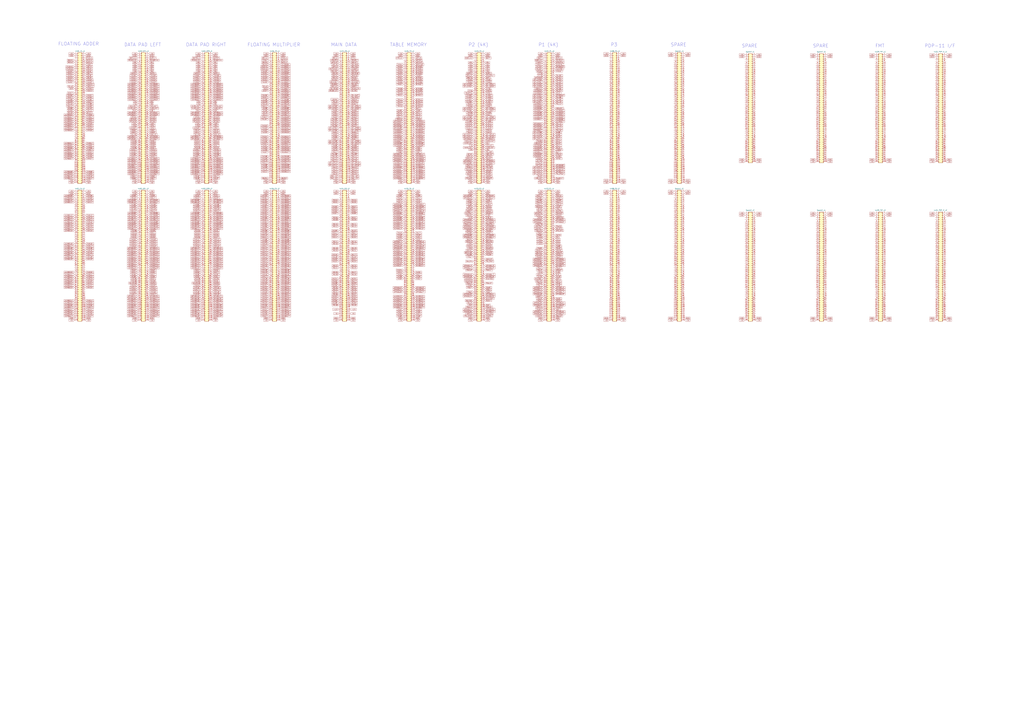
<source format=kicad_sch>
(kicad_sch (version 20250114) (generator "eeschema") (generator_version "9.0")
  (paper "A0")
  (text "P2 (4K)" (at 555.498 52.07 0) (effects (font (size 3.81 3.81))))
  (text "FLOATING MULTIPLIER" (at 318.008 52.07 0) (effects (font (size 3.81 3.81))))
  (text "PDP-11 I/F" (at 1091.438 53.34 0) (effects (font (size 3.81 3.81))))
  (text "FLOATING ADDER" (at 91.186 51.054 0) (effects (font (size 3.81 3.81))))
  (text "FMT" (at 1021.588 53.34 0) (effects (font (size 3.81 3.81))))
  (text "DATA PAD RIGHT" (at 239.268 52.07 0) (effects (font (size 3.81 3.81))))
  (text "SPARE" (at 870.458 53.34 0) (effects (font (size 3.81 3.81))))
  (text "SPARE" (at 953.008 53.34 0) (effects (font (size 3.81 3.81))))
  (text "MAIN DATA" (at 399.288 52.07 0) (effects (font (size 3.81 3.81))))
  (text "P3" (at 712.978 52.07 0) (effects (font (size 3.81 3.81))))
  (text "SPARE" (at 787.908 52.07 0) (effects (font (size 3.81 3.81))))
  (text "P1 (4K)" (at 636.778 52.07 0) (effects (font (size 3.81 3.81))))
  (text "DATA PAD LEFT" (at 165.608 52.07 0) (effects (font (size 3.81 3.81))))
  (text "TABLE MEMORY" (at 474.218 52.07 0) (effects (font (size 3.81 3.81))))
  (global_label "A2MBS09*" (shape input) (at 86.36 229.87 180) (property "Intersheetrefs" "${INTERSHEET_REFS}" (effects (hide yes))))
  (global_label "A1MBS05*" (shape input) (at 86.36 168.91 180) (property "Intersheetrefs" "${INTERSHEET_REFS}" (effects (hide yes))))
  (global_label "M1MBS07*" (shape input) (at 325.12 255.27 0) (property "Intersheetrefs" "${INTERSHEET_REFS}" (effects (hide yes))))
  (global_label "M1MBS22*" (shape input) (at 172.72 298.45 0) (property "Intersheetrefs" "${INTERSHEET_REFS}" (effects (hide yes))))
  (global_label "GND" (shape input) (at 233.68 209.55 180) (property "Intersheetrefs" "${INTERSHEET_REFS}" (effects (hide yes))))
  (global_label "MIMBS12*" (shape input) (at 481.33 262.89 0) (property "Intersheetrefs" "${INTERSHEET_REFS}" (effects (hide yes))))
  (global_label "TM11*" (shape input) (at 481.33 229.87 0) (property "Intersheetrefs" "${INTERSHEET_REFS}" (effects (hide yes))))
  (global_label "A2EBS09*" (shape input) (at 631.19 171.45 180) (property "Intersheetrefs" "${INTERSHEET_REFS}" (effects (hide yes))))
  (global_label "+5V" (shape input) (at 160.02 372.11 180) (property "Intersheetrefs" "${INTERSHEET_REFS}" (effects (hide yes))))
  (global_label "+5V" (shape input) (at 1098.55 372.11 0) (property "Intersheetrefs" "${INTERSHEET_REFS}" (effects (hide yes))))
  (global_label "+5V" (shape input) (at 877.57 63.5 0) (property "Intersheetrefs" "${INTERSHEET_REFS}" (effects (hide yes))))
  (global_label "FAM11*" (shape input) (at 312.42 285.75 180) (property "Intersheetrefs" "${INTERSHEET_REFS}" (effects (hide yes))))
  (global_label "MIMBS01*" (shape input) (at 481.33 196.85 0) (property "Intersheetrefs" "${INTERSHEET_REFS}" (effects (hide yes))))
  (global_label "FAE05*" (shape input) (at 99.06 113.03 0) (property "Intersheetrefs" "${INTERSHEET_REFS}" (effects (hide yes))))
  (global_label "FME03*" (shape input) (at 312.42 148.59 180) (property "Intersheetrefs" "${INTERSHEET_REFS}" (effects (hide yes))))
  (global_label "PNL10*" (shape input) (at 643.89 118.11 0) (property "Intersheetrefs" "${INTERSHEET_REFS}" (effects (hide yes))))
  (global_label "+5V" (shape input) (at 707.39 222.25 180) (property "Intersheetrefs" "${INTERSHEET_REFS}" (effects (hide yes))))
  (global_label "+5V" (shape input) (at 864.87 187.96 180) (property "Intersheetrefs" "${INTERSHEET_REFS}" (effects (hide yes))))
  (global_label "DPMBS19*" (shape input) (at 246.38 346.71 0) (property "Intersheetrefs" "${INTERSHEET_REFS}" (effects (hide yes))))
  (global_label "M2MBS12*" (shape input) (at 246.38 303.53 0) (property "Intersheetrefs" "${INTERSHEET_REFS}" (effects (hide yes))))
  (global_label "GND" (shape input) (at 562.61 64.77 0) (property "Intersheetrefs" "${INTERSHEET_REFS}" (effects (hide yes))))
  (global_label "FAE01*" (shape input) (at 160.02 90.17 180) (property "Intersheetrefs" "${INTERSHEET_REFS}" (effects (hide yes))))
  (global_label "MDI27" (shape input) (at 246.38 275.59 0) (property "Intersheetrefs" "${INTERSHEET_REFS}" (effects (hide yes))))
  (global_label "SP+DP15*" (shape input) (at 406.4 191.77 0) (property "Intersheetrefs" "${INTERSHEET_REFS}" (effects (hide yes))))
  (global_label "A2MBS02*" (shape input) (at 233.68 113.03 180) (property "Intersheetrefs" "${INTERSHEET_REFS}" (effects (hide yes))))
  (global_label "TM07*" (shape input) (at 481.33 176.53 0) (property "Intersheetrefs" "${INTERSHEET_REFS}" (effects (hide yes))))
  (global_label "EXIB" (shape input) (at 643.89 316.23 0) (property "Intersheetrefs" "${INTERSHEET_REFS}" (effects (hide yes))))
  (global_label "A1EBS05*" (shape input) (at 631.19 123.19 180) (property "Intersheetrefs" "${INTERSHEET_REFS}" (effects (hide yes))))
  (global_label "FSE09*" (shape input) (at 312.42 118.11 180) (property "Intersheetrefs" "${INTERSHEET_REFS}" (effects (hide yes))))
  (global_label "DMA06*" (shape input) (at 406.4 158.75 0) (property "Intersheetrefs" "${INTERSHEET_REFS}" (effects (hide yes))))
  (global_label "FMM17*" (shape input) (at 99.06 285.75 0) (property "Intersheetrefs" "${INTERSHEET_REFS}" (effects (hide yes))))
  (global_label "DPMBS16*" (shape input) (at 549.91 318.77 180) (property "Intersheetrefs" "${INTERSHEET_REFS}" (effects (hide yes))))
  (global_label "A2MBS15*" (shape input) (at 86.36 267.97 180) (property "Intersheetrefs" "${INTERSHEET_REFS}" (effects (hide yes))))
  (global_label "DA2PNL" (shape input) (at 643.89 245.11 0) (property "Intersheetrefs" "${INTERSHEET_REFS}" (effects (hide yes))))
  (global_label "A1MBS09*" (shape input) (at 468.63 255.27 180) (property "Intersheetrefs" "${INTERSHEET_REFS}" (effects (hide yes))))
  (global_label "GND" (shape input) (at 86.36 64.77 180) (property "Intersheetrefs" "${INTERSHEET_REFS}" (effects (hide yes))))
  (global_label "M2EBS11*" (shape input) (at 325.12 199.39 0) (property "Intersheetrefs" "${INTERSHEET_REFS}" (effects (hide yes))))
  (global_label "BTMA05" (shape input) (at 481.33 92.71 0) (property "Intersheetrefs" "${INTERSHEET_REFS}" (effects (hide yes))))
  (global_label "PNL12*" (shape input) (at 643.89 143.51 0) (property "Intersheetrefs" "${INTERSHEET_REFS}" (effects (hide yes))))
  (global_label "FMM22*" (shape input) (at 312.42 334.01 180) (property "Intersheetrefs" "${INTERSHEET_REFS}" (effects (hide yes))))
  (global_label "M1MBS26*" (shape input) (at 325.12 354.33 0) (property "Intersheetrefs" "${INTERSHEET_REFS}" (effects (hide yes))))
  (global_label "DA15*" (shape input) (at 481.33 135.89 0) (property "Intersheetrefs" "${INTERSHEET_REFS}" (effects (hide yes))))
  (global_label "MD08*" (shape input) (at 160.02 227.33 180) (property "Intersheetrefs" "${INTERSHEET_REFS}" (effects (hide yes))))
  (global_label "SP+DP11*" (shape input) (at 631.19 161.29 180) (property "Intersheetrefs" "${INTERSHEET_REFS}" (effects (hide yes))))
  (global_label "FME11*" (shape input) (at 172.72 245.11 0) (property "Intersheetrefs" "${INTERSHEET_REFS}" (effects (hide yes))))
  (global_label "TM2DP" (shape input) (at 481.33 87.63 0) (property "Intersheetrefs" "${INTERSHEET_REFS}" (effects (hide yes))))
  (global_label "GND" (shape input) (at 393.7 209.55 180) (property "Intersheetrefs" "${INTERSHEET_REFS}" (effects (hide yes))))
  (global_label "M2MBS02*" (shape input) (at 246.38 113.03 0) (property "Intersheetrefs" "${INTERSHEET_REFS}" (effects (hide yes))))
  (global_label "DPEBS10*" (shape input) (at 468.63 179.07 180) (property "Intersheetrefs" "${INTERSHEET_REFS}" (effects (hide yes))))
  (global_label "A1EBS03*" (shape input) (at 468.63 153.67 180) (property "Intersheetrefs" "${INTERSHEET_REFS}" (effects (hide yes))))
  (global_label "BS2A2" (shape input) (at 86.36 72.39 180) (property "Intersheetrefs" "${INTERSHEET_REFS}" (effects (hide yes))))
  (global_label "PSA09*" (shape input) (at 643.89 232.41 0) (property "Intersheetrefs" "${INTERSHEET_REFS}" (effects (hide yes))))
  (global_label "FAE08*" (shape input) (at 99.06 120.65 0) (property "Intersheetrefs" "${INTERSHEET_REFS}" (effects (hide yes))))
  (global_label "DPMBS22*" (shape input) (at 631.19 354.33 180) (property "Intersheetrefs" "${INTERSHEET_REFS}" (effects (hide yes))))
  (global_label "A2MBS16*" (shape input) (at 86.36 293.37 180) (property "Intersheetrefs" "${INTERSHEET_REFS}" (effects (hide yes))))
  (global_label "+5V" (shape input) (at 160.02 212.09 180) (property "Intersheetrefs" "${INTERSHEET_REFS}" (effects (hide yes))))
  (global_label "CB16*" (shape input) (at 99.06 82.55 0) (property "Intersheetrefs" "${INTERSHEET_REFS}" (effects (hide yes))))
  (global_label "DPMBS25*" (shape input) (at 562.61 359.41 0) (property "Intersheetrefs" "${INTERSHEET_REFS}" (effects (hide yes))))
  (global_label "DPMBS11*" (shape input) (at 562.61 275.59 0) (property "Intersheetrefs" "${INTERSHEET_REFS}" (effects (hide yes))))
  (global_label "A1EBS09*" (shape input) (at 160.02 250.19 180) (property "Intersheetrefs" "${INTERSHEET_REFS}" (effects (hide yes))))
  (global_label "FMM12*" (shape input) (at 99.06 250.19 0) (property "Intersheetrefs" "${INTERSHEET_REFS}" (effects (hide yes))))
  (global_label "+5V" (shape input) (at 312.42 222.25 180) (property "Intersheetrefs" "${INTERSHEET_REFS}" (effects (hide yes))))
  (global_label "Y02" (shape input) (at 246.38 74.93 0) (property "Intersheetrefs" "${INTERSHEET_REFS}" (effects (hide yes))))
  (global_label "FMM26*" (shape input) (at 312.42 354.33 180) (property "Intersheetrefs" "${INTERSHEET_REFS}" (effects (hide yes))))
  (global_label "DPMBS07*" (shape input) (at 643.89 303.53 0) (property "Intersheetrefs" "${INTERSHEET_REFS}" (effects (hide yes))))
  (global_label "PLN06*" (shape input) (at 549.91 118.11 180) (property "Intersheetrefs" "${INTERSHEET_REFS}" (effects (hide yes))))
  (global_label "FAM07*" (shape input) (at 233.68 181.61 180) (property "Intersheetrefs" "${INTERSHEET_REFS}" (effects (hide yes))))
  (global_label "DPEBS03*" (shape input) (at 562.61 161.29 0) (property "Intersheetrefs" "${INTERSHEET_REFS}" (effects (hide yes))))
  (global_label "MIMBS09*" (shape input) (at 481.33 255.27 0) (property "Intersheetrefs" "${INTERSHEET_REFS}" (effects (hide yes))))
  (global_label "PLN12*" (shape input) (at 549.91 146.05 180) (property "Intersheetrefs" "${INTERSHEET_REFS}" (effects (hide yes))))
  (global_label "FSE01*" (shape input) (at 312.42 85.09 180) (property "Intersheetrefs" "${INTERSHEET_REFS}" (effects (hide yes))))
  (global_label "PSACD" (shape input) (at 562.61 242.57 0) (property "Intersheetrefs" "${INTERSHEET_REFS}" (effects (hide yes))))
  (global_label "TMREGE" (shape input) (at 549.91 364.49 180) (property "Intersheetrefs" "${INTERSHEET_REFS}" (effects (hide yes))))
  (global_label "DP2M2" (shape input) (at 172.72 138.43 0) (property "Intersheetrefs" "${INTERSHEET_REFS}" (effects (hide yes))))
  (global_label "MDCA0" (shape input) (at 393.7 85.09 180) (property "Intersheetrefs" "${INTERSHEET_REFS}" (effects (hide yes))))
  (global_label "CB2A1E*" (shape input) (at 631.19 102.87 180) (property "Intersheetrefs" "${INTERSHEET_REFS}" (effects (hide yes))))
  (global_label "TMA00" (shape input) (at 549.91 92.71 180) (property "Intersheetrefs" "${INTERSHEET_REFS}" (effects (hide yes))))
  (global_label "NEWINS3" (shape input) (at 549.91 326.39 180) (property "Intersheetrefs" "${INTERSHEET_REFS}" (effects (hide yes))))
  (global_label "+5V" (shape input) (at 631.19 222.25 180) (property "Intersheetrefs" "${INTERSHEET_REFS}" (effects (hide yes))))
  (global_label "FAE04*" (shape input) (at 312.42 168.91 180) (property "Intersheetrefs" "${INTERSHEET_REFS}" (effects (hide yes))))
  (global_label "MIEBS07*" (shape input) (at 481.33 163.83 0) (property "Intersheetrefs" "${INTERSHEET_REFS}" (effects (hide yes))))
  (global_label "GND" (shape input) (at 233.68 64.77 180) (property "Intersheetrefs" "${INTERSHEET_REFS}" (effects (hide yes))))
  (global_label "FAE07*" (shape input) (at 160.02 181.61 180) (property "Intersheetrefs" "${INTERSHEET_REFS}" (effects (hide yes))))
  (global_label "Y2M2" (shape input) (at 246.38 148.59 0) (property "Intersheetrefs" "${INTERSHEET_REFS}" (effects (hide yes))))
  (global_label "FMM19*" (shape input) (at 246.38 341.63 0) (property "Intersheetrefs" "${INTERSHEET_REFS}" (effects (hide yes))))
  (global_label "FAM26*" (shape input) (at 160.02 339.09 180) (property "Intersheetrefs" "${INTERSHEET_REFS}" (effects (hide yes))))
  (global_label "M2EBS08*" (shape input) (at 172.72 257.81 0) (property "Intersheetrefs" "${INTERSHEET_REFS}" (effects (hide yes))))
  (global_label "TM38*" (shape input) (at 468.63 367.03 180) (property "Intersheetrefs" "${INTERSHEET_REFS}" (effects (hide yes))))
  (global_label "DPMBS03*" (shape input) (at 481.33 184.15 0) (property "Intersheetrefs" "${INTERSHEET_REFS}" (effects (hide yes))))
  (global_label "FLAG3" (shape input) (at 631.19 283.21 180) (property "Intersheetrefs" "${INTERSHEET_REFS}" (effects (hide yes))))
  (global_label "CA3WRT" (shape input) (at 160.02 148.59 180) (property "Intersheetrefs" "${INTERSHEET_REFS}" (effects (hide yes))))
  (global_label "M1EBS07*" (shape input) (at 325.12 166.37 0) (property "Intersheetrefs" "${INTERSHEET_REFS}" (effects (hide yes))))
  (global_label "A2MBS22*" (shape input) (at 86.36 331.47 180) (property "Intersheetrefs" "${INTERSHEET_REFS}" (effects (hide yes))))
  (global_label "!WRTR*" (shape input) (at 246.38 67.31 0) (property "Intersheetrefs" "${INTERSHEET_REFS}" (effects (hide yes))))
  (global_label "INTR*" (shape input) (at 631.19 252.73 180) (property "Intersheetrefs" "${INTERSHEET_REFS}" (effects (hide yes))))
  (global_label "TM33*" (shape input) (at 481.33 359.41 0) (property "Intersheetrefs" "${INTERSHEET_REFS}" (effects (hide yes))))
  (global_label "MDI10" (shape input) (at 160.02 270.51 180) (property "Intersheetrefs" "${INTERSHEET_REFS}" (effects (hide yes))))
  (global_label "WRTLM" (shape input) (at 481.33 67.31 0) (property "Intersheetrefs" "${INTERSHEET_REFS}" (effects (hide yes))))
  (global_label "PNL09*" (shape input) (at 406.4 179.07 0) (property "Intersheetrefs" "${INTERSHEET_REFS}" (effects (hide yes))))
  (global_label "FMM11*" (shape input) (at 99.06 207.01 0) (property "Intersheetrefs" "${INTERSHEET_REFS}" (effects (hide yes))))
  (global_label "FMM14*" (shape input) (at 99.06 255.27 0) (property "Intersheetrefs" "${INTERSHEET_REFS}" (effects (hide yes))))
  (global_label "MDLMAN" (shape input) (at 406.4 77.47 0) (property "Intersheetrefs" "${INTERSHEET_REFS}" (effects (hide yes))))
  (global_label "FAM03*" (shape input) (at 233.68 95.25 180) (property "Intersheetrefs" "${INTERSHEET_REFS}" (effects (hide yes))))
  (global_label "MIMBS24*" (shape input) (at 481.33 349.25 0) (property "Intersheetrefs" "${INTERSHEET_REFS}" (effects (hide yes))))
  (global_label "M2EBS07*" (shape input) (at 172.72 201.93 0) (property "Intersheetrefs" "${INTERSHEET_REFS}" (effects (hide yes))))
  (global_label "A2EBS07*" (shape input) (at 643.89 140.97 0) (property "Intersheetrefs" "${INTERSHEET_REFS}" (effects (hide yes))))
  (global_label "MD14*" (shape input) (at 233.68 153.67 180) (property "Intersheetrefs" "${INTERSHEET_REFS}" (effects (hide yes))))
  (global_label "PLN00*" (shape input) (at 549.91 110.49 180) (property "Intersheetrefs" "${INTERSHEET_REFS}" (effects (hide yes))))
  (global_label "TMA03" (shape input) (at 562.61 95.25 0) (property "Intersheetrefs" "${INTERSHEET_REFS}" (effects (hide yes))))
  (global_label "FAZRO*" (shape input) (at 99.06 102.87 0) (property "Intersheetrefs" "${INTERSHEET_REFS}" (effects (hide yes))))
  (global_label "A1MBS15*" (shape input) (at 86.36 257.81 180) (property "Intersheetrefs" "${INTERSHEET_REFS}" (effects (hide yes))))
  (global_label "GND" (shape input) (at 160.02 209.55 180) (property "Intersheetrefs" "${INTERSHEET_REFS}" (effects (hide yes))))
  (global_label "DP2M1" (shape input) (at 172.72 140.97 0) (property "Intersheetrefs" "${INTERSHEET_REFS}" (effects (hide yes))))
  (global_label "MD30*" (shape input) (at 233.68 321.31 180) (property "Intersheetrefs" "${INTERSHEET_REFS}" (effects (hide yes))))
  (global_label "FMM08*" (shape input) (at 99.06 199.39 0) (property "Intersheetrefs" "${INTERSHEET_REFS}" (effects (hide yes))))
  (global_label "Y01" (shape input) (at 562.61 72.39 0) (property "Intersheetrefs" "${INTERSHEET_REFS}" (effects (hide yes))))
  (global_label "Y2DP" (shape input) (at 172.72 143.51 0) (property "Intersheetrefs" "${INTERSHEET_REFS}" (effects (hide yes))))
  (global_label "M1MBS09*" (shape input) (at 325.12 270.51 0) (property "Intersheetrefs" "${INTERSHEET_REFS}" (effects (hide yes))))
  (global_label "BTMA13" (shape input) (at 481.33 118.11 0) (property "Intersheetrefs" "${INTERSHEET_REFS}" (effects (hide yes))))
  (global_label "A1MBS09*" (shape input) (at 86.36 201.93 180) (property "Intersheetrefs" "${INTERSHEET_REFS}" (effects (hide yes))))
  (global_label "MD33*" (shape input) (at 406.4 344.17 0) (property "Intersheetrefs" "${INTERSHEET_REFS}" (effects (hide yes))))
  (global_label "FAE11*" (shape input) (at 312.42 199.39 180) (property "Intersheetrefs" "${INTERSHEET_REFS}" (effects (hide yes))))
  (global_label "A1MBS20*" (shape input) (at 160.02 293.37 180) (property "Intersheetrefs" "${INTERSHEET_REFS}" (effects (hide yes))))
  (global_label "MD17*" (shape input) (at 406.4 295.91 0) (property "Intersheetrefs" "${INTERSHEET_REFS}" (effects (hide yes))))
  (global_label "CB2A2M*" (shape input) (at 631.19 166.37 180) (property "Intersheetrefs" "${INTERSHEET_REFS}" (effects (hide yes))))
  (global_label "DPALD*" (shape input) (at 549.91 87.63 180) (property "Intersheetrefs" "${INTERSHEET_REFS}" (effects (hide yes))))
  (global_label "PS18*" (shape input) (at 643.89 331.47 0) (property "Intersheetrefs" "${INTERSHEET_REFS}" (effects (hide yes))))
  (global_label "DPMBS22*" (shape input) (at 160.02 290.83 180) (property "Intersheetrefs" "${INTERSHEET_REFS}" (effects (hide yes))))
  (global_label "TMA01" (shape input) (at 562.61 92.71 0) (property "Intersheetrefs" "${INTERSHEET_REFS}" (effects (hide yes))))
  (global_label "BTMA08" (shape input) (at 481.33 102.87 0) (property "Intersheetrefs" "${INTERSHEET_REFS}" (effects (hide yes))))
  (global_label "A1EBS05*" (shape input) (at 160.02 186.69 180) (property "Intersheetrefs" "${INTERSHEET_REFS}" (effects (hide yes))))
  (global_label "FAE05*" (shape input) (at 312.42 171.45 180) (property "Intersheetrefs" "${INTERSHEET_REFS}" (effects (hide yes))))
  (global_label "MD04*" (shape input) (at 406.4 242.57 0) (property "Intersheetrefs" "${INTERSHEET_REFS}" (effects (hide yes))))
  (global_label "M1EBS11*" (shape input) (at 325.12 189.23 0) (property "Intersheetrefs" "${INTERSHEET_REFS}" (effects (hide yes))))
  (global_label "PSAAD" (shape input) (at 562.61 240.03 0) (property "Intersheetrefs" "${INTERSHEET_REFS}" (effects (hide yes))))
  (global_label "PNL14*" (shape input) (at 643.89 148.59 0) (property "Intersheetrefs" "${INTERSHEET_REFS}" (effects (hide yes))))
  (global_label "GND" (shape input) (at 1085.85 250.19 180) (property "Intersheetrefs" "${INTERSHEET_REFS}" (effects (hide yes))))
  (global_label "MDI23" (shape input) (at 246.38 270.51 0) (property "Intersheetrefs" "${INTERSHEET_REFS}" (effects (hide yes))))
  (global_label "A2MBS05*" (shape input) (at 233.68 196.85 180) (property "Intersheetrefs" "${INTERSHEET_REFS}" (effects (hide yes))))
  (global_label "GND" (shape input) (at 246.38 209.55 0) (property "Intersheetrefs" "${INTERSHEET_REFS}" (effects (hide yes))))
  (global_label "FMM23*" (shape input) (at 172.72 285.75 0) (property "Intersheetrefs" "${INTERSHEET_REFS}" (effects (hide yes))))
  (global_label "GND" (shape input) (at 707.39 224.79 180) (property "Intersheetrefs" "${INTERSHEET_REFS}" (effects (hide yes))))
  (global_label "GND" (shape input) (at 960.12 250.19 0) (property "Intersheetrefs" "${INTERSHEET_REFS}" (effects (hide yes))))
  (global_label "FME00*" (shape input) (at 172.72 87.63 0) (property "Intersheetrefs" "${INTERSHEET_REFS}" (effects (hide yes))))
  (global_label "PNL00*" (shape input) (at 393.7 138.43 180) (property "Intersheetrefs" "${INTERSHEET_REFS}" (effects (hide yes))))
  (global_label "GND" (shape input) (at 782.32 64.77 180) (property "Intersheetrefs" "${INTERSHEET_REFS}" (effects (hide yes))))
  (global_label "PNL06*" (shape input) (at 393.7 146.05 180) (property "Intersheetrefs" "${INTERSHEET_REFS}" (effects (hide yes))))
  (global_label "+5V" (shape input) (at 1028.7 187.96 0) (property "Intersheetrefs" "${INTERSHEET_REFS}" (effects (hide yes))))
  (global_label "GND" (shape input) (at 1028.7 250.19 0) (property "Intersheetrefs" "${INTERSHEET_REFS}" (effects (hide yes))))
  (global_label "DPMBS09*" (shape input) (at 562.61 273.05 0) (property "Intersheetrefs" "${INTERSHEET_REFS}" (effects (hide yes))))
  (global_label "A2MBS19*" (shape input) (at 233.68 367.03 180) (property "Intersheetrefs" "${INTERSHEET_REFS}" (effects (hide yes))))
  (global_label "A1MBS02*" (shape input) (at 86.36 138.43 180) (property "Intersheetrefs" "${INTERSHEET_REFS}" (effects (hide yes))))
  (global_label "A1MBS26*" (shape input) (at 160.02 354.33 180) (property "Intersheetrefs" "${INTERSHEET_REFS}" (effects (hide yes))))
  (global_label "PSA13*" (shape input) (at 562.61 328.93 0) (property "Intersheetrefs" "${INTERSHEET_REFS}" (effects (hide yes))))
  (global_label "+5V" (shape input) (at 393.7 212.09 180) (property "Intersheetrefs" "${INTERSHEET_REFS}" (effects (hide yes))))
  (global_label "PAUSE1*" (shape input) (at 643.89 207.01 0) (property "Intersheetrefs" "${INTERSHEET_REFS}" (effects (hide yes))))
  (global_label "FMM14*" (shape input) (at 312.42 293.37 180) (property "Intersheetrefs" "${INTERSHEET_REFS}" (effects (hide yes))))
  (global_label "A2MBS24*" (shape input) (at 86.36 359.41 180) (property "Intersheetrefs" "${INTERSHEET_REFS}" (effects (hide yes))))
  (global_label "FMM03*" (shape input) (at 312.42 234.95 180) (property "Intersheetrefs" "${INTERSHEET_REFS}" (effects (hide yes))))
  (global_label "TMA01" (shape input) (at 468.63 80.01 180) (property "Intersheetrefs" "${INTERSHEET_REFS}" (effects (hide yes))))
  (global_label "XLMCLKE*" (shape input) (at 549.91 166.37 180) (property "Intersheetrefs" "${INTERSHEET_REFS}" (effects (hide yes))))
  (global_label "PS37*" (shape input) (at 562.61 234.95 0) (property "Intersheetrefs" "${INTERSHEET_REFS}" (effects (hide yes))))
  (global_label "GND" (shape input) (at 99.06 64.77 0) (property "Intersheetrefs" "${INTERSHEET_REFS}" (effects (hide yes))))
  (global_label "SPD2PNL" (shape input) (at 643.89 72.39 0) (property "Intersheetrefs" "${INTERSHEET_REFS}" (effects (hide yes))))
  (global_label "A2MBS08*" (shape input) (at 86.36 227.33 180) (property "Intersheetrefs" "${INTERSHEET_REFS}" (effects (hide yes))))
  (global_label "FME01*" (shape input) (at 172.72 90.17 0) (property "Intersheetrefs" "${INTERSHEET_REFS}" (effects (hide yes))))
  (global_label "DPMBS16*" (shape input) (at 468.63 283.21 180) (property "Intersheetrefs" "${INTERSHEET_REFS}" (effects (hide yes))))
  (global_label "SRSWE*" (shape input) (at 562.61 245.11 0) (property "Intersheetrefs" "${INTERSHEET_REFS}" (effects (hide yes))))
  (global_label "A2MBS11*" (shape input) (at 86.36 234.95 180) (property "Intersheetrefs" "${INTERSHEET_REFS}" (effects (hide yes))))
  (global_label "DPMBS13*" (shape input) (at 481.33 245.11 0) (property "Intersheetrefs" "${INTERSHEET_REFS}" (effects (hide yes))))
  (global_label "MDI27" (shape input) (at 406.4 316.23 0) (property "Intersheetrefs" "${INTERSHEET_REFS}" (effects (hide yes))))
  (global_label "DPMBS14*" (shape input) (at 233.68 290.83 180) (property "Intersheetrefs" "${INTERSHEET_REFS}" (effects (hide yes))))
  (global_label "XIA" (shape input) (at 160.02 118.11 180) (property "Intersheetrefs" "${INTERSHEET_REFS}" (effects (hide yes))))
  (global_label "M1MBS13*" (shape input) (at 246.38 295.91 0) (property "Intersheetrefs" "${INTERSHEET_REFS}" (effects (hide yes))))
  (global_label "PSA06*" (shape input) (at 631.19 229.87 180) (property "Intersheetrefs" "${INTERSHEET_REFS}" (effects (hide yes))))
  (global_label "FMM15*" (shape input) (at 99.06 257.81 0) (property "Intersheetrefs" "${INTERSHEET_REFS}" (effects (hide yes))))
  (global_label "DPEBS08*" (shape input) (at 468.63 148.59 180) (property "Intersheetrefs" "${INTERSHEET_REFS}" (effects (hide yes))))
  (global_label "!TMCLK" (shape input) (at 468.63 67.31 180) (property "Intersheetrefs" "${INTERSHEET_REFS}" (effects (hide yes))))
  (global_label "A1EBS03*" (shape input) (at 325.12 82.55 0) (property "Intersheetrefs" "${INTERSHEET_REFS}" (effects (hide yes))))
  (global_label "FMM08*" (shape input) (at 246.38 237.49 0) (property "Intersheetrefs" "${INTERSHEET_REFS}" (effects (hide yes))))
  (global_label "TMA05" (shape input) (at 468.63 92.71 180) (property "Intersheetrefs" "${INTERSHEET_REFS}" (effects (hide yes))))
  (global_label "MD02*" (shape input) (at 406.4 240.03 0) (property "Intersheetrefs" "${INTERSHEET_REFS}" (effects (hide yes))))
  (global_label "DPEBS03*" (shape input) (at 643.89 110.49 0) (property "Intersheetrefs" "${INTERSHEET_REFS}" (effects (hide yes))))
  (global_label "MD35*" (shape input) (at 172.72 316.23 0) (property "Intersheetrefs" "${INTERSHEET_REFS}" (effects (hide yes))))
  (global_label "IFFTQ" (shape input) (at 562.61 102.87 0) (property "Intersheetrefs" "${INTERSHEET_REFS}" (effects (hide yes))))
  (global_label "FME09*" (shape input) (at 172.72 240.03 0) (property "Intersheetrefs" "${INTERSHEET_REFS}" (effects (hide yes))))
  (global_label "SP+DP08*" (shape input) (at 631.19 153.67 180) (property "Intersheetrefs" "${INTERSHEET_REFS}" (effects (hide yes))))
  (global_label "TMA07" (shape input) (at 468.63 97.79 180) (property "Intersheetrefs" "${INTERSHEET_REFS}" (effects (hide yes))))
  (global_label "DPMBS02*" (shape input) (at 631.19 257.81 180) (property "Intersheetrefs" "${INTERSHEET_REFS}" (effects (hide yes))))
  (global_label "+5V" (shape input) (at 795.02 222.25 0) (property "Intersheetrefs" "${INTERSHEET_REFS}" (effects (hide yes))))
  (global_label "FAM08*" (shape input) (at 233.68 237.49 180) (property "Intersheetrefs" "${INTERSHEET_REFS}" (effects (hide yes))))
  (global_label "M1EBS01*" (shape input) (at 172.72 100.33 0) (property "Intersheetrefs" "${INTERSHEET_REFS}" (effects (hide yes))))
  (global_label "DA08*" (shape input) (at 468.63 128.27 180) (property "Intersheetrefs" "${INTERSHEET_REFS}" (effects (hide yes))))
  (global_label "M1EBS10*" (shape input) (at 172.72 252.73 0) (property "Intersheetrefs" "${INTERSHEET_REFS}" (effects (hide yes))))
  (global_label "MA(-2)*" (shape input) (at 393.7 207.01 180) (property "Intersheetrefs" "${INTERSHEET_REFS}" (effects (hide yes))))
  (global_label "DA10*" (shape input) (at 468.63 130.81 180) (property "Intersheetrefs" "${INTERSHEET_REFS}" (effects (hide yes))))
  (global_label "DA11*" (shape input) (at 481.33 130.81 0) (property "Intersheetrefs" "${INTERSHEET_REFS}" (effects (hide yes))))
  (global_label "MDCLKE" (shape input) (at 246.38 156.21 0) (property "Intersheetrefs" "${INTERSHEET_REFS}" (effects (hide yes))))
  (global_label "MDI25" (shape input) (at 406.4 311.15 0) (property "Intersheetrefs" "${INTERSHEET_REFS}" (effects (hide yes))))
  (global_label "FMM11*" (shape input) (at 312.42 275.59 180) (property "Intersheetrefs" "${INTERSHEET_REFS}" (effects (hide yes))))
  (global_label "DPEBS04*" (shape input) (at 549.91 186.69 180) (property "Intersheetrefs" "${INTERSHEET_REFS}" (effects (hide yes))))
  (global_label "A1MBS11*" (shape input) (at 468.63 260.35 180) (property "Intersheetrefs" "${INTERSHEET_REFS}" (effects (hide yes))))
  (global_label "M2MBS19*" (shape input) (at 246.38 367.03 0) (property "Intersheetrefs" "${INTERSHEET_REFS}" (effects (hide yes))))
  (global_label "MD31*" (shape input) (at 246.38 321.31 0) (property "Intersheetrefs" "${INTERSHEET_REFS}" (effects (hide yes))))
  (global_label "A1MBS09*" (shape input) (at 233.68 250.19 180) (property "Intersheetrefs" "${INTERSHEET_REFS}" (effects (hide yes))))
  (global_label "A1MBS06*" (shape input) (at 233.68 189.23 180) (property "Intersheetrefs" "${INTERSHEET_REFS}" (effects (hide yes))))
  (global_label "A2EBS03*" (shape input) (at 325.12 92.71 0) (property "Intersheetrefs" "${INTERSHEET_REFS}" (effects (hide yes))))
  (global_label "DPMBS15*" (shape input) (at 481.33 280.67 0) (property "Intersheetrefs" "${INTERSHEET_REFS}" (effects (hide yes))))
  (global_label "+5V" (shape input) (at 960.12 187.96 0) (property "Intersheetrefs" "${INTERSHEET_REFS}" (effects (hide yes))))
  (global_label "TM18*" (shape input) (at 468.63 273.05 180) (property "Intersheetrefs" "${INTERSHEET_REFS}" (effects (hide yes))))
  (global_label "M2EBS06*" (shape input) (at 172.72 199.39 0) (property "Intersheetrefs" "${INTERSHEET_REFS}" (effects (hide yes))))
  (global_label "DMA04*" (shape input) (at 406.4 153.67 0) (property "Intersheetrefs" "${INTERSHEET_REFS}" (effects (hide yes))))
  (global_label "TMA14" (shape input) (at 468.63 120.65 180) (property "Intersheetrefs" "${INTERSHEET_REFS}" (effects (hide yes))))
  (global_label "DPMBS13*" (shape input) (at 643.89 334.01 0) (property "Intersheetrefs" "${INTERSHEET_REFS}" (effects (hide yes))))
  (global_label "ABORT*" (shape input) (at 406.4 100.33 0) (property "Intersheetrefs" "${INTERSHEET_REFS}" (effects (hide yes))))
  (global_label "FAM18*" (shape input) (at 99.06 298.45 0) (property "Intersheetrefs" "${INTERSHEET_REFS}" (effects (hide yes))))
  (global_label "FMM13*" (shape input) (at 246.38 280.67 0) (property "Intersheetrefs" "${INTERSHEET_REFS}" (effects (hide yes))))
  (global_label "SP+DP04*" (shape input) (at 549.91 125.73 180) (property "Intersheetrefs" "${INTERSHEET_REFS}" (effects (hide yes))))
  (global_label "WRTHM" (shape input) (at 393.7 74.93 180) (property "Intersheetrefs" "${INTERSHEET_REFS}" (effects (hide yes))))
  (global_label "FMM06*" (shape input) (at 99.06 171.45 0) (property "Intersheetrefs" "${INTERSHEET_REFS}" (effects (hide yes))))
  (global_label "DPMBS06*" (shape input) (at 549.91 265.43 180) (property "Intersheetrefs" "${INTERSHEET_REFS}" (effects (hide yes))))
  (global_label "GND" (shape input) (at 1085.85 66.04 180) (property "Intersheetrefs" "${INTERSHEET_REFS}" (effects (hide yes))))
  (global_label "SP+DP07*" (shape input) (at 631.19 118.11 180) (property "Intersheetrefs" "${INTERSHEET_REFS}" (effects (hide yes))))
  (global_label "FAE07*" (shape input) (at 99.06 118.11 0) (property "Intersheetrefs" "${INTERSHEET_REFS}" (effects (hide yes))))
  (global_label "SP+DP12*" (shape input) (at 631.19 194.31 180) (property "Intersheetrefs" "${INTERSHEET_REFS}" (effects (hide yes))))
  (global_label "SRAOVD" (shape input) (at 631.19 240.03 180) (property "Intersheetrefs" "${INTERSHEET_REFS}" (effects (hide yes))))
  (global_label "A1MBS24*" (shape input) (at 468.63 349.25 180) (property "Intersheetrefs" "${INTERSHEET_REFS}" (effects (hide yes))))
  (global_label "GND" (shape input) (at 877.57 185.42 0) (property "Intersheetrefs" "${INTERSHEET_REFS}" (effects (hide yes))))
  (global_label "DPMBS04*" (shape input) (at 631.19 300.99 180) (property "Intersheetrefs" "${INTERSHEET_REFS}" (effects (hide yes))))
  (global_label "A2MBS26*" (shape input) (at 160.02 364.49 180) (property "Intersheetrefs" "${INTERSHEET_REFS}" (effects (hide yes))))
  (global_label "SETATMA*" (shape input) (at 562.61 346.71 0) (property "Intersheetrefs" "${INTERSHEET_REFS}" (effects (hide yes))))
  (global_label "MDI37" (shape input) (at 172.72 323.85 0) (property "Intersheetrefs" "${INTERSHEET_REFS}" (effects (hide yes))))
  (global_label "M1EBS08*" (shape input) (at 325.12 181.61 0) (property "Intersheetrefs" "${INTERSHEET_REFS}" (effects (hide yes))))
  (global_label "GND" (shape input) (at 643.89 64.77 0) (property "Intersheetrefs" "${INTERSHEET_REFS}" (effects (hide yes))))
  (global_label "DPMBS18*" (shape input) (at 631.19 341.63 180) (property "Intersheetrefs" "${INTERSHEET_REFS}" (effects (hide yes))))
  (global_label "PNL07*" (shape input) (at 406.4 146.05 0) (property "Intersheetrefs" "${INTERSHEET_REFS}" (effects (hide yes))))
  (global_label "BTMA09" (shape input) (at 481.33 105.41 0) (property "Intersheetrefs" "${INTERSHEET_REFS}" (effects (hide yes))))
  (global_label "A1MBS18*" (shape input) (at 86.36 288.29 180) (property "Intersheetrefs" "${INTERSHEET_REFS}" (effects (hide yes))))
  (global_label "+5V" (shape input) (at 720.09 62.23 0) (property "Intersheetrefs" "${INTERSHEET_REFS}" (effects (hide yes))))
  (global_label "SP+DP06*" (shape input) (at 549.91 128.27 180) (property "Intersheetrefs" "${INTERSHEET_REFS}" (effects (hide yes))))
  (global_label "GND" (shape input) (at 960.12 369.57 0) (property "Intersheetrefs" "${INTERSHEET_REFS}" (effects (hide yes))))
  (global_label "DPMBS01*" (shape input) (at 246.38 130.81 0) (property "Intersheetrefs" "${INTERSHEET_REFS}" (effects (hide yes))))
  (global_label "MIB*" (shape input) (at 562.61 354.33 0) (property "Intersheetrefs" "${INTERSHEET_REFS}" (effects (hide yes))))
  (global_label "SP+DP14*" (shape input) (at 631.19 199.39 180) (property "Intersheetrefs" "${INTERSHEET_REFS}" (effects (hide yes))))
  (global_label "A1EBS09*" (shape input) (at 325.12 118.11 0) (property "Intersheetrefs" "${INTERSHEET_REFS}" (effects (hide yes))))
  (global_label "M2EBS02*" (shape input) (at 172.72 113.03 0) (property "Intersheetrefs" "${INTERSHEET_REFS}" (effects (hide yes))))
  (global_label "INCCIN*" (shape input) (at 562.61 300.99 0) (property "Intersheetrefs" "${INTERSHEET_REFS}" (effects (hide yes))))
  (global_label "INT2A1E*" (shape input) (at 643.89 69.85 0) (property "Intersheetrefs" "${INTERSHEET_REFS}" (effects (hide yes))))
  (global_label "FSE04*" (shape input) (at 312.42 92.71 180) (property "Intersheetrefs" "${INTERSHEET_REFS}" (effects (hide yes))))
  (global_label "MDI34" (shape input) (at 160.02 275.59 180) (property "Intersheetrefs" "${INTERSHEET_REFS}" (effects (hide yes))))
  (global_label "MA14*" (shape input) (at 393.7 199.39 180) (property "Intersheetrefs" "${INTERSHEET_REFS}" (effects (hide yes))))
  (global_label "FSE06*" (shape input) (at 312.42 110.49 180) (property "Intersheetrefs" "${INTERSHEET_REFS}" (effects (hide yes))))
  (global_label "+5V" (shape input) (at 1016 187.96 180) (property "Intersheetrefs" "${INTERSHEET_REFS}" (effects (hide yes))))
  (global_label "+5V" (shape input) (at 99.06 62.23 0) (property "Intersheetrefs" "${INTERSHEET_REFS}" (effects (hide yes))))
  (global_label "PSA06*" (shape input) (at 549.91 270.51 180) (property "Intersheetrefs" "${INTERSHEET_REFS}" (effects (hide yes))))
  (global_label "M1MBS25*" (shape input) (at 172.72 351.79 0) (property "Intersheetrefs" "${INTERSHEET_REFS}" (effects (hide yes))))
  (global_label "GND" (shape input) (at 631.19 369.57 180) (property "Intersheetrefs" "${INTERSHEET_REFS}" (effects (hide yes))))
  (global_label "TM13*" (shape input) (at 481.33 232.41 0) (property "Intersheetrefs" "${INTERSHEET_REFS}" (effects (hide yes))))
  (global_label "A1MBS06*" (shape input) (at 468.63 247.65 180) (property "Intersheetrefs" "${INTERSHEET_REFS}" (effects (hide yes))))
  (global_label "M1MBS01*" (shape input) (at 246.38 100.33 0) (property "Intersheetrefs" "${INTERSHEET_REFS}" (effects (hide yes))))
  (global_label "FSE01*" (shape input) (at 86.36 85.09 180) (property "Intersheetrefs" "${INTERSHEET_REFS}" (effects (hide yes))))
  (global_label "MD24*" (shape input) (at 233.68 313.69 180) (property "Intersheetrefs" "${INTERSHEET_REFS}" (effects (hide yes))))
  (global_label "MDI24" (shape input) (at 393.7 311.15 180) (property "Intersheetrefs" "${INTERSHEET_REFS}" (effects (hide yes))))
  (global_label "MD26*" (shape input) (at 233.68 316.23 180) (property "Intersheetrefs" "${INTERSHEET_REFS}" (effects (hide yes))))
  (global_label "FAM25*" (shape input) (at 312.42 361.95 180) (property "Intersheetrefs" "${INTERSHEET_REFS}" (effects (hide yes))))
  (global_label "MDI13" (shape input) (at 246.38 163.83 0) (property "Intersheetrefs" "${INTERSHEET_REFS}" (effects (hide yes))))
  (global_label "TMA02" (shape input) (at 468.63 82.55 180) (property "Intersheetrefs" "${INTERSHEET_REFS}" (effects (hide yes))))
  (global_label "M1MBS19*" (shape input) (at 325.12 316.23 0) (property "Intersheetrefs" "${INTERSHEET_REFS}" (effects (hide yes))))
  (global_label "A1MBS20*" (shape input) (at 86.36 316.23 180) (property "Intersheetrefs" "${INTERSHEET_REFS}" (effects (hide yes))))
  (global_label "PSA05*" (shape input) (at 631.19 298.45 180) (property "Intersheetrefs" "${INTERSHEET_REFS}" (effects (hide yes))))
  (global_label "IOINTR*" (shape input) (at 631.19 367.03 180) (property "Intersheetrefs" "${INTERSHEET_REFS}" (effects (hide yes))))
  (global_label "MD08*" (shape input) (at 406.4 247.65 0) (property "Intersheetrefs" "${INTERSHEET_REFS}" (effects (hide yes))))
  (global_label "CB2A2E*" (shape input) (at 643.89 125.73 0) (property "Intersheetrefs" "${INTERSHEET_REFS}" (effects (hide yes))))
  (global_label "Y04" (shape input) (at 172.72 80.01 0) (property "Intersheetrefs" "${INTERSHEET_REFS}" (effects (hide yes))))
  (global_label "PSZIP*" (shape input) (at 562.61 184.15 0) (property "Intersheetrefs" "${INTERSHEET_REFS}" (effects (hide yes))))
  (global_label "GND" (shape input) (at 795.02 64.77 0) (property "Intersheetrefs" "${INTERSHEET_REFS}" (effects (hide yes))))
  (global_label "FADD*" (shape input) (at 99.06 74.93 0) (property "Intersheetrefs" "${INTERSHEET_REFS}" (effects (hide yes))))
  (global_label "M2MBS16*" (shape input) (at 246.38 359.41 0) (property "Intersheetrefs" "${INTERSHEET_REFS}" (effects (hide yes))))
  (global_label "GND" (shape input) (at 947.42 185.42 180) (property "Intersheetrefs" "${INTERSHEET_REFS}" (effects (hide yes))))
  (global_label "MDI10" (shape input) (at 393.7 260.35 180) (property "Intersheetrefs" "${INTERSHEET_REFS}" (effects (hide yes))))
  (global_label "A1MBS20*" (shape input) (at 468.63 306.07 180) (property "Intersheetrefs" "${INTERSHEET_REFS}" (effects (hide yes))))
  (global_label "SP+DP03*" (shape input) (at 562.61 100.33 0) (property "Intersheetrefs" "${INTERSHEET_REFS}" (effects (hide yes))))
  (global_label "MDEXP" (shape input) (at 406.4 72.39 0) (property "Intersheetrefs" "${INTERSHEET_REFS}" (effects (hide yes))))
  (global_label "PS62*" (shape input) (at 549.91 339.09 180) (property "Intersheetrefs" "${INTERSHEET_REFS}" (effects (hide yes))))
  (global_label "MIB*" (shape input) (at 246.38 128.27 0) (property "Intersheetrefs" "${INTERSHEET_REFS}" (effects (hide yes))))
  (global_label "FMM04*" (shape input) (at 312.42 247.65 180) (property "Intersheetrefs" "${INTERSHEET_REFS}" (effects (hide yes))))
  (global_label "FSE03*" (shape input) (at 312.42 90.17 180) (property "Intersheetrefs" "${INTERSHEET_REFS}" (effects (hide yes))))
  (global_label "DPMBS24*" (shape input) (at 549.91 359.41 180) (property "Intersheetrefs" "${INTERSHEET_REFS}" (effects (hide yes))))
  (global_label "DA10*" (shape input) (at 643.89 158.75 0) (property "Intersheetrefs" "${INTERSHEET_REFS}" (effects (hide yes))))
  (global_label "FAM02*" (shape input) (at 233.68 92.71 180) (property "Intersheetrefs" "${INTERSHEET_REFS}" (effects (hide yes))))
  (global_label "FAUNFL*" (shape input) (at 99.06 97.79 0) (property "Intersheetrefs" "${INTERSHEET_REFS}" (effects (hide yes))))
  (global_label "A2EBS11*" (shape input) (at 160.02 265.43 180) (property "Intersheetrefs" "${INTERSHEET_REFS}" (effects (hide yes))))
  (global_label "DPEBS11*" (shape input) (at 643.89 199.39 0) (property "Intersheetrefs" "${INTERSHEET_REFS}" (effects (hide yes))))
  (global_label "DPMBS08*" (shape input) (at 468.63 240.03 180) (property "Intersheetrefs" "${INTERSHEET_REFS}" (effects (hide yes))))
  (global_label "A2MBS10*" (shape input) (at 86.36 232.41 180) (property "Intersheetrefs" "${INTERSHEET_REFS}" (effects (hide yes))))
  (global_label "MDI21" (shape input) (at 406.4 290.83 0) (property "Intersheetrefs" "${INTERSHEET_REFS}" (effects (hide yes))))
  (global_label "PSA08*" (shape input) (at 549.91 295.91 180) (property "Intersheetrefs" "${INTERSHEET_REFS}" (effects (hide yes))))
  (global_label "M2MBS24*" (shape input) (at 325.12 359.41 0) (property "Intersheetrefs" "${INTERSHEET_REFS}" (effects (hide yes))))
  (global_label "+5V" (shape input) (at 795.02 62.23 0) (property "Intersheetrefs" "${INTERSHEET_REFS}" (effects (hide yes))))
  (global_label "CPUIN*" (shape input) (at 643.89 179.07 0) (property "Intersheetrefs" "${INTERSHEET_REFS}" (effects (hide yes))))
  (global_label "M2MBS12*" (shape input) (at 325.12 298.45 0) (property "Intersheetrefs" "${INTERSHEET_REFS}" (effects (hide yes))))
  (global_label "MD09*" (shape input) (at 172.72 227.33 0) (property "Intersheetrefs" "${INTERSHEET_REFS}" (effects (hide yes))))
  (global_label "SP+DP02*" (shape input) (at 393.7 125.73 180) (property "Intersheetrefs" "${INTERSHEET_REFS}" (effects (hide yes))))
  (global_label "+12V" (shape input) (at 406.4 359.41 0) (property "Intersheetrefs" "${INTERSHEET_REFS}" (effects (hide yes))))
  (global_label "DA09*" (shape input) (at 643.89 156.21 0) (property "Intersheetrefs" "${INTERSHEET_REFS}" (effects (hide yes))))
  (global_label "+5V" (shape input) (at 406.4 212.09 0) (property "Intersheetrefs" "${INTERSHEET_REFS}" (effects (hide yes))))
  (global_label "BS2M2" (shape input) (at 325.12 207.01 0) (property "Intersheetrefs" "${INTERSHEET_REFS}" (effects (hide yes))))
  (global_label "FSE06*" (shape input) (at 86.36 110.49 180) (property "Intersheetrefs" "${INTERSHEET_REFS}" (effects (hide yes))))
  (global_label "MD36*" (shape input) (at 160.02 318.77 180) (property "Intersheetrefs" "${INTERSHEET_REFS}" (effects (hide yes))))
  (global_label "M2MBS27*" (shape input) (at 172.72 367.03 0) (property "Intersheetrefs" "${INTERSHEET_REFS}" (effects (hide yes))))
  (global_label "PS56*" (shape input) (at 549.91 331.47 180) (property "Intersheetrefs" "${INTERSHEET_REFS}" (effects (hide yes))))
  (global_label "DPMBS07*" (shape input) (at 246.38 161.29 0) (property "Intersheetrefs" "${INTERSHEET_REFS}" (effects (hide yes))))
  (global_label "FSE00*" (shape input) (at 312.42 82.55 180) (property "Intersheetrefs" "${INTERSHEET_REFS}" (effects (hide yes))))
  (global_label "RUN*" (shape input) (at 631.19 204.47 180) (property "Intersheetrefs" "${INTERSHEET_REFS}" (effects (hide yes))))
  (global_label "RBUEQ*" (shape input) (at 643.89 367.03 0) (property "Intersheetrefs" "${INTERSHEET_REFS}" (effects (hide yes))))
  (global_label "XIB" (shape input) (at 172.72 118.11 0) (property "Intersheetrefs" "${INTERSHEET_REFS}" (effects (hide yes))))
  (global_label "M1EBS05*" (shape input) (at 172.72 186.69 0) (property "Intersheetrefs" "${INTERSHEET_REFS}" (effects (hide yes))))
  (global_label "DPEBS09*" (shape input) (at 172.72 232.41 0) (property "Intersheetrefs" "${INTERSHEET_REFS}" (effects (hide yes))))
  (global_label "PLN04*" (shape input) (at 549.91 115.57 180) (property "Intersheetrefs" "${INTERSHEET_REFS}" (effects (hide yes))))
  (global_label "A1MBS15*" (shape input) (at 233.68 300.99 180) (property "Intersheetrefs" "${INTERSHEET_REFS}" (effects (hide yes))))
  (global_label "MA04*" (shape input) (at 393.7 153.67 180) (property "Intersheetrefs" "${INTERSHEET_REFS}" (effects (hide yes))))
  (global_label "DMA12*" (shape input) (at 406.4 194.31 0) (property "Intersheetrefs" "${INTERSHEET_REFS}" (effects (hide yes))))
  (global_label "Y01" (shape input) (at 246.38 72.39 0) (property "Intersheetrefs" "${INTERSHEET_REFS}" (effects (hide yes))))
  (global_label "FMM27*" (shape input) (at 99.06 356.87 0) (property "Intersheetrefs" "${INTERSHEET_REFS}" (effects (hide yes))))
  (global_label "A2MBS22*" (shape input) (at 160.02 308.61 180) (property "Intersheetrefs" "${INTERSHEET_REFS}" (effects (hide yes))))
  (global_label "MDI35" (shape input) (at 406.4 339.09 0) (property "Intersheetrefs" "${INTERSHEET_REFS}" (effects (hide yes))))
  (global_label "SP+DP09*" (shape input) (at 406.4 163.83 0) (property "Intersheetrefs" "${INTERSHEET_REFS}" (effects (hide yes))))
  (global_label "TM06*" (shape input) (at 468.63 176.53 180) (property "Intersheetrefs" "${INTERSHEET_REFS}" (effects (hide yes))))
  (global_label "GND" (shape input) (at 631.19 209.55 180) (property "Intersheetrefs" "${INTERSHEET_REFS}" (effects (hide yes))))
  (global_label "FAE05*" (shape input) (at 160.02 176.53 180) (property "Intersheetrefs" "${INTERSHEET_REFS}" (effects (hide yes))))
  (global_label "PSA07*" (shape input) (at 643.89 229.87 0) (property "Intersheetrefs" "${INTERSHEET_REFS}" (effects (hide yes))))
  (global_label "A1MBS16*" (shape input) (at 86.36 283.21 180) (property "Intersheetrefs" "${INTERSHEET_REFS}" (effects (hide yes))))
  (global_label "A1MBS10*" (shape input) (at 233.68 252.73 180) (property "Intersheetrefs" "${INTERSHEET_REFS}" (effects (hide yes))))
  (global_label "A2MBS14*" (shape input) (at 233.68 308.61 180) (property "Intersheetrefs" "${INTERSHEET_REFS}" (effects (hide yes))))
  (global_label "FMM05*" (shape input) (at 99.06 168.91 0) (property "Intersheetrefs" "${INTERSHEET_REFS}" (effects (hide yes))))
  (global_label "A1MBS08*" (shape input) (at 468.63 252.73 180) (property "Intersheetrefs" "${INTERSHEET_REFS}" (effects (hide yes))))
  (global_label "TM16*" (shape input) (at 468.63 270.51 180) (property "Intersheetrefs" "${INTERSHEET_REFS}" (effects (hide yes))))
  (global_label "PNL02*" (shape input) (at 393.7 140.97 180) (property "Intersheetrefs" "${INTERSHEET_REFS}" (effects (hide yes))))
  (global_label "M1EBS10*" (shape input) (at 325.12 186.69 0) (property "Intersheetrefs" "${INTERSHEET_REFS}" (effects (hide yes))))
  (global_label "FSE04*" (shape input) (at 86.36 92.71 180) (property "Intersheetrefs" "${INTERSHEET_REFS}" (effects (hide yes))))
  (global_label "DPMBS06*" (shape input) (at 233.68 161.29 180) (property "Intersheetrefs" "${INTERSHEET_REFS}" (effects (hide yes))))
  (global_label "FAE02*" (shape input) (at 160.02 92.71 180) (property "Intersheetrefs" "${INTERSHEET_REFS}" (effects (hide yes))))
  (global_label "DPMBS17*" (shape input) (at 643.89 339.09 0) (property "Intersheetrefs" "${INTERSHEET_REFS}" (effects (hide yes))))
  (global_label "MD16*" (shape input) (at 393.7 295.91 180) (property "Intersheetrefs" "${INTERSHEET_REFS}" (effects (hide yes))))
  (global_label "FAM06*" (shape input) (at 312.42 262.89 180) (property "Intersheetrefs" "${INTERSHEET_REFS}" (effects (hide yes))))
  (global_label "Y05" (shape input) (at 562.61 82.55 0) (property "Intersheetrefs" "${INTERSHEET_REFS}" (effects (hide yes))))
  (global_label "+5V" (shape input) (at 782.32 62.23 180) (property "Intersheetrefs" "${INTERSHEET_REFS}" (effects (hide yes))))
  (global_label "PS19*" (shape input) (at 631.19 346.71 180) (property "Intersheetrefs" "${INTERSHEET_REFS}" (effects (hide yes))))
  (global_label "PSA14*" (shape input) (at 631.19 227.33 180) (property "Intersheetrefs" "${INTERSHEET_REFS}" (effects (hide yes))))
  (global_label "GND" (shape input) (at 1016 66.04 180) (property "Intersheetrefs" "${INTERSHEET_REFS}" (effects (hide yes))))
  (global_label "SPIN*" (shape input) (at 549.91 179.07 180) (property "Intersheetrefs" "${INTERSHEET_REFS}" (effects (hide yes))))
  (global_label "DPMBS03*" (shape input) (at 246.38 133.35 0) (property "Intersheetrefs" "${INTERSHEET_REFS}" (effects (hide yes))))
  (global_label "GND" (shape input) (at 481.33 224.79 0) (property "Intersheetrefs" "${INTERSHEET_REFS}" (effects (hide yes))))
  (global_label "MD02*" (shape input) (at 160.02 153.67 180) (property "Intersheetrefs" "${INTERSHEET_REFS}" (effects (hide yes))))
  (global_label "M1EBS09*" (shape input) (at 325.12 184.15 0) (property "Intersheetrefs" "${INTERSHEET_REFS}" (effects (hide yes))))
  (global_label "!WRTL*" (shape input) (at 172.72 67.31 0) (property "Intersheetrefs" "${INTERSHEET_REFS}" (effects (hide yes))))
  (global_label "TMA10" (shape input) (at 549.91 133.35 180) (property "Intersheetrefs" "${INTERSHEET_REFS}" (effects (hide yes))))
  (global_label "BTMA04" (shape input) (at 481.33 90.17 0) (property "Intersheetrefs" "${INTERSHEET_REFS}" (effects (hide yes))))
  (global_label "FAM13*" (shape input) (at 99.06 262.89 0) (property "Intersheetrefs" "${INTERSHEET_REFS}" (effects (hide yes))))
  (global_label "PNL14*" (shape input) (at 393.7 186.69 180) (property "Intersheetrefs" "${INTERSHEET_REFS}" (effects (hide yes))))
  (global_label "TM31*" (shape input) (at 481.33 323.85 0) (property "Intersheetrefs" "${INTERSHEET_REFS}" (effects (hide yes))))
  (global_label "M2EBS00*" (shape input) (at 172.72 107.95 0) (property "Intersheetrefs" "${INTERSHEET_REFS}" (effects (hide yes))))
  (global_label "MDI08" (shape input) (at 160.02 267.97 180) (property "Intersheetrefs" "${INTERSHEET_REFS}" (effects (hide yes))))
  (global_label "A2EBS03*" (shape input) (at 643.89 130.81 0) (property "Intersheetrefs" "${INTERSHEET_REFS}" (effects (hide yes))))
  (global_label "SP2DP" (shape input) (at 562.61 199.39 0) (property "Intersheetrefs" "${INTERSHEET_REFS}" (effects (hide yes))))
  (global_label "A1MBS17*" (shape input) (at 233.68 351.79 180) (property "Intersheetrefs" "${INTERSHEET_REFS}" (effects (hide yes))))
  (global_label "FSE08*" (shape input) (at 312.42 115.57 180) (property "Intersheetrefs" "${INTERSHEET_REFS}" (effects (hide yes))))
  (global_label "GND" (shape input) (at 99.06 224.79 0) (property "Intersheetrefs" "${INTERSHEET_REFS}" (effects (hide yes))))
  (global_label "MDI29" (shape input) (at 406.4 318.77 0) (property "Intersheetrefs" "${INTERSHEET_REFS}" (effects (hide yes))))
  (global_label "A2MBS19*" (shape input) (at 86.36 300.99 180) (property "Intersheetrefs" "${INTERSHEET_REFS}" (effects (hide yes))))
  (global_label "TMA11" (shape input) (at 562.61 133.35 0) (property "Intersheetrefs" "${INTERSHEET_REFS}" (effects (hide yes))))
  (global_label "FMM10*" (shape input) (at 312.42 273.05 180) (property "Intersheetrefs" "${INTERSHEET_REFS}" (effects (hide yes))))
  (global_label "M2MBS00*" (shape input) (at 246.38 107.95 0) (property "Intersheetrefs" "${INTERSHEET_REFS}" (effects (hide yes))))
  (global_label "MIMBS08*" (shape input) (at 481.33 252.73 0) (property "Intersheetrefs" "${INTERSHEET_REFS}" (effects (hide yes))))
  (global_label "MD16*" (shape input) (at 233.68 204.47 180) (property "Intersheetrefs" "${INTERSHEET_REFS}" (effects (hide yes))))
  (global_label "GND" (shape input) (at 468.63 369.57 180) (property "Intersheetrefs" "${INTERSHEET_REFS}" (effects (hide yes))))
  (global_label "TM28*" (shape input) (at 468.63 321.31 180) (property "Intersheetrefs" "${INTERSHEET_REFS}" (effects (hide yes))))
  (global_label "DPMBS05*" (shape input) (at 246.38 158.75 0) (property "Intersheetrefs" "${INTERSHEET_REFS}" (effects (hide yes))))
  (global_label "MDI18" (shape input) (at 233.68 171.45 180) (property "Intersheetrefs" "${INTERSHEET_REFS}" (effects (hide yes))))
  (global_label "A1EBS05*" (shape input) (at 468.63 158.75 180) (property "Intersheetrefs" "${INTERSHEET_REFS}" (effects (hide yes))))
  (global_label "EXINT" (shape input) (at 631.19 321.31 180) (property "Intersheetrefs" "${INTERSHEET_REFS}" (effects (hide yes))))
  (global_label "A1MBS19*" (shape input) (at 233.68 356.87 180) (property "Intersheetrefs" "${INTERSHEET_REFS}" (effects (hide yes))))
  (global_label "A2MBS17*" (shape input) (at 86.36 295.91 180) (property "Intersheetrefs" "${INTERSHEET_REFS}" (effects (hide yes))))
  (global_label "PNL13*" (shape input) (at 406.4 184.15 0) (property "Intersheetrefs" "${INTERSHEET_REFS}" (effects (hide yes))))
  (global_label "A1EBS07*" (shape input) (at 325.12 102.87 0) (property "Intersheetrefs" "${INTERSHEET_REFS}" (effects (hide yes))))
  (global_label "MD28*" (shape input) (at 233.68 318.77 180) (property "Intersheetrefs" "${INTERSHEET_REFS}" (effects (hide yes))))
  (global_label "+5V" (shape input) (at 406.4 222.25 0) (property "Intersheetrefs" "${INTERSHEET_REFS}" (effects (hide yes))))
  (global_label "DPMBS02*" (shape input) (at 549.91 257.81 180) (property "Intersheetrefs" "${INTERSHEET_REFS}" (effects (hide yes))))
  (global_label "FSE05*" (shape input) (at 312.42 95.25 180) (property "Intersheetrefs" "${INTERSHEET_REFS}" (effects (hide yes))))
  (global_label "+5V" (shape input) (at 172.72 212.09 0) (property "Intersheetrefs" "${INTERSHEET_REFS}" (effects (hide yes))))
  (global_label "M1MBS11*" (shape input) (at 325.12 275.59 0) (property "Intersheetrefs" "${INTERSHEET_REFS}" (effects (hide yes))))
  (global_label "GND" (shape input) (at 233.68 224.79 180) (property "Intersheetrefs" "${INTERSHEET_REFS}" (effects (hide yes))))
  (global_label "DPMBS03*" (shape input) (at 643.89 257.81 0) (property "Intersheetrefs" "${INTERSHEET_REFS}" (effects (hide yes))))
  (global_label "PNL07*" (shape input) (at 643.89 105.41 0) (property "Intersheetrefs" "${INTERSHEET_REFS}" (effects (hide yes))))
  (global_label "PNL03*" (shape input) (at 406.4 140.97 0) (property "Intersheetrefs" "${INTERSHEET_REFS}" (effects (hide yes))))
  (global_label "XHMCLKE*" (shape input) (at 562.61 163.83 0) (property "Intersheetrefs" "${INTERSHEET_REFS}" (effects (hide yes))))
  (global_label "!DPLCLK" (shape input) (at 160.02 67.31 180) (property "Intersheetrefs" "${INTERSHEET_REFS}" (effects (hide yes))))
  (global_label "+5V" (shape input) (at 720.09 212.09 0) (property "Intersheetrefs" "${INTERSHEET_REFS}" (effects (hide yes))))
  (global_label "A1EBS07*" (shape input) (at 468.63 163.83 180) (property "Intersheetrefs" "${INTERSHEET_REFS}" (effects (hide yes))))
  (global_label "A1MBS15*" (shape input) (at 468.63 293.37 180) (property "Intersheetrefs" "${INTERSHEET_REFS}" (effects (hide yes))))
  (global_label "M2MBS11*" (shape input) (at 246.38 265.43 0) (property "Intersheetrefs" "${INTERSHEET_REFS}" (effects (hide yes))))
  (global_label "376IN*" (shape input) (at 562.61 237.49 0) (property "Intersheetrefs" "${INTERSHEET_REFS}" (effects (hide yes))))
  (global_label "FMM04*" (shape input) (at 246.38 173.99 0) (property "Intersheetrefs" "${INTERSHEET_REFS}" (effects (hide yes))))
  (global_label "BTMA12" (shape input) (at 481.33 115.57 0) (property "Intersheetrefs" "${INTERSHEET_REFS}" (effects (hide yes))))
  (global_label "SELMD" (shape input) (at 160.02 156.21 180) (property "Intersheetrefs" "${INTERSHEET_REFS}" (effects (hide yes))))
  (global_label "M1EBS09*" (shape input) (at 172.72 250.19 0) (property "Intersheetrefs" "${INTERSHEET_REFS}" (effects (hide yes))))
  (global_label "M2EBS11*" (shape input) (at 172.72 265.43 0) (property "Intersheetrefs" "${INTERSHEET_REFS}" (effects (hide yes))))
  (global_label "MA10*" (shape input) (at 393.7 173.99 180) (property "Intersheetrefs" "${INTERSHEET_REFS}" (effects (hide yes))))
  (global_label "FMM11*" (shape input) (at 246.38 245.11 0) (property "Intersheetrefs" "${INTERSHEET_REFS}" (effects (hide yes))))
  (global_label "REGBCLKE" (shape input) (at 246.38 69.85 0) (property "Intersheetrefs" "${INTERSHEET_REFS}" (effects (hide yes))))
  (global_label "SPA2PNL" (shape input) (at 631.19 247.65 180) (property "Intersheetrefs" "${INTERSHEET_REFS}" (effects (hide yes))))
  (global_label "A1MBS22*" (shape input) (at 86.36 321.31 180) (property "Intersheetrefs" "${INTERSHEET_REFS}" (effects (hide yes))))
  (global_label "A1EBS02*" (shape input) (at 160.02 102.87 180) (property "Intersheetrefs" "${INTERSHEET_REFS}" (effects (hide yes))))
  (global_label "DPMBS23*" (shape input) (at 481.33 334.01 0) (property "Intersheetrefs" "${INTERSHEET_REFS}" (effects (hide yes))))
  (global_label "MDI04" (shape input) (at 393.7 234.95 180) (property "Intersheetrefs" "${INTERSHEET_REFS}" (effects (hide yes))))
  (global_label "GND" (shape input) (at 549.91 369.57 180) (property "Intersheetrefs" "${INTERSHEET_REFS}" (effects (hide yes))))
  (global_label "LD0MA*" (shape input) (at 643.89 173.99 0) (property "Intersheetrefs" "${INTERSHEET_REFS}" (effects (hide yes))))
  (global_label "GND" (shape input) (at 877.57 250.19 0) (property "Intersheetrefs" "${INTERSHEET_REFS}" (effects (hide yes))))
  (global_label "DPMBS14*" (shape input) (at 468.63 280.67 180) (property "Intersheetrefs" "${INTERSHEET_REFS}" (effects (hide yes))))
  (global_label "A1MBS18*" (shape input) (at 233.68 354.33 180) (property "Intersheetrefs" "${INTERSHEET_REFS}" (effects (hide yes))))
  (global_label "FME11*" (shape input) (at 312.42 189.23 180) (property "Intersheetrefs" "${INTERSHEET_REFS}" (effects (hide yes))))
  (global_label "A2EBS04*" (shape input) (at 160.02 194.31 180) (property "Intersheetrefs" "${INTERSHEET_REFS}" (effects (hide yes))))
  (global_label "M2MBS07*" (shape input) (at 325.12 265.43 0) (property "Intersheetrefs" "${INTERSHEET_REFS}" (effects (hide yes))))
  (global_label "M1EBS07*" (shape input) (at 172.72 191.77 0) (property "Intersheetrefs" "${INTERSHEET_REFS}" (effects (hide yes))))
  (global_label "+5V" (shape input) (at 782.32 212.09 180) (property "Intersheetrefs" "${INTERSHEET_REFS}" (effects (hide yes))))
  (global_label "MDI06" (shape input) (at 393.7 252.73 180) (property "Intersheetrefs" "${INTERSHEET_REFS}" (effects (hide yes))))
  (global_label "MA08*" (shape input) (at 393.7 168.91 180) (property "Intersheetrefs" "${INTERSHEET_REFS}" (effects (hide yes))))
  (global_label "FAM10*" (shape input) (at 312.42 283.21 180) (property "Intersheetrefs" "${INTERSHEET_REFS}" (effects (hide yes))))
  (global_label "MIMBS21*" (shape input) (at 481.33 308.61 0) (property "Intersheetrefs" "${INTERSHEET_REFS}" (effects (hide yes))))
  (global_label "+5V" (shape input) (at 562.61 372.11 0) (property "Intersheetrefs" "${INTERSHEET_REFS}" (effects (hide yes))))
  (global_label "MDI32" (shape input) (at 160.02 273.05 180) (property "Intersheetrefs" "${INTERSHEET_REFS}" (effects (hide yes))))
  (global_label "MD19*" (shape input) (at 246.38 207.01 0) (property "Intersheetrefs" "${INTERSHEET_REFS}" (effects (hide yes))))
  (global_label "MDI29" (shape input) (at 246.38 323.85 0) (property "Intersheetrefs" "${INTERSHEET_REFS}" (effects (hide yes))))
  (global_label "BS2M1" (shape input) (at 312.42 207.01 180) (property "Intersheetrefs" "${INTERSHEET_REFS}" (effects (hide yes))))
  (global_label "MDI26" (shape input) (at 393.7 316.23 180) (property "Intersheetrefs" "${INTERSHEET_REFS}" (effects (hide yes))))
  (global_label "DP2A1" (shape input) (at 160.02 135.89 180) (property "Intersheetrefs" "${INTERSHEET_REFS}" (effects (hide yes))))
  (global_label "GND" (shape input) (at 549.91 224.79 180) (property "Intersheetrefs" "${INTERSHEET_REFS}" (effects (hide yes))))
  (global_label "+5V" (shape input) (at 1098.55 247.65 0) (property "Intersheetrefs" "${INTERSHEET_REFS}" (effects (hide yes))))
  (global_label "!MCLK" (shape input) (at 393.7 67.31 180) (property "Intersheetrefs" "${INTERSHEET_REFS}" (effects (hide yes))))
  (global_label "MD27*" (shape input) (at 406.4 326.39 0) (property "Intersheetrefs" "${INTERSHEET_REFS}" (effects (hide yes))))
  (global_label "MD34*" (shape input) (at 160.02 316.23 180) (property "Intersheetrefs" "${INTERSHEET_REFS}" (effects (hide yes))))
  (global_label "DE10*" (shape input) (at 312.42 130.81 180) (property "Intersheetrefs" "${INTERSHEET_REFS}" (effects (hide yes))))
  (global_label "SP+DP13*" (shape input) (at 562.61 156.21 0) (property "Intersheetrefs" "${INTERSHEET_REFS}" (effects (hide yes))))
  (global_label "A2MBS25*" (shape input) (at 160.02 361.95 180) (property "Intersheetrefs" "${INTERSHEET_REFS}" (effects (hide yes))))
  (global_label "FAE02*" (shape input) (at 99.06 92.71 0) (property "Intersheetrefs" "${INTERSHEET_REFS}" (effects (hide yes))))
  (global_label "DPA2PNL*" (shape input) (at 562.61 87.63 0) (property "Intersheetrefs" "${INTERSHEET_REFS}" (effects (hide yes))))
  (global_label "DPMBS23*" (shape input) (at 643.89 354.33 0) (property "Intersheetrefs" "${INTERSHEET_REFS}" (effects (hide yes))))
  (global_label "DMAESA" (shape input) (at 406.4 87.63 0) (property "Intersheetrefs" "${INTERSHEET_REFS}" (effects (hide yes))))
  (global_label "TMALD*A" (shape input) (at 562.61 364.49 0) (property "Intersheetrefs" "${INTERSHEET_REFS}" (effects (hide yes))))
  (global_label "FMM05*" (shape input) (at 312.42 250.19 180) (property "Intersheetrefs" "${INTERSHEET_REFS}" (effects (hide yes))))
  (global_label "FMM13*" (shape input) (at 99.06 252.73 0) (property "Intersheetrefs" "${INTERSHEET_REFS}" (effects (hide yes))))
  (global_label "DP2A1" (shape input) (at 233.68 135.89 180) (property "Intersheetrefs" "${INTERSHEET_REFS}" (effects (hide yes))))
  (global_label "A2MBS18*" (shape input) (at 86.36 298.45 180) (property "Intersheetrefs" "${INTERSHEET_REFS}" (effects (hide yes))))
  (global_label "MDI24" (shape input) (at 233.68 273.05 180) (property "Intersheetrefs" "${INTERSHEET_REFS}" (effects (hide yes))))
  (global_label "DPEBS03*" (shape input) (at 172.72 133.35 0) (property "Intersheetrefs" "${INTERSHEET_REFS}" (effects (hide yes))))
  (global_label "TM2DP" (shape input) (at 549.91 199.39 180) (property "Intersheetrefs" "${INTERSHEET_REFS}" (effects (hide yes))))
  (global_label "FMM20*" (shape input) (at 172.72 278.13 0) (property "Intersheetrefs" "${INTERSHEET_REFS}" (effects (hide yes))))
  (global_label "GND" (shape input) (at 325.12 64.77 0) (property "Intersheetrefs" "${INTERSHEET_REFS}" (effects (hide yes))))
  (global_label "DE10*" (shape input) (at 86.36 130.81 180) (property "Intersheetrefs" "${INTERSHEET_REFS}" (effects (hide yes))))
  (global_label "PNL2MA*" (shape input) (at 562.61 303.53 0) (property "Intersheetrefs" "${INTERSHEET_REFS}" (effects (hide yes))))
  (global_label "TMREGE" (shape input) (at 468.63 138.43 180) (property "Intersheetrefs" "${INTERSHEET_REFS}" (effects (hide yes))))
  (global_label "PNL13*" (shape input) (at 643.89 146.05 0) (property "Intersheetrefs" "${INTERSHEET_REFS}" (effects (hide yes))))
  (global_label "GND" (shape input) (at 468.63 64.77 180) (property "Intersheetrefs" "${INTERSHEET_REFS}" (effects (hide yes))))
  (global_label "M2MBS03*" (shape input) (at 246.38 115.57 0) (property "Intersheetrefs" "${INTERSHEET_REFS}" (effects (hide yes))))
  (global_label "Y02" (shape input) (at 562.61 74.93 0) (property "Intersheetrefs" "${INTERSHEET_REFS}" (effects (hide yes))))
  (global_label "MD36*" (shape input) (at 393.7 349.25 180) (property "Intersheetrefs" "${INTERSHEET_REFS}" (effects (hide yes))))
  (global_label "GND" (shape input) (at 720.09 64.77 0) (property "Intersheetrefs" "${INTERSHEET_REFS}" (effects (hide yes))))
  (global_label "GND" (shape input) (at 795.02 369.57 0) (property "Intersheetrefs" "${INTERSHEET_REFS}" (effects (hide yes))))
  (global_label "MIEBS11*" (shape input) (at 481.33 191.77 0) (property "Intersheetrefs" "${INTERSHEET_REFS}" (effects (hide yes))))
  (global_label "TM09*" (shape input) (at 481.33 227.33 0) (property "Intersheetrefs" "${INTERSHEET_REFS}" (effects (hide yes))))
  (global_label "TSPIN" (shape input) (at 643.89 273.05 0) (property "Intersheetrefs" "${INTERSHEET_REFS}" (effects (hide yes))))
  (global_label "X02" (shape input) (at 233.68 74.93 180) (property "Intersheetrefs" "${INTERSHEET_REFS}" (effects (hide yes))))
  (global_label "A2MBS24*" (shape input) (at 160.02 359.41 180) (property "Intersheetrefs" "${INTERSHEET_REFS}" (effects (hide yes))))
  (global_label "TMA08" (shape input) (at 549.91 130.81 180) (property "Intersheetrefs" "${INTERSHEET_REFS}" (effects (hide yes))))
  (global_label "PNL02*" (shape input) (at 643.89 92.71 0) (property "Intersheetrefs" "${INTERSHEET_REFS}" (effects (hide yes))))
  (global_label "+5V" (shape input) (at 795.02 212.09 0) (property "Intersheetrefs" "${INTERSHEET_REFS}" (effects (hide yes))))
  (global_label "DA08*" (shape input) (at 643.89 153.67 0) (property "Intersheetrefs" "${INTERSHEET_REFS}" (effects (hide yes))))
  (global_label "A1MBS10*" (shape input) (at 86.36 204.47 180) (property "Intersheetrefs" "${INTERSHEET_REFS}" (effects (hide yes))))
  (global_label "SRADEC" (shape input) (at 631.19 290.83 180) (property "Intersheetrefs" "${INTERSHEET_REFS}" (effects (hide yes))))
  (global_label "MD2DP" (shape input) (at 549.91 201.93 180) (property "Intersheetrefs" "${INTERSHEET_REFS}" (effects (hide yes))))
  (global_label "A2EBS09*" (shape input) (at 325.12 128.27 0) (property "Intersheetrefs" "${INTERSHEET_REFS}" (effects (hide yes))))
  (global_label "PS12*" (shape input) (at 643.89 311.15 0) (property "Intersheetrefs" "${INTERSHEET_REFS}" (effects (hide yes))))
  (global_label "GND" (shape input) (at 172.72 209.55 0) (property "Intersheetrefs" "${INTERSHEET_REFS}" (effects (hide yes))))
  (global_label "A1MBS16*" (shape input) (at 468.63 295.91 180) (property "Intersheetrefs" "${INTERSHEET_REFS}" (effects (hide yes))))
  (global_label "ABORT*" (shape input) (at 631.19 344.17 180) (property "Intersheetrefs" "${INTERSHEET_REFS}" (effects (hide yes))))
  (global_label "SELMD" (shape input) (at 233.68 156.21 180) (property "Intersheetrefs" "${INTERSHEET_REFS}" (effects (hide yes))))
  (global_label "MIEBS06*" (shape input) (at 481.33 161.29 0) (property "Intersheetrefs" "${INTERSHEET_REFS}" (effects (hide yes))))
  (global_label "Y04" (shape input) (at 246.38 80.01 0) (property "Intersheetrefs" "${INTERSHEET_REFS}" (effects (hide yes))))
  (global_label "FME04*" (shape input) (at 312.42 158.75 180) (property "Intersheetrefs" "${INTERSHEET_REFS}" (effects (hide yes))))
  (global_label "DPMBS19*" (shape input) (at 562.61 321.31 0) (property "Intersheetrefs" "${INTERSHEET_REFS}" (effects (hide yes))))
  (global_label "X03" (shape input) (at 549.91 77.47 180) (property "Intersheetrefs" "${INTERSHEET_REFS}" (effects (hide yes))))
  (global_label "DCHO02*" (shape input) (at 406.4 95.25 0) (property "Intersheetrefs" "${INTERSHEET_REFS}" (effects (hide yes))))
  (global_label "DPMBS21*" (shape input) (at 481.33 288.29 0) (property "Intersheetrefs" "${INTERSHEET_REFS}" (effects (hide yes))))
  (global_label "M2EBS03*" (shape input) (at 325.12 153.67 0) (property "Intersheetrefs" "${INTERSHEET_REFS}" (effects (hide yes))))
  (global_label "FFTQ" (shape input) (at 549.91 105.41 180) (property "Intersheetrefs" "${INTERSHEET_REFS}" (effects (hide yes))))
  (global_label "!WRT*" (shape input) (at 562.61 67.31 0) (property "Intersheetrefs" "${INTERSHEET_REFS}" (effects (hide yes))))
  (global_label "PLN01*" (shape input) (at 562.61 110.49 0) (property "Intersheetrefs" "${INTERSHEET_REFS}" (effects (hide yes))))
  (global_label "USEPSA*" (shape input) (at 631.19 262.89 180) (property "Intersheetrefs" "${INTERSHEET_REFS}" (effects (hide yes))))
  (global_label "+5V" (shape input) (at 1085.85 247.65 180) (property "Intersheetrefs" "${INTERSHEET_REFS}" (effects (hide yes))))
  (global_label "Y2DP" (shape input) (at 549.91 204.47 180) (property "Intersheetrefs" "${INTERSHEET_REFS}" (effects (hide yes))))
  (global_label "MA13*" (shape input) (at 393.7 196.85 180) (property "Intersheetrefs" "${INTERSHEET_REFS}" (effects (hide yes))))
  (global_label "M2MBS01*" (shape input) (at 325.12 240.03 0) (property "Intersheetrefs" "${INTERSHEET_REFS}" (effects (hide yes))))
  (global_label "MD3BSY" (shape input) (at 393.7 97.79 180) (property "Intersheetrefs" "${INTERSHEET_REFS}" (effects (hide yes))))
  (global_label "FAM22*" (shape input) (at 99.06 331.47 0) (property "Intersheetrefs" "${INTERSHEET_REFS}" (effects (hide yes))))
  (global_label "SP+DP07*" (shape input) (at 406.4 151.13 0) (property "Intersheetrefs" "${INTERSHEET_REFS}" (effects (hide yes))))
  (global_label "+5V" (shape input) (at 864.87 247.65 180) (property "Intersheetrefs" "${INTERSHEET_REFS}" (effects (hide yes))))
  (global_label "SP+DP00*" (shape input) (at 393.7 123.19 180) (property "Intersheetrefs" "${INTERSHEET_REFS}" (effects (hide yes))))
  (global_label "MA09*" (shape input) (at 393.7 171.45 180) (property "Intersheetrefs" "${INTERSHEET_REFS}" (effects (hide yes))))
  (global_label "A1MBS05*" (shape input) (at 86.36 179.07 180) (property "Intersheetrefs" "${INTERSHEET_REFS}" (effects (hide yes))))
  (global_label "PS06*" (shape input) (at 631.19 273.05 180) (property "Intersheetrefs" "${INTERSHEET_REFS}" (effects (hide yes))))
  (global_label "FAM26*" (shape input) (at 312.42 364.49 180) (property "Intersheetrefs" "${INTERSHEET_REFS}" (effects (hide yes))))
  (global_label "DPMBS03*" (shape input) (at 562.61 257.81 0) (property "Intersheetrefs" "${INTERSHEET_REFS}" (effects (hide yes))))
  (global_label "+5V" (shape input) (at 325.12 62.23 0) (property "Intersheetrefs" "${INTERSHEET_REFS}" (effects (hide yes))))
  (global_label "PNL04*" (shape input) (at 643.89 97.79 0) (property "Intersheetrefs" "${INTERSHEET_REFS}" (effects (hide yes))))
  (global_label "A2EBS06*" (shape input) (at 160.02 199.39 180) (property "Intersheetrefs" "${INTERSHEET_REFS}" (effects (hide yes))))
  (global_label "DPMBS14*" (shape input) (at 631.19 336.55 180) (property "Intersheetrefs" "${INTERSHEET_REFS}" (effects (hide yes))))
  (global_label "+5V" (shape input) (at 1085.85 187.96 180) (property "Intersheetrefs" "${INTERSHEET_REFS}" (effects (hide yes))))
  (global_label "BMD2M2" (shape input) (at 562.61 280.67 0) (property "Intersheetrefs" "${INTERSHEET_REFS}" (effects (hide yes))))
  (global_label "PS1WRT" (shape input) (at 631.19 295.91 180) (property "Intersheetrefs" "${INTERSHEET_REFS}" (effects (hide yes))))
  (global_label "+5V" (shape input) (at 720.09 372.11 0) (property "Intersheetrefs" "${INTERSHEET_REFS}" (effects (hide yes))))
  (global_label "M2MBS22*" (shape input) (at 172.72 308.61 0) (property "Intersheetrefs" "${INTERSHEET_REFS}" (effects (hide yes))))
  (global_label "M1MBS25*" (shape input) (at 325.12 351.79 0) (property "Intersheetrefs" "${INTERSHEET_REFS}" (effects (hide yes))))
  (global_label "FAM06*" (shape input) (at 99.06 181.61 0) (property "Intersheetrefs" "${INTERSHEET_REFS}" (effects (hide yes))))
  (global_label "M1EBS05*" (shape input) (at 325.12 161.29 0) (property "Intersheetrefs" "${INTERSHEET_REFS}" (effects (hide yes))))
  (global_label "TM29*" (shape input) (at 481.33 321.31 0) (property "Intersheetrefs" "${INTERSHEET_REFS}" (effects (hide yes))))
  (global_label "TST1" (shape input) (at 643.89 278.13 0) (property "Intersheetrefs" "${INTERSHEET_REFS}" (effects (hide yes))))
  (global_label "MD22*" (shape input) (at 393.7 303.53 180) (property "Intersheetrefs" "${INTERSHEET_REFS}" (effects (hide yes))))
  (global_label "FLAG1" (shape input) (at 631.19 278.13 180) (property "Intersheetrefs" "${INTERSHEET_REFS}" (effects (hide yes))))
  (global_label "+5V" (shape input) (at 643.89 212.09 0) (property "Intersheetrefs" "${INTERSHEET_REFS}" (effects (hide yes))))
  (global_label "GND" (shape input) (at 707.39 64.77 180) (property "Intersheetrefs" "${INTERSHEET_REFS}" (effects (hide yes))))
  (global_label "DPMBS02*" (shape input) (at 468.63 184.15 180) (property "Intersheetrefs" "${INTERSHEET_REFS}" (effects (hide yes))))
  (global_label "FAM25*" (shape input) (at 99.06 361.95 0) (property "Intersheetrefs" "${INTERSHEET_REFS}" (effects (hide yes))))
  (global_label "X03" (shape input) (at 160.02 77.47 180) (property "Intersheetrefs" "${INTERSHEET_REFS}" (effects (hide yes))))
  (global_label "TM08*" (shape input) (at 468.63 227.33 180) (property "Intersheetrefs" "${INTERSHEET_REFS}" (effects (hide yes))))
  (global_label "GND" (shape input) (at 795.02 224.79 0) (property "Intersheetrefs" "${INTERSHEET_REFS}" (effects (hide yes))))
  (global_label "FSE02*" (shape input) (at 312.42 87.63 180) (property "Intersheetrefs" "${INTERSHEET_REFS}" (effects (hide yes))))
  (global_label "!T75" (shape input) (at 406.4 67.31 0) (property "Intersheetrefs" "${INTERSHEET_REFS}" (effects (hide yes))))
  (global_label "M1MBS16*" (shape input) (at 246.38 349.25 0) (property "Intersheetrefs" "${INTERSHEET_REFS}" (effects (hide yes))))
  (global_label "A2MBS13*" (shape input) (at 86.36 262.89 180) (property "Intersheetrefs" "${INTERSHEET_REFS}" (effects (hide yes))))
  (global_label "SP+DP03*" (shape input) (at 406.4 125.73 0) (property "Intersheetrefs" "${INTERSHEET_REFS}" (effects (hide yes))))
  (global_label "MD2DP" (shape input) (at 172.72 331.47 0) (property "Intersheetrefs" "${INTERSHEET_REFS}" (effects (hide yes))))
  (global_label "A1MBS08*" (shape input) (at 86.36 199.39 180) (property "Intersheetrefs" "${INTERSHEET_REFS}" (effects (hide yes))))
  (global_label "MDI28" (shape input) (at 393.7 318.77 180) (property "Intersheetrefs" "${INTERSHEET_REFS}" (effects (hide yes))))
  (global_label "PSA05*" (shape input) (at 562.61 267.97 0) (property "Intersheetrefs" "${INTERSHEET_REFS}" (effects (hide yes))))
  (global_label "MD05*" (shape input) (at 393.7 245.11 180) (property "Intersheetrefs" "${INTERSHEET_REFS}" (effects (hide yes))))
  (global_label "FMM17*" (shape input) (at 246.38 336.55 0) (property "Intersheetrefs" "${INTERSHEET_REFS}" (effects (hide yes))))
  (global_label "FAM26*" (shape input) (at 99.06 364.49 0) (property "Intersheetrefs" "${INTERSHEET_REFS}" (effects (hide yes))))
  (global_label "TMA04" (shape input) (at 549.91 120.65 180) (property "Intersheetrefs" "${INTERSHEET_REFS}" (effects (hide yes))))
  (global_label "M1EBS03*" (shape input) (at 325.12 143.51 0) (property "Intersheetrefs" "${INTERSHEET_REFS}" (effects (hide yes))))
  (global_label "A1MBS27*" (shape input) (at 468.63 356.87 180) (property "Intersheetrefs" "${INTERSHEET_REFS}" (effects (hide yes))))
  (global_label "FMM21*" (shape input) (at 99.06 318.77 0) (property "Intersheetrefs" "${INTERSHEET_REFS}" (effects (hide yes))))
  (global_label "M1MBS14*" (shape input) (at 325.12 293.37 0) (property "Intersheetrefs" "${INTERSHEET_REFS}" (effects (hide yes))))
  (global_label "+5V" (shape input) (at 549.91 222.25 180) (property "Intersheetrefs" "${INTERSHEET_REFS}" (effects (hide yes))))
  (global_label "PLN03*" (shape input) (at 562.61 113.03 0) (property "Intersheetrefs" "${INTERSHEET_REFS}" (effects (hide yes))))
  (global_label "DPMBS26*" (shape input) (at 468.63 339.09 180) (property "Intersheetrefs" "${INTERSHEET_REFS}" (effects (hide yes))))
  (global_label "TM30*" (shape input) (at 468.63 323.85 180) (property "Intersheetrefs" "${INTERSHEET_REFS}" (effects (hide yes))))
  (global_label "DMA10*" (shape input) (at 406.4 173.99 0) (property "Intersheetrefs" "${INTERSHEET_REFS}" (effects (hide yes))))
  (global_label "X01" (shape input) (at 233.68 72.39 180) (property "Intersheetrefs" "${INTERSHEET_REFS}" (effects (hide yes))))
  (global_label "DPEBS03*" (shape input) (at 481.33 140.97 0) (property "Intersheetrefs" "${INTERSHEET_REFS}" (effects (hide yes))))
  (global_label "+12V" (shape input) (at 393.7 359.41 180) (property "Intersheetrefs" "${INTERSHEET_REFS}" (effects (hide yes))))
  (global_label "PNL11*" (shape input) (at 643.89 120.65 0) (property "Intersheetrefs" "${INTERSHEET_REFS}" (effects (hide yes))))
  (global_label "X05" (shape input) (at 549.91 82.55 180) (property "Intersheetrefs" "${INTERSHEET_REFS}" (effects (hide yes))))
  (global_label "FMM04*" (shape input) (at 99.06 166.37 0) (property "Intersheetrefs" "${INTERSHEET_REFS}" (effects (hide yes))))
  (global_label "M1MBS24*" (shape input) (at 325.12 349.25 0) (property "Intersheetrefs" "${INTERSHEET_REFS}" (effects (hide yes))))
  (global_label "FMM17*" (shape input) (at 312.42 311.15 180) (property "Intersheetrefs" "${INTERSHEET_REFS}" (effects (hide yes))))
  (global_label "DPMBS09*" (shape input) (at 481.33 240.03 0) (property "Intersheetrefs" "${INTERSHEET_REFS}" (effects (hide yes))))
  (global_label "+5V" (shape input) (at 481.33 62.23 0) (property "Intersheetrefs" "${INTERSHEET_REFS}" (effects (hide yes))))
  (global_label "MIMBS06*" (shape input) (at 481.33 247.65 0) (property "Intersheetrefs" "${INTERSHEET_REFS}" (effects (hide yes))))
  (global_label "+5V" (shape input) (at 393.7 222.25 180) (property "Intersheetrefs" "${INTERSHEET_REFS}" (effects (hide yes))))
  (global_label "FMM20*" (shape input) (at 312.42 328.93 180) (property "Intersheetrefs" "${INTERSHEET_REFS}" (effects (hide yes))))
  (global_label "PS16*" (shape input) (at 643.89 328.93 0) (property "Intersheetrefs" "${INTERSHEET_REFS}" (effects (hide yes))))
  (global_label "DPMBS04*" (shape input) (at 468.63 186.69 180) (property "Intersheetrefs" "${INTERSHEET_REFS}" (effects (hide yes))))
  (global_label "MIMBS23*" (shape input) (at 481.33 346.71 0) (property "Intersheetrefs" "${INTERSHEET_REFS}" (effects (hide yes))))
  (global_label "FMUNF*" (shape input) (at 631.19 80.01 180) (property "Intersheetrefs" "${INTERSHEET_REFS}" (effects (hide yes))))
  (global_label "A2MBS16*" (shape input) (at 233.68 359.41 180) (property "Intersheetrefs" "${INTERSHEET_REFS}" (effects (hide yes))))
  (global_label "M1MBS23*" (shape input) (at 325.12 336.55 0) (property "Intersheetrefs" "${INTERSHEET_REFS}" (effects (hide yes))))
  (global_label "DE11*" (shape input) (at 99.06 130.81 0) (property "Intersheetrefs" "${INTERSHEET_REFS}" (effects (hide yes))))
  (global_label "MD11*" (shape input) (at 393.7 270.51 180) (property "Intersheetrefs" "${INTERSHEET_REFS}" (effects (hide yes))))
  (global_label "A1MBS25*" (shape input) (at 86.36 351.79 180) (property "Intersheetrefs" "${INTERSHEET_REFS}" (effects (hide yes))))
  (global_label "PSA08*" (shape input) (at 631.19 232.41 180) (property "Intersheetrefs" "${INTERSHEET_REFS}" (effects (hide yes))))
  (global_label "DPMBS06*" (shape input) (at 631.19 303.53 180) (property "Intersheetrefs" "${INTERSHEET_REFS}" (effects (hide yes))))
  (global_label "FAM22*" (shape input) (at 160.02 283.21 180) (property "Intersheetrefs" "${INTERSHEET_REFS}" (effects (hide yes))))
  (global_label "BS2M1" (shape input) (at 549.91 278.13 180) (property "Intersheetrefs" "${INTERSHEET_REFS}" (effects (hide yes))))
  (global_label "A1MBS03*" (shape input) (at 86.36 140.97 180) (property "Intersheetrefs" "${INTERSHEET_REFS}" (effects (hide yes))))
  (global_label "+5V" (shape input) (at 406.4 372.11 0) (property "Intersheetrefs" "${INTERSHEET_REFS}" (effects (hide yes))))
  (global_label "DPMBS12*" (shape input) (at 468.63 245.11 180) (property "Intersheetrefs" "${INTERSHEET_REFS}" (effects (hide yes))))
  (global_label "DPMBS15*" (shape input) (at 643.89 336.55 0) (property "Intersheetrefs" "${INTERSHEET_REFS}" (effects (hide yes))))
  (global_label "GND" (shape input) (at 643.89 224.79 0) (property "Intersheetrefs" "${INTERSHEET_REFS}" (effects (hide yes))))
  (global_label "DPEBS06*" (shape input) (at 160.02 161.29 180) (property "Intersheetrefs" "${INTERSHEET_REFS}" (effects (hide yes))))
  (global_label "M2EBS10*" (shape input) (at 325.12 196.85 0) (property "Intersheetrefs" "${INTERSHEET_REFS}" (effects (hide yes))))
  (global_label "HD2DP" (shape input) (at 562.61 204.47 0) (property "Intersheetrefs" "${INTERSHEET_REFS}" (effects (hide yes))))
  (global_label "A1MBS07*" (shape input) (at 86.36 184.15 180) (property "Intersheetrefs" "${INTERSHEET_REFS}" (effects (hide yes))))
  (global_label "M1MBS16*" (shape input) (at 325.12 308.61 0) (property "Intersheetrefs" "${INTERSHEET_REFS}" (effects (hide yes))))
  (global_label "FAM03*" (shape input) (at 312.42 245.11 180) (property "Intersheetrefs" "${INTERSHEET_REFS}" (effects (hide yes))))
  (global_label "FAM20*" (shape input) (at 160.02 278.13 180) (property "Intersheetrefs" "${INTERSHEET_REFS}" (effects (hide yes))))
  (global_label "Y2A2" (shape input) (at 160.02 146.05 180) (property "Intersheetrefs" "${INTERSHEET_REFS}" (effects (hide yes))))
  (global_label "M1MBS13*" (shape input) (at 325.12 290.83 0) (property "Intersheetrefs" "${INTERSHEET_REFS}" (effects (hide yes))))
  (global_label "XECLKE*" (shape input) (at 549.91 163.83 180) (property "Intersheetrefs" "${INTERSHEET_REFS}" (effects (hide yes))))
  (global_label "USEPNL*" (shape input) (at 631.19 265.43 180) (property "Intersheetrefs" "${INTERSHEET_REFS}" (effects (hide yes))))
  (global_label "FAM25*" (shape input) (at 160.02 336.55 180) (property "Intersheetrefs" "${INTERSHEET_REFS}" (effects (hide yes))))
  (global_label "FAE07*" (shape input) (at 312.42 176.53 180) (property "Intersheetrefs" "${INTERSHEET_REFS}" (effects (hide yes))))
  (global_label "DPEBS02*" (shape input) (at 549.91 161.29 180) (property "Intersheetrefs" "${INTERSHEET_REFS}" (effects (hide yes))))
  (global_label "+5V" (shape input) (at 795.02 372.11 0) (property "Intersheetrefs" "${INTERSHEET_REFS}" (effects (hide yes))))
  (global_label "M1MBS20*" (shape input) (at 172.72 293.37 0) (property "Intersheetrefs" "${INTERSHEET_REFS}" (effects (hide yes))))
  (global_label "PN2DBL*" (shape input) (at 631.19 323.85 180) (property "Intersheetrefs" "${INTERSHEET_REFS}" (effects (hide yes))))
  (global_label "MALD*" (shape input) (at 549.91 351.79 180) (property "Intersheetrefs" "${INTERSHEET_REFS}" (effects (hide yes))))
  (global_label "FMUL*" (shape input) (at 549.91 298.45 180) (property "Intersheetrefs" "${INTERSHEET_REFS}" (effects (hide yes))))
  (global_label "BTMA01" (shape input) (at 481.33 80.01 0) (property "Intersheetrefs" "${INTERSHEET_REFS}" (effects (hide yes))))
  (global_label "SP+DP09*" (shape input) (at 562.61 135.89 0) (property "Intersheetrefs" "${INTERSHEET_REFS}" (effects (hide yes))))
  (global_label "MDI02" (shape input) (at 393.7 232.41 180) (property "Intersheetrefs" "${INTERSHEET_REFS}" (effects (hide yes))))
  (global_label "TMA09" (shape input) (at 562.61 130.81 0) (property "Intersheetrefs" "${INTERSHEET_REFS}" (effects (hide yes))))
  (global_label "BS2M2" (shape input) (at 562.61 278.13 0) (property "Intersheetrefs" "${INTERSHEET_REFS}" (effects (hide yes))))
  (global_label "PNL01*" (shape input) (at 406.4 138.43 0) (property "Intersheetrefs" "${INTERSHEET_REFS}" (effects (hide yes))))
  (global_label "DP2M2" (shape input) (at 246.38 138.43 0) (property "Intersheetrefs" "${INTERSHEET_REFS}" (effects (hide yes))))
  (global_label "MDI35" (shape input) (at 172.72 275.59 0) (property "Intersheetrefs" "${INTERSHEET_REFS}" (effects (hide yes))))
  (global_label "TMA12" (shape input) (at 549.91 151.13 180) (property "Intersheetrefs" "${INTERSHEET_REFS}" (effects (hide yes))))
  (global_label "PSH2DP" (shape input) (at 643.89 247.65 0) (property "Intersheetrefs" "${INTERSHEET_REFS}" (effects (hide yes))))
  (global_label "FAE10*" (shape input) (at 312.42 196.85 180) (property "Intersheetrefs" "${INTERSHEET_REFS}" (effects (hide yes))))
  (global_label "M2MBS04*" (shape input) (at 325.12 257.81 0) (property "Intersheetrefs" "${INTERSHEET_REFS}" (effects (hide yes))))
  (global_label "SP+DP01*" (shape input) (at 631.19 95.25 180) (property "Intersheetrefs" "${INTERSHEET_REFS}" (effects (hide yes))))
  (global_label "FMM02*" (shape input) (at 246.38 92.71 0) (property "Intersheetrefs" "${INTERSHEET_REFS}" (effects (hide yes))))
  (global_label "MD31*" (shape input) (at 406.4 331.47 0) (property "Intersheetrefs" "${INTERSHEET_REFS}" (effects (hide yes))))
  (global_label "FSE03*" (shape input) (at 86.36 90.17 180) (property "Intersheetrefs" "${INTERSHEET_REFS}" (effects (hide yes))))
  (global_label "PS24*A" (shape input) (at 631.19 356.87 180) (property "Intersheetrefs" "${INTERSHEET_REFS}" (effects (hide yes))))
  (global_label "DPEBS05*" (shape input) (at 631.19 146.05 180) (property "Intersheetrefs" "${INTERSHEET_REFS}" (effects (hide yes))))
  (global_label "FAE09*" (shape input) (at 99.06 123.19 0) (property "Intersheetrefs" "${INTERSHEET_REFS}" (effects (hide yes))))
  (global_label "A2EBS08*" (shape input) (at 325.12 125.73 0) (property "Intersheetrefs" "${INTERSHEET_REFS}" (effects (hide yes))))
  (global_label "DPMBS18*" (shape input) (at 549.91 321.31 180) (property "Intersheetrefs" "${INTERSHEET_REFS}" (effects (hide yes))))
  (global_label "A1MBS13*" (shape input) (at 468.63 265.43 180) (property "Intersheetrefs" "${INTERSHEET_REFS}" (effects (hide yes))))
  (global_label "M1MBS14*" (shape input) (at 246.38 298.45 0) (property "Intersheetrefs" "${INTERSHEET_REFS}" (effects (hide yes))))
  (global_label "TM12*" (shape input) (at 468.63 232.41 180) (property "Intersheetrefs" "${INTERSHEET_REFS}" (effects (hide yes))))
  (global_label "TM17*" (shape input) (at 481.33 270.51 0) (property "Intersheetrefs" "${INTERSHEET_REFS}" (effects (hide yes))))
  (global_label "MDI39" (shape input) (at 406.4 354.33 0) (property "Intersheetrefs" "${INTERSHEET_REFS}" (effects (hide yes))))
  (global_label "PS21*" (shape input) (at 631.19 349.25 180) (property "Intersheetrefs" "${INTERSHEET_REFS}" (effects (hide yes))))
  (global_label "A2EBS10*" (shape input) (at 160.02 262.89 180) (property "Intersheetrefs" "${INTERSHEET_REFS}" (effects (hide yes))))
  (global_label "MD03*" (shape input) (at 172.72 153.67 0) (property "Intersheetrefs" "${INTERSHEET_REFS}" (effects (hide yes))))
  (global_label "TM35*" (shape input) (at 481.33 361.95 0) (property "Intersheetrefs" "${INTERSHEET_REFS}" (effects (hide yes))))
  (global_label "A1MBS14*" (shape input) (at 86.36 255.27 180) (property "Intersheetrefs" "${INTERSHEET_REFS}" (effects (hide yes))))
  (global_label "PS22*" (shape input) (at 643.89 349.25 0) (property "Intersheetrefs" "${INTERSHEET_REFS}" (effects (hide yes))))
  (global_label "FSE11*" (shape input) (at 86.36 123.19 180) (property "Intersheetrefs" "${INTERSHEET_REFS}" (effects (hide yes))))
  (global_label "FMM06*" (shape input) (at 312.42 252.73 180) (property "Intersheetrefs" "${INTERSHEET_REFS}" (effects (hide yes))))
  (global_label "MDCA2" (shape input) (at 393.7 90.17 180) (property "Intersheetrefs" "${INTERSHEET_REFS}" (effects (hide yes))))
  (global_label "Y03" (shape input) (at 172.72 77.47 0) (property "Intersheetrefs" "${INTERSHEET_REFS}" (effects (hide yes))))
  (global_label "FAE03*" (shape input) (at 312.42 153.67 180) (property "Intersheetrefs" "${INTERSHEET_REFS}" (effects (hide yes))))
  (global_label "FMM13*" (shape input) (at 312.42 290.83 180) (property "Intersheetrefs" "${INTERSHEET_REFS}" (effects (hide yes))))
  (global_label "A1EBS07*" (shape input) (at 631.19 128.27 180) (property "Intersheetrefs" "${INTERSHEET_REFS}" (effects (hide yes))))
  (global_label "SP+DP01*" (shape input) (at 406.4 123.19 0) (property "Intersheetrefs" "${INTERSHEET_REFS}" (effects (hide yes))))
  (global_label "MDI19" (shape input) (at 406.4 288.29 0) (property "Intersheetrefs" "${INTERSHEET_REFS}" (effects (hide yes))))
  (global_label "FMM24*" (shape input) (at 312.42 349.25 180) (property "Intersheetrefs" "${INTERSHEET_REFS}" (effects (hide yes))))
  (global_label "A2EBS05*" (shape input) (at 160.02 196.85 180) (property "Intersheetrefs" "${INTERSHEET_REFS}" (effects (hide yes))))
  (global_label "MDI03" (shape input) (at 172.72 166.37 0) (property "Intersheetrefs" "${INTERSHEET_REFS}" (effects (hide yes))))
  (global_label "A1EBS10*" (shape input) (at 160.02 252.73 180) (property "Intersheetrefs" "${INTERSHEET_REFS}" (effects (hide yes))))
  (global_label "+5V" (shape input) (at 960.12 63.5 0) (property "Intersheetrefs" "${INTERSHEET_REFS}" (effects (hide yes))))
  (global_label "M1MBS21*" (shape input) (at 325.12 331.47 0) (property "Intersheetrefs" "${INTERSHEET_REFS}" (effects (hide yes))))
  (global_label "MDI32" (shape input) (at 393.7 336.55 180) (property "Intersheetrefs" "${INTERSHEET_REFS}" (effects (hide yes))))
  (global_label "A1MBS01*" (shape input) (at 468.63 196.85 180) (property "Intersheetrefs" "${INTERSHEET_REFS}" (effects (hide yes))))
  (global_label "A1MBS00*" (shape input) (at 86.36 133.35 180) (property "Intersheetrefs" "${INTERSHEET_REFS}" (effects (hide yes))))
  (global_label "!CBCLK2" (shape input) (at 549.91 67.31 180) (property "Intersheetrefs" "${INTERSHEET_REFS}" (effects (hide yes))))
  (global_label "MDI31" (shape input) (at 406.4 334.01 0) (property "Intersheetrefs" "${INTERSHEET_REFS}" (effects (hide yes))))
  (global_label "DMA02*" (shape input) (at 406.4 133.35 0) (property "Intersheetrefs" "${INTERSHEET_REFS}" (effects (hide yes))))
  (global_label "M1EBS04*" (shape input) (at 325.12 158.75 0) (property "Intersheetrefs" "${INTERSHEET_REFS}" (effects (hide yes))))
  (global_label "MA05*" (shape input) (at 393.7 156.21 180) (property "Intersheetrefs" "${INTERSHEET_REFS}" (effects (hide yes))))
  (global_label "FAM05*" (shape input) (at 99.06 179.07 0) (property "Intersheetrefs" "${INTERSHEET_REFS}" (effects (hide yes))))
  (global_label "PNL03*" (shape input) (at 643.89 95.25 0) (property "Intersheetrefs" "${INTERSHEET_REFS}" (effects (hide yes))))
  (global_label "TM2PNL" (shape input) (at 562.61 367.03 0) (property "Intersheetrefs" "${INTERSHEET_REFS}" (effects (hide yes))))
  (global_label "MDI22" (shape input) (at 233.68 270.51 180) (property "Intersheetrefs" "${INTERSHEET_REFS}" (effects (hide yes))))
  (global_label "FMM07*" (shape input) (at 312.42 255.27 180) (property "Intersheetrefs" "${INTERSHEET_REFS}" (effects (hide yes))))
  (global_label "GND" (shape input) (at 631.19 64.77 180) (property "Intersheetrefs" "${INTERSHEET_REFS}" (effects (hide yes))))
  (global_label "BTMA03" (shape input) (at 481.33 85.09 0) (property "Intersheetrefs" "${INTERSHEET_REFS}" (effects (hide yes))))
  (global_label "Y05" (shape input) (at 172.72 82.55 0) (property "Intersheetrefs" "${INTERSHEET_REFS}" (effects (hide yes))))
  (global_label "WRTLM" (shape input) (at 549.91 181.61 180) (property "Intersheetrefs" "${INTERSHEET_REFS}" (effects (hide yes))))
  (global_label "Y2M2" (shape input) (at 172.72 148.59 0) (property "Intersheetrefs" "${INTERSHEET_REFS}" (effects (hide yes))))
  (global_label "DPMBS25*" (shape input) (at 481.33 336.55 0) (property "Intersheetrefs" "${INTERSHEET_REFS}" (effects (hide yes))))
  (global_label "PSA13*" (shape input) (at 643.89 237.49 0) (property "Intersheetrefs" "${INTERSHEET_REFS}" (effects (hide yes))))
  (global_label "DPMBS17*" (shape input) (at 246.38 344.17 0) (property "Intersheetrefs" "${INTERSHEET_REFS}" (effects (hide yes))))
  (global_label "A2MBS08*" (shape input) (at 233.68 257.81 180) (property "Intersheetrefs" "${INTERSHEET_REFS}" (effects (hide yes))))
  (global_label "A2MBS14*" (shape input) (at 86.36 265.43 180) (property "Intersheetrefs" "${INTERSHEET_REFS}" (effects (hide yes))))
  (global_label "PNL08*" (shape input) (at 393.7 179.07 180) (property "Intersheetrefs" "${INTERSHEET_REFS}" (effects (hide yes))))
  (global_label "PS09*" (shape input) (at 631.19 288.29 180) (property "Intersheetrefs" "${INTERSHEET_REFS}" (effects (hide yes))))
  (global_label "GND" (shape input) (at 160.02 64.77 180) (property "Intersheetrefs" "${INTERSHEET_REFS}" (effects (hide yes))))
  (global_label "MIMBS03*" (shape input) (at 481.33 201.93 0) (property "Intersheetrefs" "${INTERSHEET_REFS}" (effects (hide yes))))
  (global_label "RBUFQ" (shape input) (at 549.91 90.17 180) (property "Intersheetrefs" "${INTERSHEET_REFS}" (effects (hide yes))))
  (global_label "PSABD" (shape input) (at 549.91 242.57 180) (property "Intersheetrefs" "${INTERSHEET_REFS}" (effects (hide yes))))
  (global_label "M1MBS06*" (shape input) (at 246.38 189.23 0) (property "Intersheetrefs" "${INTERSHEET_REFS}" (effects (hide yes))))
  (global_label "EX2PNL*" (shape input) (at 549.91 247.65 180) (property "Intersheetrefs" "${INTERSHEET_REFS}" (effects (hide yes))))
  (global_label "DPEBS08*" (shape input) (at 643.89 191.77 0) (property "Intersheetrefs" "${INTERSHEET_REFS}" (effects (hide yes))))
  (global_label "A2MBS02*" (shape input) (at 86.36 148.59 180) (property "Intersheetrefs" "${INTERSHEET_REFS}" (effects (hide yes))))
  (global_label "MD32*" (shape input) (at 393.7 344.17 180) (property "Intersheetrefs" "${INTERSHEET_REFS}" (effects (hide yes))))
  (global_label "DPMBS21*" (shape input) (at 562.61 341.63 0) (property "Intersheetrefs" "${INTERSHEET_REFS}" (effects (hide yes))))
  (global_label "YECLKE*" (shape input) (at 172.72 123.19 0) (property "Intersheetrefs" "${INTERSHEET_REFS}" (effects (hide yes))))
  (global_label "MD2M2" (shape input) (at 172.72 328.93 0) (property "Intersheetrefs" "${INTERSHEET_REFS}" (effects (hide yes))))
  (global_label "FAM04*" (shape input) (at 99.06 176.53 0) (property "Intersheetrefs" "${INTERSHEET_REFS}" (effects (hide yes))))
  (global_label "SP+DP05*" (shape input) (at 631.19 113.03 180) (property "Intersheetrefs" "${INTERSHEET_REFS}" (effects (hide yes))))
  (global_label "M2EBS09*" (shape input) (at 172.72 260.35 0) (property "Intersheetrefs" "${INTERSHEET_REFS}" (effects (hide yes))))
  (global_label "DPEBS05*" (shape input) (at 172.72 158.75 0) (property "Intersheetrefs" "${INTERSHEET_REFS}" (effects (hide yes))))
  (global_label "DPEBS08*" (shape input) (at 160.02 232.41 180) (property "Intersheetrefs" "${INTERSHEET_REFS}" (effects (hide yes))))
  (global_label "M2MBS18*" (shape input) (at 246.38 364.49 0) (property "Intersheetrefs" "${INTERSHEET_REFS}" (effects (hide yes))))
  (global_label "MD10*" (shape input) (at 160.02 229.87 180) (property "Intersheetrefs" "${INTERSHEET_REFS}" (effects (hide yes))))
  (global_label "DPMBS23*" (shape input) (at 562.61 344.17 0) (property "Intersheetrefs" "${INTERSHEET_REFS}" (effects (hide yes))))
  (global_label "MDI38" (shape input) (at 160.02 326.39 180) (property "Intersheetrefs" "${INTERSHEET_REFS}" (effects (hide yes))))
  (global_label "A2EBS11*" (shape input) (at 631.19 176.53 180) (property "Intersheetrefs" "${INTERSHEET_REFS}" (effects (hide yes))))
  (global_label "MA12*" (shape input) (at 393.7 194.31 180) (property "Intersheetrefs" "${INTERSHEET_REFS}" (effects (hide yes))))
  (global_label "DPMBS08*" (shape input) (at 233.68 232.41 180) (property "Intersheetrefs" "${INTERSHEET_REFS}" (effects (hide yes))))
  (global_label "MD17*" (shape input) (at 246.38 204.47 0) (property "Intersheetrefs" "${INTERSHEET_REFS}" (effects (hide yes))))
  (global_label "GND" (shape input) (at 481.33 64.77 0) (property "Intersheetrefs" "${INTERSHEET_REFS}" (effects (hide yes))))
  (global_label "M2EBS06*" (shape input) (at 325.12 173.99 0) (property "Intersheetrefs" "${INTERSHEET_REFS}" (effects (hide yes))))
  (global_label "MD12*" (shape input) (at 233.68 151.13 180) (property "Intersheetrefs" "${INTERSHEET_REFS}" (effects (hide yes))))
  (global_label "REGBCLKE" (shape input) (at 172.72 69.85 0) (property "Intersheetrefs" "${INTERSHEET_REFS}" (effects (hide yes))))
  (global_label "PNL04*" (shape input) (at 393.7 143.51 180) (property "Intersheetrefs" "${INTERSHEET_REFS}" (effects (hide yes))))
  (global_label "FAM15*" (shape input) (at 233.68 285.75 180) (property "Intersheetrefs" "${INTERSHEET_REFS}" (effects (hide yes))))
  (global_label "M2MBS13*" (shape input) (at 325.12 300.99 0) (property "Intersheetrefs" "${INTERSHEET_REFS}" (effects (hide yes))))
  (global_label "FAM20*" (shape input) (at 312.42 339.09 180) (property "Intersheetrefs" "${INTERSHEET_REFS}" (effects (hide yes))))
  (global_label "MA(-4)*" (shape input) (at 393.7 204.47 180) (property "Intersheetrefs" "${INTERSHEET_REFS}" (effects (hide yes))))
  (global_label "MIEBS02*" (shape input) (at 481.33 151.13 0) (property "Intersheetrefs" "${INTERSHEET_REFS}" (effects (hide yes))))
  (global_label "XIA" (shape input) (at 562.61 166.37 0) (property "Intersheetrefs" "${INTERSHEET_REFS}" (effects (hide yes))))
  (global_label "MIMBS11*" (shape input) (at 481.33 260.35 0) (property "Intersheetrefs" "${INTERSHEET_REFS}" (effects (hide yes))))
  (global_label "SP+DP10*" (shape input) (at 549.91 138.43 180) (property "Intersheetrefs" "${INTERSHEET_REFS}" (effects (hide yes))))
  (global_label "MD09*" (shape input) (at 393.7 267.97 180) (property "Intersheetrefs" "${INTERSHEET_REFS}" (effects (hide yes))))
  (global_label "PSA09*" (shape input) (at 562.61 295.91 0) (property "Intersheetrefs" "${INTERSHEET_REFS}" (effects (hide yes))))
  (global_label "M2MBS21*" (shape input) (at 325.12 341.63 0) (property "Intersheetrefs" "${INTERSHEET_REFS}" (effects (hide yes))))
  (global_label "A1EBS08*" (shape input) (at 468.63 166.37 180) (property "Intersheetrefs" "${INTERSHEET_REFS}" (effects (hide yes))))
  (global_label "M1MBS00*" (shape input) (at 246.38 97.79 0) (property "Intersheetrefs" "${INTERSHEET_REFS}" (effects (hide yes))))
  (global_label "A2MBS25*" (shape input) (at 86.36 361.95 180) (property "Intersheetrefs" "${INTERSHEET_REFS}" (effects (hide yes))))
  (global_label "+5V" (shape input) (at 947.42 63.5 180) (property "Intersheetrefs" "${INTERSHEET_REFS}" (effects (hide yes))))
  (global_label "M2MBS05*" (shape input) (at 325.12 260.35 0) (property "Intersheetrefs" "${INTERSHEET_REFS}" (effects (hide yes))))
  (global_label "M1MBS11*" (shape input) (at 246.38 255.27 0) (property "Intersheetrefs" "${INTERSHEET_REFS}" (effects (hide yes))))
  (global_label "MD20*" (shape input) (at 393.7 300.99 180) (property "Intersheetrefs" "${INTERSHEET_REFS}" (effects (hide yes))))
  (global_label "PLN05*" (shape input) (at 562.61 115.57 0) (property "Intersheetrefs" "${INTERSHEET_REFS}" (effects (hide yes))))
  (global_label "PUSHA2" (shape input) (at 86.36 80.01 180) (property "Intersheetrefs" "${INTERSHEET_REFS}" (effects (hide yes))))
  (global_label "FAM19*" (shape input) (at 312.42 326.39 180) (property "Intersheetrefs" "${INTERSHEET_REFS}" (effects (hide yes))))
  (global_label "SP+DP01*" (shape input) (at 562.61 97.79 0) (property "Intersheetrefs" "${INTERSHEET_REFS}" (effects (hide yes))))
  (global_label "DPMBS27*" (shape input) (at 172.72 346.71 0) (property "Intersheetrefs" "${INTERSHEET_REFS}" (effects (hide yes))))
  (global_label "GND" (shape input) (at 481.33 369.57 0) (property "Intersheetrefs" "${INTERSHEET_REFS}" (effects (hide yes))))
  (global_label "+5V" (shape input) (at 99.06 372.11 0) (property "Intersheetrefs" "${INTERSHEET_REFS}" (effects (hide yes))))
  (global_label "YIB" (shape input) (at 172.72 120.65 0) (property "Intersheetrefs" "${INTERSHEET_REFS}" (effects (hide yes))))
  (global_label "A2EBS01*" (shape input) (at 325.12 87.63 0) (property "Intersheetrefs" "${INTERSHEET_REFS}" (effects (hide yes))))
  (global_label "+5V" (shape input) (at 86.36 222.25 180) (property "Intersheetrefs" "${INTERSHEET_REFS}" (effects (hide yes))))
  (global_label "SRAOVD" (shape input) (at 549.91 280.67 180) (property "Intersheetrefs" "${INTERSHEET_REFS}" (effects (hide yes))))
  (global_label "MDI22" (shape input) (at 393.7 308.61 180) (property "Intersheetrefs" "${INTERSHEET_REFS}" (effects (hide yes))))
  (global_label "MDCR1Q*" (shape input) (at 406.4 85.09 0) (property "Intersheetrefs" "${INTERSHEET_REFS}" (effects (hide yes))))
  (global_label "MDI25" (shape input) (at 246.38 273.05 0) (property "Intersheetrefs" "${INTERSHEET_REFS}" (effects (hide yes))))
  (global_label "MD2A2" (shape input) (at 233.68 331.47 180) (property "Intersheetrefs" "${INTERSHEET_REFS}" (effects (hide yes))))
  (global_label "FAM11*" (shape input) (at 99.06 234.95 0) (property "Intersheetrefs" "${INTERSHEET_REFS}" (effects (hide yes))))
  (global_label "MD29*" (shape input) (at 406.4 328.93 0) (property "Intersheetrefs" "${INTERSHEET_REFS}" (effects (hide yes))))
  (global_label "FMM10*" (shape input) (at 99.06 204.47 0) (property "Intersheetrefs" "${INTERSHEET_REFS}" (effects (hide yes))))
  (global_label "+5V" (shape input) (at 86.36 62.23 180) (property "Intersheetrefs" "${INTERSHEET_REFS}" (effects (hide yes))))
  (global_label "+5V" (shape input) (at 233.68 212.09 180) (property "Intersheetrefs" "${INTERSHEET_REFS}" (effects (hide yes))))
  (global_label "+5V" (shape input) (at 99.06 212.09 0) (property "Intersheetrefs" "${INTERSHEET_REFS}" (effects (hide yes))))
  (global_label "FMM25*" (shape input) (at 172.72 336.55 0) (property "Intersheetrefs" "${INTERSHEET_REFS}" (effects (hide yes))))
  (global_label "PSA07*" (shape input) (at 562.61 270.51 0) (property "Intersheetrefs" "${INTERSHEET_REFS}" (effects (hide yes))))
  (global_label "A2MBS01*" (shape input) (at 233.68 110.49 180) (property "Intersheetrefs" "${INTERSHEET_REFS}" (effects (hide yes))))
  (global_label "+5V" (shape input) (at 549.91 372.11 180) (property "Intersheetrefs" "${INTERSHEET_REFS}" (effects (hide yes))))
  (global_label "REGACLKE" (shape input) (at 160.02 69.85 180) (property "Intersheetrefs" "${INTERSHEET_REFS}" (effects (hide yes))))
  (global_label "DE07*" (shape input) (at 86.36 107.95 180) (property "Intersheetrefs" "${INTERSHEET_REFS}" (effects (hide yes))))
  (global_label "+5V" (shape input) (at 468.63 212.09 180) (property "Intersheetrefs" "${INTERSHEET_REFS}" (effects (hide yes))))
  (global_label "PLN11*" (shape input) (at 562.61 143.51 0) (property "Intersheetrefs" "${INTERSHEET_REFS}" (effects (hide yes))))
  (global_label "A1MBS19*" (shape input) (at 468.63 303.53 180) (property "Intersheetrefs" "${INTERSHEET_REFS}" (effects (hide yes))))
  (global_label "FMM07*" (shape input) (at 99.06 173.99 0) (property "Intersheetrefs" "${INTERSHEET_REFS}" (effects (hide yes))))
  (global_label "PS38*" (shape input) (at 549.91 237.49 180) (property "Intersheetrefs" "${INTERSHEET_REFS}" (effects (hide yes))))
  (global_label "GND" (shape input) (at 481.33 209.55 0) (property "Intersheetrefs" "${INTERSHEET_REFS}" (effects (hide yes))))
  (global_label "X05" (shape input) (at 233.68 82.55 180) (property "Intersheetrefs" "${INTERSHEET_REFS}" (effects (hide yes))))
  (global_label "+5V" (shape input) (at 1028.7 63.5 0) (property "Intersheetrefs" "${INTERSHEET_REFS}" (effects (hide yes))))
  (global_label "DMA15*" (shape input) (at 406.4 201.93 0) (property "Intersheetrefs" "${INTERSHEET_REFS}" (effects (hide yes))))
  (global_label "GND" (shape input) (at 312.42 209.55 180) (property "Intersheetrefs" "${INTERSHEET_REFS}" (effects (hide yes))))
  (global_label "X04" (shape input) (at 549.91 80.01 180) (property "Intersheetrefs" "${INTERSHEET_REFS}" (effects (hide yes))))
  (global_label "MDI30" (shape input) (at 233.68 326.39 180) (property "Intersheetrefs" "${INTERSHEET_REFS}" (effects (hide yes))))
  (global_label "377LD*" (shape input) (at 631.19 191.77 180) (property "Intersheetrefs" "${INTERSHEET_REFS}" (effects (hide yes))))
  (global_label "DPMBS24*" (shape input) (at 631.19 361.95 180) (property "Intersheetrefs" "${INTERSHEET_REFS}" (effects (hide yes))))
  (global_label "INTR1*" (shape input) (at 643.89 184.15 0) (property "Intersheetrefs" "${INTERSHEET_REFS}" (effects (hide yes))))
  (global_label "TMINH" (shape input) (at 468.63 74.93 180) (property "Intersheetrefs" "${INTERSHEET_REFS}" (effects (hide yes))))
  (global_label "GND" (shape input) (at 99.06 209.55 0) (property "Intersheetrefs" "${INTERSHEET_REFS}" (effects (hide yes))))
  (global_label "M2EBS05*" (shape input) (at 172.72 196.85 0) (property "Intersheetrefs" "${INTERSHEET_REFS}" (effects (hide yes))))
  (global_label "PNL06*" (shape input) (at 643.89 102.87 0) (property "Intersheetrefs" "${INTERSHEET_REFS}" (effects (hide yes))))
  (global_label "TM21*" (shape input) (at 481.33 275.59 0) (property "Intersheetrefs" "${INTERSHEET_REFS}" (effects (hide yes))))
  (global_label "FAM11*" (shape input) (at 233.68 245.11 180) (property "Intersheetrefs" "${INTERSHEET_REFS}" (effects (hide yes))))
  (global_label "TM2M1" (shape input) (at 468.63 313.69 180) (property "Intersheetrefs" "${INTERSHEET_REFS}" (effects (hide yes))))
  (global_label "FMM03*" (shape input) (at 99.06 140.97 0) (property "Intersheetrefs" "${INTERSHEET_REFS}" (effects (hide yes))))
  (global_label "PNL05*" (shape input) (at 643.89 100.33 0) (property "Intersheetrefs" "${INTERSHEET_REFS}" (effects (hide yes))))
  (global_label "M2MBS09*" (shape input) (at 325.12 280.67 0) (property "Intersheetrefs" "${INTERSHEET_REFS}" (effects (hide yes))))
  (global_label "A1MBS16*" (shape input) (at 233.68 349.25 180) (property "Intersheetrefs" "${INTERSHEET_REFS}" (effects (hide yes))))
  (global_label "A1EBS04*" (shape input) (at 160.02 184.15 180) (property "Intersheetrefs" "${INTERSHEET_REFS}" (effects (hide yes))))
  (global_label "DMA14*" (shape input) (at 406.4 199.39 0) (property "Intersheetrefs" "${INTERSHEET_REFS}" (effects (hide yes))))
  (global_label "GND" (shape input) (at 877.57 66.04 0) (property "Intersheetrefs" "${INTERSHEET_REFS}" (effects (hide yes))))
  (global_label "M2MBS14*" (shape input) (at 325.12 303.53 0) (property "Intersheetrefs" "${INTERSHEET_REFS}" (effects (hide yes))))
  (global_label "A1EBS01*" (shape input) (at 160.02 100.33 180) (property "Intersheetrefs" "${INTERSHEET_REFS}" (effects (hide yes))))
  (global_label "+5V" (shape input) (at 1028.7 372.11 0) (property "Intersheetrefs" "${INTERSHEET_REFS}" (effects (hide yes))))
  (global_label "FAM15*" (shape input) (at 99.06 267.97 0) (property "Intersheetrefs" "${INTERSHEET_REFS}" (effects (hide yes))))
  (global_label "MD34*" (shape input) (at 393.7 346.71 180) (property "Intersheetrefs" "${INTERSHEET_REFS}" (effects (hide yes))))
  (global_label "FLAG0" (shape input) (at 631.19 275.59 180) (property "Intersheetrefs" "${INTERSHEET_REFS}" (effects (hide yes))))
  (global_label "SP+DP10*" (shape input) (at 393.7 166.37 180) (property "Intersheetrefs" "${INTERSHEET_REFS}" (effects (hide yes))))
  (global_label "A1MBS12*" (shape input) (at 86.36 250.19 180) (property "Intersheetrefs" "${INTERSHEET_REFS}" (effects (hide yes))))
  (global_label "FMM21*" (shape input) (at 312.42 331.47 180) (property "Intersheetrefs" "${INTERSHEET_REFS}" (effects (hide yes))))
  (global_label "A2EBS03*" (shape input) (at 160.02 115.57 180) (property "Intersheetrefs" "${INTERSHEET_REFS}" (effects (hide yes))))
  (global_label "MIEBS08*" (shape input) (at 481.33 166.37 0) (property "Intersheetrefs" "${INTERSHEET_REFS}" (effects (hide yes))))
  (global_label "A1MBS23*" (shape input) (at 160.02 300.99 180) (property "Intersheetrefs" "${INTERSHEET_REFS}" (effects (hide yes))))
  (global_label "M2EBS03*" (shape input) (at 172.72 115.57 0) (property "Intersheetrefs" "${INTERSHEET_REFS}" (effects (hide yes))))
  (global_label "M1EBS06*" (shape input) (at 172.72 189.23 0) (property "Intersheetrefs" "${INTERSHEET_REFS}" (effects (hide yes))))
  (global_label "A1MBS03*" (shape input) (at 233.68 105.41 180) (property "Intersheetrefs" "${INTERSHEET_REFS}" (effects (hide yes))))
  (global_label "PS61*" (shape input) (at 562.61 336.55 0) (property "Intersheetrefs" "${INTERSHEET_REFS}" (effects (hide yes))))
  (global_label "WRTHM" (shape input) (at 481.33 69.85 0) (property "Intersheetrefs" "${INTERSHEET_REFS}" (effects (hide yes))))
  (global_label "GND" (shape input) (at 86.36 224.79 180) (property "Intersheetrefs" "${INTERSHEET_REFS}" (effects (hide yes))))
  (global_label "M1MBS00*" (shape input) (at 325.12 227.33 0) (property "Intersheetrefs" "${INTERSHEET_REFS}" (effects (hide yes))))
  (global_label "Y2A2" (shape input) (at 233.68 146.05 180) (property "Intersheetrefs" "${INTERSHEET_REFS}" (effects (hide yes))))
  (global_label "DPMBS18*" (shape input) (at 468.63 285.75 180) (property "Intersheetrefs" "${INTERSHEET_REFS}" (effects (hide yes))))
  (global_label "BS2A2" (shape input) (at 312.42 74.93 180) (property "Intersheetrefs" "${INTERSHEET_REFS}" (effects (hide yes))))
  (global_label "A1MBS25*" (shape input) (at 468.63 351.79 180) (property "Intersheetrefs" "${INTERSHEET_REFS}" (effects (hide yes))))
  (global_label "FSE08*" (shape input) (at 86.36 115.57 180) (property "Intersheetrefs" "${INTERSHEET_REFS}" (effects (hide yes))))
  (global_label "A1MBS01*" (shape input) (at 86.36 135.89 180) (property "Intersheetrefs" "${INTERSHEET_REFS}" (effects (hide yes))))
  (global_label "M1MBS17*" (shape input) (at 325.12 311.15 0) (property "Intersheetrefs" "${INTERSHEET_REFS}" (effects (hide yes))))
  (global_label "FAE04*" (shape input) (at 99.06 110.49 0) (property "Intersheetrefs" "${INTERSHEET_REFS}" (effects (hide yes))))
  (global_label "MD29*" (shape input) (at 246.38 318.77 0) (property "Intersheetrefs" "${INTERSHEET_REFS}" (effects (hide yes))))
  (global_label "X02" (shape input) (at 160.02 74.93 180) (property "Intersheetrefs" "${INTERSHEET_REFS}" (effects (hide yes))))
  (global_label "PS1WRT" (shape input) (at 549.91 207.01 180) (property "Intersheetrefs" "${INTERSHEET_REFS}" (effects (hide yes))))
  (global_label "DPMBS10*" (shape input) (at 631.19 308.61 180) (property "Intersheetrefs" "${INTERSHEET_REFS}" (effects (hide yes))))
  (global_label "M2MBS10*" (shape input) (at 246.38 262.89 0) (property "Intersheetrefs" "${INTERSHEET_REFS}" (effects (hide yes))))
  (global_label "GND" (shape input) (at 468.63 224.79 180) (property "Intersheetrefs" "${INTERSHEET_REFS}" (effects (hide yes))))
  (global_label "YLMCLKE*" (shape input) (at 246.38 125.73 0) (property "Intersheetrefs" "${INTERSHEET_REFS}" (effects (hide yes))))
  (global_label "DPMBS07*" (shape input) (at 562.61 265.43 0) (property "Intersheetrefs" "${INTERSHEET_REFS}" (effects (hide yes))))
  (global_label "FMM14*" (shape input) (at 246.38 283.21 0) (property "Intersheetrefs" "${INTERSHEET_REFS}" (effects (hide yes))))
  (global_label "+5V" (shape input) (at 864.87 372.11 180) (property "Intersheetrefs" "${INTERSHEET_REFS}" (effects (hide yes))))
  (global_label "GND" (shape input) (at 406.4 209.55 0) (property "Intersheetrefs" "${INTERSHEET_REFS}" (effects (hide yes))))
  (global_label "A1MBS03*" (shape input) (at 468.63 201.93 180) (property "Intersheetrefs" "${INTERSHEET_REFS}" (effects (hide yes))))
  (global_label "A2MBS23*" (shape input) (at 86.36 334.01 180) (property "Intersheetrefs" "${INTERSHEET_REFS}" (effects (hide yes))))
  (global_label "M2MBS08*" (shape input) (at 246.38 257.81 0) (property "Intersheetrefs" "${INTERSHEET_REFS}" (effects (hide yes))))
  (global_label "SAMEX" (shape input) (at 160.02 85.09 180) (property "Intersheetrefs" "${INTERSHEET_REFS}" (effects (hide yes))))
  (global_label "A2MBS07*" (shape input) (at 233.68 201.93 180) (property "Intersheetrefs" "${INTERSHEET_REFS}" (effects (hide yes))))
  (global_label "MD18*" (shape input) (at 393.7 298.45 180) (property "Intersheetrefs" "${INTERSHEET_REFS}" (effects (hide yes))))
  (global_label "SELREGB" (shape input) (at 393.7 102.87 180) (property "Intersheetrefs" "${INTERSHEET_REFS}" (effects (hide yes))))
  (global_label "MDI00" (shape input) (at 160.02 163.83 180) (property "Intersheetrefs" "${INTERSHEET_REFS}" (effects (hide yes))))
  (global_label "FAM01*" (shape input) (at 312.42 240.03 180) (property "Intersheetrefs" "${INTERSHEET_REFS}" (effects (hide yes))))
  (global_label "WRTLM" (shape input) (at 393.7 77.47 180) (property "Intersheetrefs" "${INTERSHEET_REFS}" (effects (hide yes))))
  (global_label "MDCR3*" (shape input) (at 549.91 349.25 180) (property "Intersheetrefs" "${INTERSHEET_REFS}" (effects (hide yes))))
  (global_label "DPEBS06*" (shape input) (at 549.91 189.23 180) (property "Intersheetrefs" "${INTERSHEET_REFS}" (effects (hide yes))))
  (global_label "MD10*" (shape input) (at 406.4 267.97 0) (property "Intersheetrefs" "${INTERSHEET_REFS}" (effects (hide yes))))
  (global_label "DPEBS05*" (shape input) (at 562.61 186.69 0) (property "Intersheetrefs" "${INTERSHEET_REFS}" (effects (hide yes))))
  (global_label "MIMBS14*" (shape input) (at 481.33 290.83 0) (property "Intersheetrefs" "${INTERSHEET_REFS}" (effects (hide yes))))
  (global_label "MD11*" (shape input) (at 172.72 229.87 0) (property "Intersheetrefs" "${INTERSHEET_REFS}" (effects (hide yes))))
  (global_label "MD14*" (shape input) (at 393.7 275.59 180) (property "Intersheetrefs" "${INTERSHEET_REFS}" (effects (hide yes))))
  (global_label "FAM04*" (shape input) (at 233.68 173.99 180) (property "Intersheetrefs" "${INTERSHEET_REFS}" (effects (hide yes))))
  (global_label "EXIA" (shape input) (at 631.19 316.23 180) (property "Intersheetrefs" "${INTERSHEET_REFS}" (effects (hide yes))))
  (global_label "A2MBS03*" (shape input) (at 86.36 151.13 180) (property "Intersheetrefs" "${INTERSHEET_REFS}" (effects (hide yes))))
  (global_label "MD37*" (shape input) (at 172.72 318.77 0) (property "Intersheetrefs" "${INTERSHEET_REFS}" (effects (hide yes))))
  (global_label "DPMBS11*" (shape input) (at 481.33 242.57 0) (property "Intersheetrefs" "${INTERSHEET_REFS}" (effects (hide yes))))
  (global_label "PS08*" (shape input) (at 643.89 285.75 0) (property "Intersheetrefs" "${INTERSHEET_REFS}" (effects (hide yes))))
  (global_label "FAM19*" (shape input) (at 99.06 300.99 0) (property "Intersheetrefs" "${INTERSHEET_REFS}" (effects (hide yes))))
  (global_label "DPEBS11*" (shape input) (at 481.33 179.07 0) (property "Intersheetrefs" "${INTERSHEET_REFS}" (effects (hide yes))))
  (global_label "GND" (shape input) (at 1028.7 66.04 0) (property "Intersheetrefs" "${INTERSHEET_REFS}" (effects (hide yes))))
  (global_label "TM32*" (shape input) (at 468.63 359.41 180) (property "Intersheetrefs" "${INTERSHEET_REFS}" (effects (hide yes))))
  (global_label "MDI19" (shape input) (at 246.38 171.45 0) (property "Intersheetrefs" "${INTERSHEET_REFS}" (effects (hide yes))))
  (global_label "PUSHA1" (shape input) (at 312.42 77.47 180) (property "Intersheetrefs" "${INTERSHEET_REFS}" (effects (hide yes))))
  (global_label "GND" (shape input) (at 631.19 224.79 180) (property "Intersheetrefs" "${INTERSHEET_REFS}" (effects (hide yes))))
  (global_label "OUT*" (shape input) (at 481.33 125.73 0) (property "Intersheetrefs" "${INTERSHEET_REFS}" (effects (hide yes))))
  (global_label "FMM02*" (shape input) (at 99.06 138.43 0) (property "Intersheetrefs" "${INTERSHEET_REFS}" (effects (hide yes))))
  (global_label "M1MBS22*" (shape input) (at 325.12 334.01 0) (property "Intersheetrefs" "${INTERSHEET_REFS}" (effects (hide yes))))
  (global_label "MDWRT3" (shape input) (at 393.7 69.85 180) (property "Intersheetrefs" "${INTERSHEET_REFS}" (effects (hide yes))))
  (global_label "DPMBS13*" (shape input) (at 246.38 288.29 0) (property "Intersheetrefs" "${INTERSHEET_REFS}" (effects (hide yes))))
  (global_label "MIMBS19*" (shape input) (at 481.33 303.53 0) (property "Intersheetrefs" "${INTERSHEET_REFS}" (effects (hide yes))))
  (global_label "MIEBS05*" (shape input) (at 481.33 158.75 0) (property "Intersheetrefs" "${INTERSHEET_REFS}" (effects (hide yes))))
  (global_label "A1MBS11*" (shape input) (at 233.68 255.27 180) (property "Intersheetrefs" "${INTERSHEET_REFS}" (effects (hide yes))))
  (global_label "A2MBS20*" (shape input) (at 160.02 303.53 180) (property "Intersheetrefs" "${INTERSHEET_REFS}" (effects (hide yes))))
  (global_label "GND" (shape input) (at 1098.55 185.42 0) (property "Intersheetrefs" "${INTERSHEET_REFS}" (effects (hide yes))))
  (global_label "TM05*" (shape input) (at 481.33 173.99 0) (property "Intersheetrefs" "${INTERSHEET_REFS}" (effects (hide yes))))
  (global_label "+5V" (shape input) (at 172.72 62.23 0) (property "Intersheetrefs" "${INTERSHEET_REFS}" (effects (hide yes))))
  (global_label "FAE10*" (shape input) (at 99.06 125.73 0) (property "Intersheetrefs" "${INTERSHEET_REFS}" (effects (hide yes))))
  (global_label "PNL01*" (shape input) (at 643.89 90.17 0) (property "Intersheetrefs" "${INTERSHEET_REFS}" (effects (hide yes))))
  (global_label "PS14*" (shape input) (at 643.89 326.39 0) (property "Intersheetrefs" "${INTERSHEET_REFS}" (effects (hide yes))))
  (global_label "PSA10*" (shape input) (at 631.19 234.95 180) (property "Intersheetrefs" "${INTERSHEET_REFS}" (effects (hide yes))))
  (global_label "SP+DP04*" (shape input) (at 393.7 148.59 180) (property "Intersheetrefs" "${INTERSHEET_REFS}" (effects (hide yes))))
  (global_label "FAE09*" (shape input) (at 160.02 240.03 180) (property "Intersheetrefs" "${INTERSHEET_REFS}" (effects (hide yes))))
  (global_label "GND" (shape input) (at 325.12 224.79 0) (property "Intersheetrefs" "${INTERSHEET_REFS}" (effects (hide yes))))
  (global_label "DMA00*" (shape input) (at 406.4 128.27 0) (property "Intersheetrefs" "${INTERSHEET_REFS}" (effects (hide yes))))
  (global_label "A1MBS24*" (shape input) (at 86.36 349.25 180) (property "Intersheetrefs" "${INTERSHEET_REFS}" (effects (hide yes))))
  (global_label "FMM03*" (shape input) (at 246.38 95.25 0) (property "Intersheetrefs" "${INTERSHEET_REFS}" (effects (hide yes))))
  (global_label "MIMBS27*" (shape input) (at 481.33 356.87 0) (property "Intersheetrefs" "${INTERSHEET_REFS}" (effects (hide yes))))
  (global_label "A1MBS21*" (shape input) (at 468.63 308.61 180) (property "Intersheetrefs" "${INTERSHEET_REFS}" (effects (hide yes))))
  (global_label "BS2A1" (shape input) (at 312.42 72.39 180) (property "Intersheetrefs" "${INTERSHEET_REFS}" (effects (hide yes))))
  (global_label "FAZERO*" (shape input) (at 643.89 80.01 0) (property "Intersheetrefs" "${INTERSHEET_REFS}" (effects (hide yes))))
  (global_label "MD15*" (shape input) (at 406.4 275.59 0) (property "Intersheetrefs" "${INTERSHEET_REFS}" (effects (hide yes))))
  (global_label "SP+DP03*" (shape input) (at 631.19 100.33 180) (property "Intersheetrefs" "${INTERSHEET_REFS}" (effects (hide yes))))
  (global_label "376LD*" (shape input) (at 562.61 252.73 0) (property "Intersheetrefs" "${INTERSHEET_REFS}" (effects (hide yes))))
  (global_label "FAOVFL*" (shape input) (at 99.06 100.33 0) (property "Intersheetrefs" "${INTERSHEET_REFS}" (effects (hide yes))))
  (global_label "FMM10*" (shape input) (at 246.38 242.57 0) (property "Intersheetrefs" "${INTERSHEET_REFS}" (effects (hide yes))))
  (global_label "MD23*" (shape input) (at 246.38 229.87 0) (property "Intersheetrefs" "${INTERSHEET_REFS}" (effects (hide yes))))
  (global_label "X05" (shape input) (at 160.02 82.55 180) (property "Intersheetrefs" "${INTERSHEET_REFS}" (effects (hide yes))))
  (global_label "MDI36" (shape input) (at 160.02 323.85 180) (property "Intersheetrefs" "${INTERSHEET_REFS}" (effects (hide yes))))
  (global_label "SPIN*" (shape input) (at 631.19 242.57 180) (property "Intersheetrefs" "${INTERSHEET_REFS}" (effects (hide yes))))
  (global_label "FMM15*" (shape input) (at 312.42 295.91 180) (property "Intersheetrefs" "${INTERSHEET_REFS}" (effects (hide yes))))
  (global_label "FAM06*" (shape input) (at 233.68 179.07 180) (property "Intersheetrefs" "${INTERSHEET_REFS}" (effects (hide yes))))
  (global_label "MIMBS22*" (shape input) (at 481.33 344.17 0) (property "Intersheetrefs" "${INTERSHEET_REFS}" (effects (hide yes))))
  (global_label "M1EBS04*" (shape input) (at 172.72 184.15 0) (property "Intersheetrefs" "${INTERSHEET_REFS}" (effects (hide yes))))
  (global_label "MD07*" (shape input) (at 172.72 207.01 0) (property "Intersheetrefs" "${INTERSHEET_REFS}" (effects (hide yes))))
  (global_label "MD35*" (shape input) (at 406.4 346.71 0) (property "Intersheetrefs" "${INTERSHEET_REFS}" (effects (hide yes))))
  (global_label "GND" (shape input) (at 325.12 209.55 0) (property "Intersheetrefs" "${INTERSHEET_REFS}" (effects (hide yes))))
  (global_label "MDI01" (shape input) (at 172.72 163.83 0) (property "Intersheetrefs" "${INTERSHEET_REFS}" (effects (hide yes))))
  (global_label "GND" (shape input) (at 246.38 224.79 0) (property "Intersheetrefs" "${INTERSHEET_REFS}" (effects (hide yes))))
  (global_label "PUSHA2" (shape input) (at 312.42 80.01 180) (property "Intersheetrefs" "${INTERSHEET_REFS}" (effects (hide yes))))
  (global_label "FMM16*" (shape input) (at 312.42 308.61 180) (property "Intersheetrefs" "${INTERSHEET_REFS}" (effects (hide yes))))
  (global_label "+5V" (shape input) (at 325.12 372.11 0) (property "Intersheetrefs" "${INTERSHEET_REFS}" (effects (hide yes))))
  (global_label "TMINH" (shape input) (at 562.61 107.95 0) (property "Intersheetrefs" "${INTERSHEET_REFS}" (effects (hide yes))))
  (global_label "A1MBS19*" (shape input) (at 86.36 290.83 180) (property "Intersheetrefs" "${INTERSHEET_REFS}" (effects (hide yes))))
  (global_label "A2EBS06*" (shape input) (at 643.89 138.43 0) (property "Intersheetrefs" "${INTERSHEET_REFS}" (effects (hide yes))))
  (global_label "YLMCLKE*" (shape input) (at 562.61 171.45 0) (property "Intersheetrefs" "${INTERSHEET_REFS}" (effects (hide yes))))
  (global_label "BTMA10" (shape input) (at 481.33 107.95 0) (property "Intersheetrefs" "${INTERSHEET_REFS}" (effects (hide yes))))
  (global_label "PNL2DP" (shape input) (at 562.61 176.53 0) (property "Intersheetrefs" "${INTERSHEET_REFS}" (effects (hide yes))))
  (global_label "FAM15*" (shape input) (at 312.42 306.07 180) (property "Intersheetrefs" "${INTERSHEET_REFS}" (effects (hide yes))))
  (global_label "A1MBS26*" (shape input) (at 468.63 354.33 180) (property "Intersheetrefs" "${INTERSHEET_REFS}" (effects (hide yes))))
  (global_label "MD2M2" (shape input) (at 246.38 328.93 0) (property "Intersheetrefs" "${INTERSHEET_REFS}" (effects (hide yes))))
  (global_label "PS63*" (shape input) (at 562.61 339.09 0) (property "Intersheetrefs" "${INTERSHEET_REFS}" (effects (hide yes))))
  (global_label "+5V" (shape input) (at 960.12 372.11 0) (property "Intersheetrefs" "${INTERSHEET_REFS}" (effects (hide yes))))
  (global_label "M1MBS15*" (shape input) (at 246.38 300.99 0) (property "Intersheetrefs" "${INTERSHEET_REFS}" (effects (hide yes))))
  (global_label "FAM16*" (shape input) (at 312.42 318.77 180) (property "Intersheetrefs" "${INTERSHEET_REFS}" (effects (hide yes))))
  (global_label "MDI12" (shape input) (at 233.68 163.83 180) (property "Intersheetrefs" "${INTERSHEET_REFS}" (effects (hide yes))))
  (global_label "DPMBS24*" (shape input) (at 468.63 336.55 180) (property "Intersheetrefs" "${INTERSHEET_REFS}" (effects (hide yes))))
  (global_label "FMM05*" (shape input) (at 246.38 176.53 0) (property "Intersheetrefs" "${INTERSHEET_REFS}" (effects (hide yes))))
  (global_label "A1MBS04*" (shape input) (at 86.36 166.37 180) (property "Intersheetrefs" "${INTERSHEET_REFS}" (effects (hide yes))))
  (global_label "DPMBS04*" (shape input) (at 233.68 158.75 180) (property "Intersheetrefs" "${INTERSHEET_REFS}" (effects (hide yes))))
  (global_label "DPMBS27*" (shape input) (at 481.33 339.09 0) (property "Intersheetrefs" "${INTERSHEET_REFS}" (effects (hide yes))))
  (global_label "A1MBS14*" (shape input) (at 233.68 298.45 180) (property "Intersheetrefs" "${INTERSHEET_REFS}" (effects (hide yes))))
  (global_label "TM24*" (shape input) (at 468.63 316.23 180) (property "Intersheetrefs" "${INTERSHEET_REFS}" (effects (hide yes))))
  (global_label "FME10*" (shape input) (at 172.72 242.57 0) (property "Intersheetrefs" "${INTERSHEET_REFS}" (effects (hide yes))))
  (global_label "+5V" (shape input) (at 877.57 372.11 0) (property "Intersheetrefs" "${INTERSHEET_REFS}" (effects (hide yes))))
  (global_label "PSACD" (shape input) (at 643.89 262.89 0) (property "Intersheetrefs" "${INTERSHEET_REFS}" (effects (hide yes))))
  (global_label "MDI20" (shape input) (at 393.7 290.83 180) (property "Intersheetrefs" "${INTERSHEET_REFS}" (effects (hide yes))))
  (global_label "SP+DP10*" (shape input) (at 631.19 158.75 180) (property "Intersheetrefs" "${INTERSHEET_REFS}" (effects (hide yes))))
  (global_label "TST2" (shape input) (at 643.89 280.67 0) (property "Intersheetrefs" "${INTERSHEET_REFS}" (effects (hide yes))))
  (global_label "SP+DP00*" (shape input) (at 631.19 92.71 180) (property "Intersheetrefs" "${INTERSHEET_REFS}" (effects (hide yes))))
  (global_label "MDI31" (shape input) (at 246.38 326.39 0) (property "Intersheetrefs" "${INTERSHEET_REFS}" (effects (hide yes))))
  (global_label "FME03*" (shape input) (at 172.72 95.25 0) (property "Intersheetrefs" "${INTERSHEET_REFS}" (effects (hide yes))))
  (global_label "+5V" (shape input) (at 312.42 62.23 180) (property "Intersheetrefs" "${INTERSHEET_REFS}" (effects (hide yes))))
  (global_label "Y2M1" (shape input) (at 246.38 146.05 0) (property "Intersheetrefs" "${INTERSHEET_REFS}" (effects (hide yes))))
  (global_label "+5V" (shape input) (at 312.42 372.11 180) (property "Intersheetrefs" "${INTERSHEET_REFS}" (effects (hide yes))))
  (global_label "+5V" (shape input) (at 468.63 222.25 180) (property "Intersheetrefs" "${INTERSHEET_REFS}" (effects (hide yes))))
  (global_label "FME06*" (shape input) (at 172.72 179.07 0) (property "Intersheetrefs" "${INTERSHEET_REFS}" (effects (hide yes))))
  (global_label "YIA" (shape input) (at 160.02 120.65 180) (property "Intersheetrefs" "${INTERSHEET_REFS}" (effects (hide yes))))
  (global_label "MD28*" (shape input) (at 393.7 328.93 180) (property "Intersheetrefs" "${INTERSHEET_REFS}" (effects (hide yes))))
  (global_label "GND" (shape input) (at 233.68 369.57 180) (property "Intersheetrefs" "${INTERSHEET_REFS}" (effects (hide yes))))
  (global_label "SRSWE*" (shape input) (at 643.89 313.69 0) (property "Intersheetrefs" "${INTERSHEET_REFS}" (effects (hide yes))))
  (global_label "MD39*" (shape input) (at 172.72 321.31 0) (property "Intersheetrefs" "${INTERSHEET_REFS}" (effects (hide yes))))
  (global_label "MDI28" (shape input) (at 233.68 323.85 180) (property "Intersheetrefs" "${INTERSHEET_REFS}" (effects (hide yes))))
  (global_label "SP2ADDR" (shape input) (at 631.19 90.17 180) (property "Intersheetrefs" "${INTERSHEET_REFS}" (effects (hide yes))))
  (global_label "PS35*" (shape input) (at 562.61 232.41 0) (property "Intersheetrefs" "${INTERSHEET_REFS}" (effects (hide yes))))
  (global_label "DMA03*" (shape input) (at 406.4 135.89 0) (property "Intersheetrefs" "${INTERSHEET_REFS}" (effects (hide yes))))
  (global_label "MA(-1)*" (shape input) (at 406.4 207.01 0) (property "Intersheetrefs" "${INTERSHEET_REFS}" (effects (hide yes))))
  (global_label "DPMBS01*" (shape input) (at 481.33 181.61 0) (property "Intersheetrefs" "${INTERSHEET_REFS}" (effects (hide yes))))
  (global_label "TMA08" (shape input) (at 468.63 102.87 180) (property "Intersheetrefs" "${INTERSHEET_REFS}" (effects (hide yes))))
  (global_label "PSA15*" (shape input) (at 562.61 356.87 0) (property "Intersheetrefs" "${INTERSHEET_REFS}" (effects (hide yes))))
  (global_label "A1MBS18*" (shape input) (at 468.63 300.99 180) (property "Intersheetrefs" "${INTERSHEET_REFS}" (effects (hide yes))))
  (global_label "FAM12*" (shape input) (at 312.42 298.45 180) (property "Intersheetrefs" "${INTERSHEET_REFS}" (effects (hide yes))))
  (global_label "FMM08*" (shape input) (at 312.42 267.97 180) (property "Intersheetrefs" "${INTERSHEET_REFS}" (effects (hide yes))))
  (global_label "CBCLKE*" (shape input) (at 631.19 207.01 180) (property "Intersheetrefs" "${INTERSHEET_REFS}" (effects (hide yes))))
  (global_label "MD00*" (shape input) (at 393.7 240.03 180) (property "Intersheetrefs" "${INTERSHEET_REFS}" (effects (hide yes))))
  (global_label "M2MBS19*" (shape input) (at 325.12 326.39 0) (property "Intersheetrefs" "${INTERSHEET_REFS}" (effects (hide yes))))
  (global_label "MIMBS16*" (shape input) (at 481.33 295.91 0) (property "Intersheetrefs" "${INTERSHEET_REFS}" (effects (hide yes))))
  (global_label "INTOP" (shape input) (at 643.89 321.31 0) (property "Intersheetrefs" "${INTERSHEET_REFS}" (effects (hide yes))))
  (global_label "M2MBS23*" (shape input) (at 325.12 346.71 0) (property "Intersheetrefs" "${INTERSHEET_REFS}" (effects (hide yes))))
  (global_label "PS36*" (shape input) (at 549.91 234.95 180) (property "Intersheetrefs" "${INTERSHEET_REFS}" (effects (hide yes))))
  (global_label "FMM27*" (shape input) (at 312.42 356.87 180) (property "Intersheetrefs" "${INTERSHEET_REFS}" (effects (hide yes))))
  (global_label "+5V" (shape input) (at 782.32 222.25 180) (property "Intersheetrefs" "${INTERSHEET_REFS}" (effects (hide yes))))
  (global_label "MDI33" (shape input) (at 406.4 336.55 0) (property "Intersheetrefs" "${INTERSHEET_REFS}" (effects (hide yes))))
  (global_label "TM10*" (shape input) (at 468.63 229.87 180) (property "Intersheetrefs" "${INTERSHEET_REFS}" (effects (hide yes))))
  (global_label "A1MBS07*" (shape input) (at 233.68 191.77 180) (property "Intersheetrefs" "${INTERSHEET_REFS}" (effects (hide yes))))
  (global_label "REFSYNC*" (shape input) (at 393.7 80.01 180) (property "Intersheetrefs" "${INTERSHEET_REFS}" (effects (hide yes))))
  (global_label "TMA10" (shape input) (at 468.63 107.95 180) (property "Intersheetrefs" "${INTERSHEET_REFS}" (effects (hide yes))))
  (global_label "MD38*" (shape input) (at 160.02 321.31 180) (property "Intersheetrefs" "${INTERSHEET_REFS}" (effects (hide yes))))
  (global_label "SP+DP15*" (shape input) (at 562.61 158.75 0) (property "Intersheetrefs" "${INTERSHEET_REFS}" (effects (hide yes))))
  (global_label "YIA" (shape input) (at 549.91 168.91 180) (property "Intersheetrefs" "${INTERSHEET_REFS}" (effects (hide yes))))
  (global_label "MD26*" (shape input) (at 393.7 326.39 180) (property "Intersheetrefs" "${INTERSHEET_REFS}" (effects (hide yes))))
  (global_label "A1MBS21*" (shape input) (at 160.02 295.91 180) (property "Intersheetrefs" "${INTERSHEET_REFS}" (effects (hide yes))))
  (global_label "A1EBS02*" (shape input) (at 468.63 151.13 180) (property "Intersheetrefs" "${INTERSHEET_REFS}" (effects (hide yes))))
  (global_label "FMM00*" (shape input) (at 312.42 227.33 180) (property "Intersheetrefs" "${INTERSHEET_REFS}" (effects (hide yes))))
  (global_label "GND" (shape input) (at 406.4 64.77 0) (property "Intersheetrefs" "${INTERSHEET_REFS}" (effects (hide yes))))
  (global_label "DPMBS17*" (shape input) (at 562.61 318.77 0) (property "Intersheetrefs" "${INTERSHEET_REFS}" (effects (hide yes))))
  (global_label "+5V" (shape input) (at 864.87 63.5 180) (property "Intersheetrefs" "${INTERSHEET_REFS}" (effects (hide yes))))
  (global_label "FMOVF*" (shape input) (at 312.42 135.89 180) (property "Intersheetrefs" "${INTERSHEET_REFS}" (effects (hide yes))))
  (global_label "MDHMAN" (shape input) (at 406.4 74.93 0) (property "Intersheetrefs" "${INTERSHEET_REFS}" (effects (hide yes))))
  (global_label "CA3WRT" (shape input) (at 406.4 80.01 0) (property "Intersheetrefs" "${INTERSHEET_REFS}" (effects (hide yes))))
  (global_label "SELA2" (shape input) (at 86.36 100.33 180) (property "Intersheetrefs" "${INTERSHEET_REFS}" (effects (hide yes))))
  (global_label "PNL10*" (shape input) (at 393.7 181.61 180) (property "Intersheetrefs" "${INTERSHEET_REFS}" (effects (hide yes))))
  (global_label "MA01*" (shape input) (at 393.7 130.81 180) (property "Intersheetrefs" "${INTERSHEET_REFS}" (effects (hide yes))))
  (global_label "TM20*" (shape input) (at 468.63 275.59 180) (property "Intersheetrefs" "${INTERSHEET_REFS}" (effects (hide yes))))
  (global_label "A1MBS24*" (shape input) (at 160.02 349.25 180) (property "Intersheetrefs" "${INTERSHEET_REFS}" (effects (hide yes))))
  (global_label "FMM24*" (shape input) (at 172.72 334.01 0) (property "Intersheetrefs" "${INTERSHEET_REFS}" (effects (hide yes))))
  (global_label "M1MBS12*" (shape input) (at 246.38 293.37 0) (property "Intersheetrefs" "${INTERSHEET_REFS}" (effects (hide yes))))
  (global_label "A1MBS12*" (shape input) (at 468.63 262.89 180) (property "Intersheetrefs" "${INTERSHEET_REFS}" (effects (hide yes))))
  (global_label "DPEBS09*" (shape input) (at 562.61 227.33 0) (property "Intersheetrefs" "${INTERSHEET_REFS}" (effects (hide yes))))
  (global_label "MA(-3)*" (shape input) (at 406.4 204.47 0) (property "Intersheetrefs" "${INTERSHEET_REFS}" (effects (hide yes))))
  (global_label "DPMBS12*" (shape input) (at 549.91 308.61 180) (property "Intersheetrefs" "${INTERSHEET_REFS}" (effects (hide yes))))
  (global_label "GND" (shape input) (at 1028.7 185.42 0) (property "Intersheetrefs" "${INTERSHEET_REFS}" (effects (hide yes))))
  (global_label "A1MBS13*" (shape input) (at 233.68 295.91 180) (property "Intersheetrefs" "${INTERSHEET_REFS}" (effects (hide yes))))
  (global_label "TM03*" (shape input) (at 481.33 171.45 0) (property "Intersheetrefs" "${INTERSHEET_REFS}" (effects (hide yes))))
  (global_label "MD18*" (shape input) (at 233.68 207.01 180) (property "Intersheetrefs" "${INTERSHEET_REFS}" (effects (hide yes))))
  (global_label "TM39*" (shape input) (at 481.33 367.03 0) (property "Intersheetrefs" "${INTERSHEET_REFS}" (effects (hide yes))))
  (global_label "GND" (shape input) (at 99.06 369.57 0) (property "Intersheetrefs" "${INTERSHEET_REFS}" (effects (hide yes))))
  (global_label "M1MBS23*" (shape input) (at 172.72 300.99 0) (property "Intersheetrefs" "${INTERSHEET_REFS}" (effects (hide yes))))
  (global_label "GND" (shape input) (at 406.4 224.79 0) (property "Intersheetrefs" "${INTERSHEET_REFS}" (effects (hide yes))))
  (global_label "MD2DP" (shape input) (at 246.38 331.47 0) (property "Intersheetrefs" "${INTERSHEET_REFS}" (effects (hide yes))))
  (global_label "DPMBS26*" (shape input) (at 160.02 346.71 180) (property "Intersheetrefs" "${INTERSHEET_REFS}" (effects (hide yes))))
  (global_label "FAM23*" (shape input) (at 99.06 334.01 0) (property "Intersheetrefs" "${INTERSHEET_REFS}" (effects (hide yes))))
  (global_label "MD33*" (shape input) (at 172.72 313.69 0) (property "Intersheetrefs" "${INTERSHEET_REFS}" (effects (hide yes))))
  (global_label "FAE09*" (shape input) (at 312.42 194.31 180) (property "Intersheetrefs" "${INTERSHEET_REFS}" (effects (hide yes))))
  (global_label "M1MBS01*" (shape input) (at 325.12 229.87 0) (property "Intersheetrefs" "${INTERSHEET_REFS}" (effects (hide yes))))
  (global_label "DP2DP" (shape input) (at 246.38 135.89 0) (property "Intersheetrefs" "${INTERSHEET_REFS}" (effects (hide yes))))
  (global_label "M1EBS08*" (shape input) (at 172.72 247.65 0) (property "Intersheetrefs" "${INTERSHEET_REFS}" (effects (hide yes))))
  (global_label "FAM00*" (shape input) (at 312.42 237.49 180) (property "Intersheetrefs" "${INTERSHEET_REFS}" (effects (hide yes))))
  (global_label "M1MBS04*" (shape input) (at 246.38 184.15 0) (property "Intersheetrefs" "${INTERSHEET_REFS}" (effects (hide yes))))
  (global_label "FMM02*" (shape input) (at 312.42 232.41 180) (property "Intersheetrefs" "${INTERSHEET_REFS}" (effects (hide yes))))
  (global_label "FMM25*" (shape input) (at 99.06 351.79 0) (property "Intersheetrefs" "${INTERSHEET_REFS}" (effects (hide yes))))
  (global_label "FMM23*" (shape input) (at 312.42 336.55 180) (property "Intersheetrefs" "${INTERSHEET_REFS}" (effects (hide yes))))
  (global_label "FMM19*" (shape input) (at 99.06 290.83 0) (property "Intersheetrefs" "${INTERSHEET_REFS}" (effects (hide yes))))
  (global_label "M2MBS21*" (shape input) (at 172.72 306.07 0) (property "Intersheetrefs" "${INTERSHEET_REFS}" (effects (hide yes))))
  (global_label "PNL15*" (shape input) (at 643.89 151.13 0) (property "Intersheetrefs" "${INTERSHEET_REFS}" (effects (hide yes))))
  (global_label "A2MBS23*" (shape input) (at 160.02 311.15 180) (property "Intersheetrefs" "${INTERSHEET_REFS}" (effects (hide yes))))
  (global_label "MDI05" (shape input) (at 172.72 168.91 0) (property "Intersheetrefs" "${INTERSHEET_REFS}" (effects (hide yes))))
  (global_label "PSA04*" (shape input) (at 643.89 295.91 0) (property "Intersheetrefs" "${INTERSHEET_REFS}" (effects (hide yes))))
  (global_label "MDI15" (shape input) (at 406.4 280.67 0) (property "Intersheetrefs" "${INTERSHEET_REFS}" (effects (hide yes))))
  (global_label "DCHO01*" (shape input) (at 393.7 95.25 180) (property "Intersheetrefs" "${INTERSHEET_REFS}" (effects (hide yes))))
  (global_label "MDI37" (shape input) (at 406.4 341.63 0) (property "Intersheetrefs" "${INTERSHEET_REFS}" (effects (hide yes))))
  (global_label "+5V" (shape input) (at 549.91 62.23 180) (property "Intersheetrefs" "${INTERSHEET_REFS}" (effects (hide yes))))
  (global_label "+5V" (shape input) (at 631.19 212.09 180) (property "Intersheetrefs" "${INTERSHEET_REFS}" (effects (hide yes))))
  (global_label "MDWRT3" (shape input) (at 562.61 288.29 0) (property "Intersheetrefs" "${INTERSHEET_REFS}" (effects (hide yes))))
  (global_label "FMM09*" (shape input) (at 99.06 201.93 0) (property "Intersheetrefs" "${INTERSHEET_REFS}" (effects (hide yes))))
  (global_label "FSE02*" (shape input) (at 86.36 87.63 180) (property "Intersheetrefs" "${INTERSHEET_REFS}" (effects (hide yes))))
  (global_label "FMM22*" (shape input) (at 172.72 283.21 0) (property "Intersheetrefs" "${INTERSHEET_REFS}" (effects (hide yes))))
  (global_label "RDOMA*" (shape input) (at 406.4 115.57 0) (property "Intersheetrefs" "${INTERSHEET_REFS}" (effects (hide yes))))
  (global_label "TM04*" (shape input) (at 468.63 173.99 180) (property "Intersheetrefs" "${INTERSHEET_REFS}" (effects (hide yes))))
  (global_label "GND" (shape input) (at 1098.55 66.04 0) (property "Intersheetrefs" "${INTERSHEET_REFS}" (effects (hide yes))))
  (global_label "Y2DP" (shape input) (at 246.38 143.51 0) (property "Intersheetrefs" "${INTERSHEET_REFS}" (effects (hide yes))))
  (global_label "DPMBS05*" (shape input) (at 643.89 300.99 0) (property "Intersheetrefs" "${INTERSHEET_REFS}" (effects (hide yes))))
  (global_label "YHMCLKE*" (shape input) (at 246.38 123.19 0) (property "Intersheetrefs" "${INTERSHEET_REFS}" (effects (hide yes))))
  (global_label "A1MBS23*" (shape input) (at 86.36 323.85 180) (property "Intersheetrefs" "${INTERSHEET_REFS}" (effects (hide yes))))
  (global_label "FMM01*" (shape input) (at 246.38 90.17 0) (property "Intersheetrefs" "${INTERSHEET_REFS}" (effects (hide yes))))
  (global_label "GND" (shape input) (at 864.87 250.19 180) (property "Intersheetrefs" "${INTERSHEET_REFS}" (effects (hide yes))))
  (global_label "MALD*A" (shape input) (at 643.89 265.43 0) (property "Intersheetrefs" "${INTERSHEET_REFS}" (effects (hide yes))))
  (global_label "FAM12*" (shape input) (at 99.06 260.35 0) (property "Intersheetrefs" "${INTERSHEET_REFS}" (effects (hide yes))))
  (global_label "DMA09*" (shape input) (at 406.4 171.45 0) (property "Intersheetrefs" "${INTERSHEET_REFS}" (effects (hide yes))))
  (global_label "YIA" (shape input) (at 233.68 120.65 180) (property "Intersheetrefs" "${INTERSHEET_REFS}" (effects (hide yes))))
  (global_label "M2MBS00*" (shape input) (at 325.12 237.49 0) (property "Intersheetrefs" "${INTERSHEET_REFS}" (effects (hide yes))))
  (global_label "PNL12*" (shape input) (at 393.7 184.15 180) (property "Intersheetrefs" "${INTERSHEET_REFS}" (effects (hide yes))))
  (global_label "MIA*" (shape input) (at 233.68 128.27 180) (property "Intersheetrefs" "${INTERSHEET_REFS}" (effects (hide yes))))
  (global_label "PS24*A" (shape input) (at 549.91 191.77 180) (property "Intersheetrefs" "${INTERSHEET_REFS}" (effects (hide yes))))
  (global_label "MA02*" (shape input) (at 393.7 133.35 180) (property "Intersheetrefs" "${INTERSHEET_REFS}" (effects (hide yes))))
  (global_label "A2EBS05*" (shape input) (at 325.12 107.95 0) (property "Intersheetrefs" "${INTERSHEET_REFS}" (effects (hide yes))))
  (global_label "MIMBS26*" (shape input) (at 481.33 354.33 0) (property "Intersheetrefs" "${INTERSHEET_REFS}" (effects (hide yes))))
  (global_label "GND" (shape input) (at 1016 369.57 180) (property "Intersheetrefs" "${INTERSHEET_REFS}" (effects (hide yes))))
  (global_label "DPMBS08*" (shape input) (at 549.91 273.05 180) (property "Intersheetrefs" "${INTERSHEET_REFS}" (effects (hide yes))))
  (global_label "+5V" (shape input) (at 246.38 212.09 0) (property "Intersheetrefs" "${INTERSHEET_REFS}" (effects (hide yes))))
  (global_label "GND" (shape input) (at 393.7 369.57 180) (property "Intersheetrefs" "${INTERSHEET_REFS}" (effects (hide yes))))
  (global_label "Y02" (shape input) (at 172.72 74.93 0) (property "Intersheetrefs" "${INTERSHEET_REFS}" (effects (hide yes))))
  (global_label "FAM09*" (shape input) (at 99.06 229.87 0) (property "Intersheetrefs" "${INTERSHEET_REFS}" (effects (hide yes))))
  (global_label "GND" (shape input) (at 312.42 64.77 180) (property "Intersheetrefs" "${INTERSHEET_REFS}" (effects (hide yes))))
  (global_label "DPEBS06*" (shape input) (at 468.63 146.05 180) (property "Intersheetrefs" "${INTERSHEET_REFS}" (effects (hide yes))))
  (global_label "MDI39" (shape input) (at 172.72 326.39 0) (property "Intersheetrefs" "${INTERSHEET_REFS}" (effects (hide yes))))
  (global_label "A2MBS21*" (shape input) (at 86.36 328.93 180) (property "Intersheetrefs" "${INTERSHEET_REFS}" (effects (hide yes))))
  (global_label "A2MBS12*" (shape input) (at 86.36 260.35 180) (property "Intersheetrefs" "${INTERSHEET_REFS}" (effects (hide yes))))
  (global_label "A1MBS06*" (shape input) (at 86.36 181.61 180) (property "Intersheetrefs" "${INTERSHEET_REFS}" (effects (hide yes))))
  (global_label "A2MBS06*" (shape input) (at 233.68 199.39 180) (property "Intersheetrefs" "${INTERSHEET_REFS}" (effects (hide yes))))
  (global_label "FMM26*" (shape input) (at 172.72 339.09 0) (property "Intersheetrefs" "${INTERSHEET_REFS}" (effects (hide yes))))
  (global_label "A1EBS08*" (shape input) (at 631.19 130.81 180) (property "Intersheetrefs" "${INTERSHEET_REFS}" (effects (hide yes))))
  (global_label "A1MBS22*" (shape input) (at 468.63 344.17 180) (property "Intersheetrefs" "${INTERSHEET_REFS}" (effects (hide yes))))
  (global_label "+5V" (shape input) (at 631.19 62.23 180) (property "Intersheetrefs" "${INTERSHEET_REFS}" (effects (hide yes))))
  (global_label "M2EBS05*" (shape input) (at 325.12 171.45 0) (property "Intersheetrefs" "${INTERSHEET_REFS}" (effects (hide yes))))
  (global_label "M2MBS06*" (shape input) (at 325.12 262.89 0) (property "Intersheetrefs" "${INTERSHEET_REFS}" (effects (hide yes))))
  (global_label "MIMBS02*" (shape input) (at 481.33 199.39 0) (property "Intersheetrefs" "${INTERSHEET_REFS}" (effects (hide yes))))
  (global_label "MA00*" (shape input) (at 393.7 128.27 180) (property "Intersheetrefs" "${INTERSHEET_REFS}" (effects (hide yes))))
  (global_label "GND" (shape input) (at 172.72 369.57 0) (property "Intersheetrefs" "${INTERSHEET_REFS}" (effects (hide yes))))
  (global_label "FAM16*" (shape input) (at 233.68 334.01 180) (property "Intersheetrefs" "${INTERSHEET_REFS}" (effects (hide yes))))
  (global_label "FFTQ" (shape input) (at 631.19 85.09 180) (property "Intersheetrefs" "${INTERSHEET_REFS}" (effects (hide yes))))
  (global_label "DPMBS21*" (shape input) (at 643.89 351.79 0) (property "Intersheetrefs" "${INTERSHEET_REFS}" (effects (hide yes))))
  (global_label "BTMA02" (shape input) (at 481.33 82.55 0) (property "Intersheetrefs" "${INTERSHEET_REFS}" (effects (hide yes))))
  (global_label "MD13*" (shape input) (at 406.4 273.05 0) (property "Intersheetrefs" "${INTERSHEET_REFS}" (effects (hide yes))))
  (global_label "GND" (shape input) (at 325.12 369.57 0) (property "Intersheetrefs" "${INTERSHEET_REFS}" (effects (hide yes))))
  (global_label "DPMBS16*" (shape input) (at 631.19 339.09 180) (property "Intersheetrefs" "${INTERSHEET_REFS}" (effects (hide yes))))
  (global_label "TM26*" (shape input) (at 468.63 318.77 180) (property "Intersheetrefs" "${INTERSHEET_REFS}" (effects (hide yes))))
  (global_label "TM22*" (shape input) (at 468.63 278.13 180) (property "Intersheetrefs" "${INTERSHEET_REFS}" (effects (hide yes))))
  (global_label "PSACLKE*" (shape input) (at 549.91 260.35 180) (property "Intersheetrefs" "${INTERSHEET_REFS}" (effects (hide yes))))
  (global_label "FAM14*" (shape input) (at 312.42 303.53 180) (property "Intersheetrefs" "${INTERSHEET_REFS}" (effects (hide yes))))
  (global_label "PLN13*" (shape input) (at 562.61 146.05 0) (property "Intersheetrefs" "${INTERSHEET_REFS}" (effects (hide yes))))
  (global_label "MD39*" (shape input) (at 406.4 351.79 0) (property "Intersheetrefs" "${INTERSHEET_REFS}" (effects (hide yes))))
  (global_label "FAM09*" (shape input) (at 233.68 240.03 180) (property "Intersheetrefs" "${INTERSHEET_REFS}" (effects (hide yes))))
  (global_label "FAE08*" (shape input) (at 312.42 191.77 180) (property "Intersheetrefs" "${INTERSHEET_REFS}" (effects (hide yes))))
  (global_label "A1MBS12*" (shape input) (at 233.68 293.37 180) (property "Intersheetrefs" "${INTERSHEET_REFS}" (effects (hide yes))))
  (global_label "SP+DP06*" (shape input) (at 393.7 151.13 180) (property "Intersheetrefs" "${INTERSHEET_REFS}" (effects (hide yes))))
  (global_label "SP+DP14*" (shape input) (at 393.7 191.77 180) (property "Intersheetrefs" "${INTERSHEET_REFS}" (effects (hide yes))))
  (global_label "MIMBS05*" (shape input) (at 481.33 207.01 0) (property "Intersheetrefs" "${INTERSHEET_REFS}" (effects (hide yes))))
  (global_label "FMM06*" (shape input) (at 246.38 179.07 0) (property "Intersheetrefs" "${INTERSHEET_REFS}" (effects (hide yes))))
  (global_label "FAM10*" (shape input) (at 233.68 242.57 180) (property "Intersheetrefs" "${INTERSHEET_REFS}" (effects (hide yes))))
  (global_label "M2MBS09*" (shape input) (at 246.38 260.35 0) (property "Intersheetrefs" "${INTERSHEET_REFS}" (effects (hide yes))))
  (global_label "TMA13" (shape input) (at 468.63 118.11 180) (property "Intersheetrefs" "${INTERSHEET_REFS}" (effects (hide yes))))
  (global_label "-5V" (shape input) (at 406.4 364.49 0) (property "Intersheetrefs" "${INTERSHEET_REFS}" (effects (hide yes))))
  (global_label "GND" (shape input) (at 246.38 64.77 0) (property "Intersheetrefs" "${INTERSHEET_REFS}" (effects (hide yes))))
  (global_label "MDI23" (shape input) (at 406.4 308.61 0) (property "Intersheetrefs" "${INTERSHEET_REFS}" (effects (hide yes))))
  (global_label "SP+DP15*" (shape input) (at 631.19 201.93 180) (property "Intersheetrefs" "${INTERSHEET_REFS}" (effects (hide yes))))
  (global_label "A1MBS13*" (shape input) (at 86.36 252.73 180) (property "Intersheetrefs" "${INTERSHEET_REFS}" (effects (hide yes))))
  (global_label "A1EBS10*" (shape input) (at 325.12 120.65 0) (property "Intersheetrefs" "${INTERSHEET_REFS}" (effects (hide yes))))
  (global_label "A1EBS02*" (shape input) (at 325.12 80.01 0) (property "Intersheetrefs" "${INTERSHEET_REFS}" (effects (hide yes))))
  (global_label "A2EBS04*" (shape input) (at 643.89 133.35 0) (property "Intersheetrefs" "${INTERSHEET_REFS}" (effects (hide yes))))
  (global_label "FMOVF*" (shape input) (at 631.19 74.93 180) (property "Intersheetrefs" "${INTERSHEET_REFS}" (effects (hide yes))))
  (global_label "A2MBS10*" (shape input) (at 233.68 262.89 180) (property "Intersheetrefs" "${INTERSHEET_REFS}" (effects (hide yes))))
  (global_label "DPMBS17*" (shape input) (at 481.33 283.21 0) (property "Intersheetrefs" "${INTERSHEET_REFS}" (effects (hide yes))))
  (global_label "FAM12*" (shape input) (at 233.68 278.13 180) (property "Intersheetrefs" "${INTERSHEET_REFS}" (effects (hide yes))))
  (global_label "375LD*" (shape input) (at 631.19 189.23 180) (property "Intersheetrefs" "${INTERSHEET_REFS}" (effects (hide yes))))
  (global_label "PSA2PNL" (shape input) (at 562.61 260.35 0) (property "Intersheetrefs" "${INTERSHEET_REFS}" (effects (hide yes))))
  (global_label "FME07*" (shape input) (at 312.42 166.37 180) (property "Intersheetrefs" "${INTERSHEET_REFS}" (effects (hide yes))))
  (global_label "DP2A2E" (shape input) (at 160.02 138.43 180) (property "Intersheetrefs" "${INTERSHEET_REFS}" (effects (hide yes))))
  (global_label "GND" (shape input) (at 782.32 209.55 180) (property "Intersheetrefs" "${INTERSHEET_REFS}" (effects (hide yes))))
  (global_label "PS2WRT" (shape input) (at 562.61 207.01 0) (property "Intersheetrefs" "${INTERSHEET_REFS}" (effects (hide yes))))
  (global_label "M2MBS26*" (shape input) (at 325.12 364.49 0) (property "Intersheetrefs" "${INTERSHEET_REFS}" (effects (hide yes))))
  (global_label "GND" (shape input) (at 864.87 185.42 180) (property "Intersheetrefs" "${INTERSHEET_REFS}" (effects (hide yes))))
  (global_label "DPMBS11*" (shape input) (at 643.89 308.61 0) (property "Intersheetrefs" "${INTERSHEET_REFS}" (effects (hide yes))))
  (global_label "DPMBS25*" (shape input) (at 643.89 361.95 0) (property "Intersheetrefs" "${INTERSHEET_REFS}" (effects (hide yes))))
  (global_label "SAMEX" (shape input) (at 233.68 85.09 180) (property "Intersheetrefs" "${INTERSHEET_REFS}" (effects (hide yes))))
  (global_label "TMA15" (shape input) (at 468.63 123.19 180) (property "Intersheetrefs" "${INTERSHEET_REFS}" (effects (hide yes))))
  (global_label "MD21*" (shape input) (at 406.4 300.99 0) (property "Intersheetrefs" "${INTERSHEET_REFS}" (effects (hide yes))))
  (global_label "MD32*" (shape input) (at 160.02 313.69 180) (property "Intersheetrefs" "${INTERSHEET_REFS}" (effects (hide yes))))
  (global_label "FAM05*" (shape input) (at 233.68 176.53 180) (property "Intersheetrefs" "${INTERSHEET_REFS}" (effects (hide yes))))
  (global_label "FMM16*" (shape input) (at 246.38 334.01 0) (property "Intersheetrefs" "${INTERSHEET_REFS}" (effects (hide yes))))
  (global_label "FMUL*" (shape input) (at 312.42 69.85 180) (property "Intersheetrefs" "${INTERSHEET_REFS}" (effects (hide yes))))
  (global_label "DPMBS24*" (shape input) (at 172.72 290.83 0) (property "Intersheetrefs" "${INTERSHEET_REFS}" (effects (hide yes))))
  (global_label "FAM13*" (shape input) (at 233.68 280.67 180) (property "Intersheetrefs" "${INTERSHEET_REFS}" (effects (hide yes))))
  (global_label "M2MBS16*" (shape input) (at 325.12 318.77 0) (property "Intersheetrefs" "${INTERSHEET_REFS}" (effects (hide yes))))
  (global_label "DP2M2" (shape input) (at 562.61 285.75 0) (property "Intersheetrefs" "${INTERSHEET_REFS}" (effects (hide yes))))
  (global_label "A2EBS07*" (shape input) (at 325.12 113.03 0) (property "Intersheetrefs" "${INTERSHEET_REFS}" (effects (hide yes))))
  (global_label "PS0WRT" (shape input) (at 643.89 293.37 0) (property "Intersheetrefs" "${INTERSHEET_REFS}" (effects (hide yes))))
  (global_label "MIMBS18*" (shape input) (at 481.33 300.99 0) (property "Intersheetrefs" "${INTERSHEET_REFS}" (effects (hide yes))))
  (global_label "M2MBS25*" (shape input) (at 172.72 361.95 0) (property "Intersheetrefs" "${INTERSHEET_REFS}" (effects (hide yes))))
  (global_label "A1MBS05*" (shape input) (at 233.68 186.69 180) (property "Intersheetrefs" "${INTERSHEET_REFS}" (effects (hide yes))))
  (global_label "XLMCLKE*" (shape input) (at 233.68 125.73 180) (property "Intersheetrefs" "${INTERSHEET_REFS}" (effects (hide yes))))
  (global_label "FMM19*" (shape input) (at 312.42 316.23 180) (property "Intersheetrefs" "${INTERSHEET_REFS}" (effects (hide yes))))
  (global_label "MIA*" (shape input) (at 160.02 128.27 180) (property "Intersheetrefs" "${INTERSHEET_REFS}" (effects (hide yes))))
  (global_label "M2MBS22*" (shape input) (at 325.12 344.17 0) (property "Intersheetrefs" "${INTERSHEET_REFS}" (effects (hide yes))))
  (global_label "A2MBS03*" (shape input) (at 233.68 115.57 180) (property "Intersheetrefs" "${INTERSHEET_REFS}" (effects (hide yes))))
  (global_label "M2EBS00*" (shape input) (at 325.12 146.05 0) (property "Intersheetrefs" "${INTERSHEET_REFS}" (effects (hide yes))))
  (global_label "MIMBS00*" (shape input) (at 481.33 194.31 0) (property "Intersheetrefs" "${INTERSHEET_REFS}" (effects (hide yes))))
  (global_label "+5V" (shape input) (at 86.36 212.09 180) (property "Intersheetrefs" "${INTERSHEET_REFS}" (effects (hide yes))))
  (global_label "FAM13*" (shape input) (at 312.42 300.99 180) (property "Intersheetrefs" "${INTERSHEET_REFS}" (effects (hide yes))))
  (global_label "+5V" (shape input) (at 877.57 187.96 0) (property "Intersheetrefs" "${INTERSHEET_REFS}" (effects (hide yes))))
  (global_label "DALD*" (shape input) (at 631.19 245.11 180) (property "Intersheetrefs" "${INTERSHEET_REFS}" (effects (hide yes))))
  (global_label "+5V" (shape input) (at 960.12 247.65 0) (property "Intersheetrefs" "${INTERSHEET_REFS}" (effects (hide yes))))
  (global_label "FAM27*" (shape input) (at 99.06 367.03 0) (property "Intersheetrefs" "${INTERSHEET_REFS}" (effects (hide yes))))
  (global_label "FAM27*" (shape input) (at 312.42 367.03 180) (property "Intersheetrefs" "${INTERSHEET_REFS}" (effects (hide yes))))
  (global_label "M2MBS17*" (shape input) (at 325.12 321.31 0) (property "Intersheetrefs" "${INTERSHEET_REFS}" (effects (hide yes))))
  (global_label "M1MBS18*" (shape input) (at 246.38 354.33 0) (property "Intersheetrefs" "${INTERSHEET_REFS}" (effects (hide yes))))
  (global_label "DMA13*" (shape input) (at 406.4 196.85 0) (property "Intersheetrefs" "${INTERSHEET_REFS}" (effects (hide yes))))
  (global_label "FME08*" (shape input) (at 312.42 181.61 180) (property "Intersheetrefs" "${INTERSHEET_REFS}" (effects (hide yes))))
  (global_label "SAMEX" (shape input) (at 549.91 85.09 180) (property "Intersheetrefs" "${INTERSHEET_REFS}" (effects (hide yes))))
  (global_label "+5V" (shape input) (at 562.61 222.25 0) (property "Intersheetrefs" "${INTERSHEET_REFS}" (effects (hide yes))))
  (global_label "+5V" (shape input) (at 1085.85 63.5 180) (property "Intersheetrefs" "${INTERSHEET_REFS}" (effects (hide yes))))
  (global_label "FAM02*" (shape input) (at 99.06 148.59 0) (property "Intersheetrefs" "${INTERSHEET_REFS}" (effects (hide yes))))
  (global_label "FAM21*" (shape input) (at 99.06 328.93 0) (property "Intersheetrefs" "${INTERSHEET_REFS}" (effects (hide yes))))
  (global_label "SELREGB" (shape input) (at 233.68 328.93 180) (property "Intersheetrefs" "${INTERSHEET_REFS}" (effects (hide yes))))
  (global_label "TM19*" (shape input) (at 481.33 273.05 0) (property "Intersheetrefs" "${INTERSHEET_REFS}" (effects (hide yes))))
  (global_label "GND" (shape input) (at 795.02 209.55 0) (property "Intersheetrefs" "${INTERSHEET_REFS}" (effects (hide yes))))
  (global_label "MDCLKE" (shape input) (at 172.72 156.21 0) (property "Intersheetrefs" "${INTERSHEET_REFS}" (effects (hide yes))))
  (global_label "M2MBS05*" (shape input) (at 246.38 196.85 0) (property "Intersheetrefs" "${INTERSHEET_REFS}" (effects (hide yes))))
  (global_label "BPPENB*" (shape input) (at 549.91 293.37 180) (property "Intersheetrefs" "${INTERSHEET_REFS}" (effects (hide yes))))
  (global_label "DA15*" (shape input) (at 643.89 171.45 0) (property "Intersheetrefs" "${INTERSHEET_REFS}" (effects (hide yes))))
  (global_label "DPEBS05*" (shape input) (at 481.33 143.51 0) (property "Intersheetrefs" "${INTERSHEET_REFS}" (effects (hide yes))))
  (global_label "MDCLKE" (shape input) (at 393.7 100.33 180) (property "Intersheetrefs" "${INTERSHEET_REFS}" (effects (hide yes))))
  (global_label "M2EBS01*" (shape input) (at 325.12 148.59 0) (property "Intersheetrefs" "${INTERSHEET_REFS}" (effects (hide yes))))
  (global_label "DPMBS18*" (shape input) (at 233.68 346.71 180) (property "Intersheetrefs" "${INTERSHEET_REFS}" (effects (hide yes))))
  (global_label "MDI02" (shape input) (at 160.02 166.37 180) (property "Intersheetrefs" "${INTERSHEET_REFS}" (effects (hide yes))))
  (global_label "FMM00*" (shape input) (at 99.06 133.35 0) (property "Intersheetrefs" "${INTERSHEET_REFS}" (effects (hide yes))))
  (global_label "A1MBS22*" (shape input) (at 160.02 298.45 180) (property "Intersheetrefs" "${INTERSHEET_REFS}" (effects (hide yes))))
  (global_label "M1EBS06*" (shape input) (at 325.12 163.83 0) (property "Intersheetrefs" "${INTERSHEET_REFS}" (effects (hide yes))))
  (global_label "A2MBS11*" (shape input) (at 233.68 265.43 180) (property "Intersheetrefs" "${INTERSHEET_REFS}" (effects (hide yes))))
  (global_label "Y2A1" (shape input) (at 233.68 143.51 180) (property "Intersheetrefs" "${INTERSHEET_REFS}" (effects (hide yes))))
  (global_label "SELREGB" (shape input) (at 160.02 328.93 180) (property "Intersheetrefs" "${INTERSHEET_REFS}" (effects (hide yes))))
  (global_label "DPMBS22*" (shape input) (at 468.63 334.01 180) (property "Intersheetrefs" "${INTERSHEET_REFS}" (effects (hide yes))))
  (global_label "+5V" (shape input) (at 172.72 222.25 0) (property "Intersheetrefs" "${INTERSHEET_REFS}" (effects (hide yes))))
  (global_label "A1EBS02*" (shape input) (at 631.19 105.41 180) (property "Intersheetrefs" "${INTERSHEET_REFS}" (effects (hide yes))))
  (global_label "BTMA14" (shape input) (at 481.33 120.65 0) (property "Intersheetrefs" "${INTERSHEET_REFS}" (effects (hide yes))))
  (global_label "+5V" (shape input) (at 99.06 222.25 0) (property "Intersheetrefs" "${INTERSHEET_REFS}" (effects (hide yes))))
  (global_label "+5V" (shape input) (at 707.39 212.09 180) (property "Intersheetrefs" "${INTERSHEET_REFS}" (effects (hide yes))))
  (global_label "M2MBS03*" (shape input) (at 325.12 245.11 0) (property "Intersheetrefs" "${INTERSHEET_REFS}" (effects (hide yes))))
  (global_label "DMA11*" (shape input) (at 406.4 176.53 0) (property "Intersheetrefs" "${INTERSHEET_REFS}" (effects (hide yes))))
  (global_label "MA07*" (shape input) (at 393.7 161.29 180) (property "Intersheetrefs" "${INTERSHEET_REFS}" (effects (hide yes))))
  (global_label "DPMBS25*" (shape input) (at 172.72 344.17 0) (property "Intersheetrefs" "${INTERSHEET_REFS}" (effects (hide yes))))
  (global_label "MDI08" (shape input) (at 393.7 255.27 180) (property "Intersheetrefs" "${INTERSHEET_REFS}" (effects (hide yes))))
  (global_label "PS59*" (shape input) (at 562.61 334.01 0) (property "Intersheetrefs" "${INTERSHEET_REFS}" (effects (hide yes))))
  (global_label "MIMBS15*" (shape input) (at 481.33 293.37 0) (property "Intersheetrefs" "${INTERSHEET_REFS}" (effects (hide yes))))
  (global_label "MDI17" (shape input) (at 406.4 283.21 0) (property "Intersheetrefs" "${INTERSHEET_REFS}" (effects (hide yes))))
  (global_label "M2MBS25*" (shape input) (at 325.12 361.95 0) (property "Intersheetrefs" "${INTERSHEET_REFS}" (effects (hide yes))))
  (global_label "DPMBS12*" (shape input) (at 631.19 334.01 180) (property "Intersheetrefs" "${INTERSHEET_REFS}" (effects (hide yes))))
  (global_label "DPMBS10*" (shape input) (at 468.63 242.57 180) (property "Intersheetrefs" "${INTERSHEET_REFS}" (effects (hide yes))))
  (global_label "M2MBS18*" (shape input) (at 325.12 323.85 0) (property "Intersheetrefs" "${INTERSHEET_REFS}" (effects (hide yes))))
  (global_label "PS13*" (shape input) (at 631.19 313.69 180) (property "Intersheetrefs" "${INTERSHEET_REFS}" (effects (hide yes))))
  (global_label "!A1CLK" (shape input) (at 99.06 69.85 0) (property "Intersheetrefs" "${INTERSHEET_REFS}" (effects (hide yes))))
  (global_label "YECLKE*" (shape input) (at 562.61 168.91 0) (property "Intersheetrefs" "${INTERSHEET_REFS}" (effects (hide yes))))
  (global_label "SP+DP02*" (shape input) (at 631.19 97.79 180) (property "Intersheetrefs" "${INTERSHEET_REFS}" (effects (hide yes))))
  (global_label "GND" (shape input) (at 707.39 209.55 180) (property "Intersheetrefs" "${INTERSHEET_REFS}" (effects (hide yes))))
  (global_label "MD37*" (shape input) (at 406.4 349.25 0) (property "Intersheetrefs" "${INTERSHEET_REFS}" (effects (hide yes))))
  (global_label "A1MBS17*" (shape input) (at 86.36 285.75 180) (property "Intersheetrefs" "${INTERSHEET_REFS}" (effects (hide yes))))
  (global_label "XECLKE*" (shape input) (at 160.02 123.19 180) (property "Intersheetrefs" "${INTERSHEET_REFS}" (effects (hide yes))))
  (global_label "Y2M1" (shape input) (at 172.72 146.05 0) (property "Intersheetrefs" "${INTERSHEET_REFS}" (effects (hide yes))))
  (global_label "A1EBS04*" (shape input) (at 631.19 120.65 180) (property "Intersheetrefs" "${INTERSHEET_REFS}" (effects (hide yes))))
  (global_label "Y2A1" (shape input) (at 160.02 143.51 180) (property "Intersheetrefs" "${INTERSHEET_REFS}" (effects (hide yes))))
  (global_label "+5V" (shape input) (at 1098.55 187.96 0) (property "Intersheetrefs" "${INTERSHEET_REFS}" (effects (hide yes))))
  (global_label "MDI05" (shape input) (at 406.4 234.95 0) (property "Intersheetrefs" "${INTERSHEET_REFS}" (effects (hide yes))))
  (global_label "A2EBS05*" (shape input) (at 643.89 135.89 0) (property "Intersheetrefs" "${INTERSHEET_REFS}" (effects (hide yes))))
  (global_label "MDI11" (shape input) (at 406.4 260.35 0) (property "Intersheetrefs" "${INTERSHEET_REFS}" (effects (hide yes))))
  (global_label "PS07*B" (shape input) (at 631.19 260.35 180) (property "Intersheetrefs" "${INTERSHEET_REFS}" (effects (hide yes))))
  (global_label "X02" (shape input) (at 549.91 74.93 180) (property "Intersheetrefs" "${INTERSHEET_REFS}" (effects (hide yes))))
  (global_label "DA11*" (shape input) (at 643.89 161.29 0) (property "Intersheetrefs" "${INTERSHEET_REFS}" (effects (hide yes))))
  (global_label "GND" (shape input) (at 643.89 209.55 0) (property "Intersheetrefs" "${INTERSHEET_REFS}" (effects (hide yes))))
  (global_label "DPMBS02*" (shape input) (at 233.68 133.35 180) (property "Intersheetrefs" "${INTERSHEET_REFS}" (effects (hide yes))))
  (global_label "CBCLKE*" (shape input) (at 562.61 179.07 0) (property "Intersheetrefs" "${INTERSHEET_REFS}" (effects (hide yes))))
  (global_label "MDI03" (shape input) (at 406.4 232.41 0) (property "Intersheetrefs" "${INTERSHEET_REFS}" (effects (hide yes))))
  (global_label "DPMBS27*" (shape input) (at 562.61 361.95 0) (property "Intersheetrefs" "${INTERSHEET_REFS}" (effects (hide yes))))
  (global_label "M1EBS11*" (shape input) (at 172.72 255.27 0) (property "Intersheetrefs" "${INTERSHEET_REFS}" (effects (hide yes))))
  (global_label "+5V" (shape input) (at 481.33 212.09 0) (property "Intersheetrefs" "${INTERSHEET_REFS}" (effects (hide yes))))
  (global_label "MDI14" (shape input) (at 393.7 280.67 180) (property "Intersheetrefs" "${INTERSHEET_REFS}" (effects (hide yes))))
  (global_label "MD06*" (shape input) (at 160.02 207.01 180) (property "Intersheetrefs" "${INTERSHEET_REFS}" (effects (hide yes))))
  (global_label "DPEBS02*" (shape input) (at 643.89 77.47 0) (property "Intersheetrefs" "${INTERSHEET_REFS}" (effects (hide yes))))
  (global_label "A1EBS06*" (shape input) (at 631.19 125.73 180) (property "Intersheetrefs" "${INTERSHEET_REFS}" (effects (hide yes))))
  (global_label "A1EBS10*" (shape input) (at 631.19 135.89 180) (property "Intersheetrefs" "${INTERSHEET_REFS}" (effects (hide yes))))
  (global_label "+5V" (shape input) (at 246.38 372.11 0) (property "Intersheetrefs" "${INTERSHEET_REFS}" (effects (hide yes))))
  (global_label "M2MBS27*" (shape input) (at 325.12 367.03 0) (property "Intersheetrefs" "${INTERSHEET_REFS}" (effects (hide yes))))
  (global_label "+5V" (shape input) (at 481.33 372.11 0) (property "Intersheetrefs" "${INTERSHEET_REFS}" (effects (hide yes))))
  (global_label "GND" (shape input) (at 960.12 185.42 0) (property "Intersheetrefs" "${INTERSHEET_REFS}" (effects (hide yes))))
  (global_label "DPMBS11*" (shape input) (at 246.38 234.95 0) (property "Intersheetrefs" "${INTERSHEET_REFS}" (effects (hide yes))))
  (global_label "MD2M2" (shape input) (at 562.61 290.83 0) (property "Intersheetrefs" "${INTERSHEET_REFS}" (effects (hide yes))))
  (global_label "DPEBS06*" (shape input) (at 631.19 148.59 180) (property "Intersheetrefs" "${INTERSHEET_REFS}" (effects (hide yes))))
  (global_label "TM25*" (shape input) (at 481.33 316.23 0) (property "Intersheetrefs" "${INTERSHEET_REFS}" (effects (hide yes))))
  (global_label "TMA2PNL" (shape input) (at 549.91 107.95 180) (property "Intersheetrefs" "${INTERSHEET_REFS}" (effects (hide yes))))
  (global_label "FAM07*" (shape input) (at 99.06 184.15 0) (property "Intersheetrefs" "${INTERSHEET_REFS}" (effects (hide yes))))
  (global_label "DMA08*" (shape input) (at 406.4 168.91 0) (property "Intersheetrefs" "${INTERSHEET_REFS}" (effects (hide yes))))
  (global_label "M2MBS06*" (shape input) (at 246.38 199.39 0) (property "Intersheetrefs" "${INTERSHEET_REFS}" (effects (hide yes))))
  (global_label "FAM17*" (shape input) (at 312.42 321.31 180) (property "Intersheetrefs" "${INTERSHEET_REFS}" (effects (hide yes))))
  (global_label "MDI09" (shape input) (at 406.4 255.27 0) (property "Intersheetrefs" "${INTERSHEET_REFS}" (effects (hide yes))))
  (global_label "GND" (shape input) (at 864.87 66.04 180) (property "Intersheetrefs" "${INTERSHEET_REFS}" (effects (hide yes))))
  (global_label "NEWINS2" (shape input) (at 562.61 323.85 0) (property "Intersheetrefs" "${INTERSHEET_REFS}" (effects (hide yes))))
  (global_label "MDI36" (shape input) (at 393.7 341.63 180) (property "Intersheetrefs" "${INTERSHEET_REFS}" (effects (hide yes))))
  (global_label "WRTEXP" (shape input) (at 481.33 72.39 0) (property "Intersheetrefs" "${INTERSHEET_REFS}" (effects (hide yes))))
  (global_label "FMM12*" (shape input) (at 312.42 288.29 180) (property "Intersheetrefs" "${INTERSHEET_REFS}" (effects (hide yes))))
  (global_label "PSAAD" (shape input) (at 643.89 250.19 0) (property "Intersheetrefs" "${INTERSHEET_REFS}" (effects (hide yes))))
  (global_label "DPEBS10*" (shape input) (at 160.02 234.95 180) (property "Intersheetrefs" "${INTERSHEET_REFS}" (effects (hide yes))))
  (global_label "GND" (shape input) (at 406.4 369.57 0) (property "Intersheetrefs" "${INTERSHEET_REFS}" (effects (hide yes))))
  (global_label "A1MBS07*" (shape input) (at 86.36 173.99 180) (property "Intersheetrefs" "${INTERSHEET_REFS}" (effects (hide yes))))
  (global_label "DP2DP" (shape input) (at 172.72 135.89 0) (property "Intersheetrefs" "${INTERSHEET_REFS}" (effects (hide yes))))
  (global_label "M2EBS04*" (shape input) (at 325.12 168.91 0) (property "Intersheetrefs" "${INTERSHEET_REFS}" (effects (hide yes))))
  (global_label "FAM14*" (shape input) (at 99.06 265.43 0) (property "Intersheetrefs" "${INTERSHEET_REFS}" (effects (hide yes))))
  (global_label "TM15*" (shape input) (at 481.33 234.95 0) (property "Intersheetrefs" "${INTERSHEET_REFS}" (effects (hide yes))))
  (global_label "PS26*A" (shape input) (at 631.19 359.41 180) (property "Intersheetrefs" "${INTERSHEET_REFS}" (effects (hide yes))))
  (global_label "MD25*" (shape input) (at 246.38 313.69 0) (property "Intersheetrefs" "${INTERSHEET_REFS}" (effects (hide yes))))
  (global_label "A2MBS26*" (shape input) (at 86.36 364.49 180) (property "Intersheetrefs" "${INTERSHEET_REFS}" (effects (hide yes))))
  (global_label "NOP*" (shape input) (at 643.89 359.41 0) (property "Intersheetrefs" "${INTERSHEET_REFS}" (effects (hide yes))))
  (global_label "!FMCLK" (shape input) (at 325.12 67.31 0) (property "Intersheetrefs" "${INTERSHEET_REFS}" (effects (hide yes))))
  (global_label "MD38*" (shape input) (at 393.7 351.79 180) (property "Intersheetrefs" "${INTERSHEET_REFS}" (effects (hide yes))))
  (global_label "FAOVF*" (shape input) (at 631.19 72.39 180) (property "Intersheetrefs" "${INTERSHEET_REFS}" (effects (hide yes))))
  (global_label "A2EBS11*" (shape input) (at 325.12 133.35 0) (property "Intersheetrefs" "${INTERSHEET_REFS}" (effects (hide yes))))
  (global_label "+5V" (shape input) (at 233.68 372.11 180) (property "Intersheetrefs" "${INTERSHEET_REFS}" (effects (hide yes))))
  (global_label "A1EBS01*" (shape input) (at 325.12 77.47 0) (property "Intersheetrefs" "${INTERSHEET_REFS}" (effects (hide yes))))
  (global_label "M1MBS27*" (shape input) (at 172.72 356.87 0) (property "Intersheetrefs" "${INTERSHEET_REFS}" (effects (hide yes))))
  (global_label "+5V" (shape input) (at 481.33 222.25 0) (property "Intersheetrefs" "${INTERSHEET_REFS}" (effects (hide yes))))
  (global_label "MDCA1" (shape input) (at 393.7 87.63 180) (property "Intersheetrefs" "${INTERSHEET_REFS}" (effects (hide yes))))
  (global_label "FAM00*" (shape input) (at 233.68 87.63 180) (property "Intersheetrefs" "${INTERSHEET_REFS}" (effects (hide yes))))
  (global_label "M2MBS17*" (shape input) (at 246.38 361.95 0) (property "Intersheetrefs" "${INTERSHEET_REFS}" (effects (hide yes))))
  (global_label "CB14*" (shape input) (at 99.06 77.47 0) (property "Intersheetrefs" "${INTERSHEET_REFS}" (effects (hide yes))))
  (global_label "SP+DP13*" (shape input) (at 406.4 189.23 0) (property "Intersheetrefs" "${INTERSHEET_REFS}" (effects (hide yes))))
  (global_label "DPEBS02*" (shape input) (at 160.02 133.35 180) (property "Intersheetrefs" "${INTERSHEET_REFS}" (effects (hide yes))))
  (global_label "DA12*" (shape input) (at 468.63 133.35 180) (property "Intersheetrefs" "${INTERSHEET_REFS}" (effects (hide yes))))
  (global_label "YHMCLKE*" (shape input) (at 549.91 171.45 180) (property "Intersheetrefs" "${INTERSHEET_REFS}" (effects (hide yes))))
  (global_label "A1EBS06*" (shape input) (at 160.02 189.23 180) (property "Intersheetrefs" "${INTERSHEET_REFS}" (effects (hide yes))))
  (global_label "DPEBS10*" (shape input) (at 643.89 196.85 0) (property "Intersheetrefs" "${INTERSHEET_REFS}" (effects (hide yes))))
  (global_label "FMM23*" (shape input) (at 99.06 323.85 0) (property "Intersheetrefs" "${INTERSHEET_REFS}" (effects (hide yes))))
  (global_label "GND" (shape input) (at 468.63 209.55 180) (property "Intersheetrefs" "${INTERSHEET_REFS}" (effects (hide yes))))
  (global_label "YIB" (shape input) (at 562.61 173.99 0) (property "Intersheetrefs" "${INTERSHEET_REFS}" (effects (hide yes))))
  (global_label "TMA07" (shape input) (at 562.61 123.19 0) (property "Intersheetrefs" "${INTERSHEET_REFS}" (effects (hide yes))))
  (global_label "DPEBS01*" (shape input) (at 172.72 130.81 0) (property "Intersheetrefs" "${INTERSHEET_REFS}" (effects (hide yes))))
  (global_label "DPMBS00*" (shape input) (at 233.68 130.81 180) (property "Intersheetrefs" "${INTERSHEET_REFS}" (effects (hide yes))))
  (global_label "FAM27*" (shape input) (at 160.02 341.63 180) (property "Intersheetrefs" "${INTERSHEET_REFS}" (effects (hide yes))))
  (global_label "MA06*" (shape input) (at 393.7 158.75 180) (property "Intersheetrefs" "${INTERSHEET_REFS}" (effects (hide yes))))
  (global_label "+5V" (shape input) (at 233.68 222.25 180) (property "Intersheetrefs" "${INTERSHEET_REFS}" (effects (hide yes))))
  (global_label "FAM20*" (shape input) (at 99.06 326.39 0) (property "Intersheetrefs" "${INTERSHEET_REFS}" (effects (hide yes))))
  (global_label "SRAINC" (shape input) (at 643.89 290.83 0) (property "Intersheetrefs" "${INTERSHEET_REFS}" (effects (hide yes))))
  (global_label "DPMBS19*" (shape input) (at 481.33 285.75 0) (property "Intersheetrefs" "${INTERSHEET_REFS}" (effects (hide yes))))
  (global_label "MAINC*" (shape input) (at 406.4 120.65 0) (property "Intersheetrefs" "${INTERSHEET_REFS}" (effects (hide yes))))
  (global_label "MALD*" (shape input) (at 393.7 118.11 180) (property "Intersheetrefs" "${INTERSHEET_REFS}" (effects (hide yes))))
  (global_label "FAE02*" (shape input) (at 312.42 151.13 180) (property "Intersheetrefs" "${INTERSHEET_REFS}" (effects (hide yes))))
  (global_label "TSPIN" (shape input) (at 549.91 240.03 180) (property "Intersheetrefs" "${INTERSHEET_REFS}" (effects (hide yes))))
  (global_label "PLN08*" (shape input) (at 549.91 140.97 180) (property "Intersheetrefs" "${INTERSHEET_REFS}" (effects (hide yes))))
  (global_label "TM2M1" (shape input) (at 549.91 285.75 180) (property "Intersheetrefs" "${INTERSHEET_REFS}" (effects (hide yes))))
  (global_label "FMM16*" (shape input) (at 99.06 283.21 0) (property "Intersheetrefs" "${INTERSHEET_REFS}" (effects (hide yes))))
  (global_label "FMM26*" (shape input) (at 99.06 354.33 0) (property "Intersheetrefs" "${INTERSHEET_REFS}" (effects (hide yes))))
  (global_label "GND" (shape input) (at 172.72 64.77 0) (property "Intersheetrefs" "${INTERSHEET_REFS}" (effects (hide yes))))
  (global_label "GND" (shape input) (at 877.57 369.57 0) (property "Intersheetrefs" "${INTERSHEET_REFS}" (effects (hide yes))))
  (global_label "MDINA*" (shape input) (at 393.7 92.71 180) (property "Intersheetrefs" "${INTERSHEET_REFS}" (effects (hide yes))))
  (global_label "A1EBS03*" (shape input) (at 631.19 107.95 180) (property "Intersheetrefs" "${INTERSHEET_REFS}" (effects (hide yes))))
  (global_label "A2EBS00*" (shape input) (at 325.12 85.09 0) (property "Intersheetrefs" "${INTERSHEET_REFS}" (effects (hide yes))))
  (global_label "WRTEXP" (shape input) (at 549.91 184.15 180) (property "Intersheetrefs" "${INTERSHEET_REFS}" (effects (hide yes))))
  (global_label "SP+DP11*" (shape input) (at 406.4 166.37 0) (property "Intersheetrefs" "${INTERSHEET_REFS}" (effects (hide yes))))
  (global_label "A2MBS27*" (shape input) (at 86.36 367.03 180) (property "Intersheetrefs" "${INTERSHEET_REFS}" (effects (hide yes))))
  (global_label "A2EBS02*" (shape input) (at 643.89 128.27 0) (property "Intersheetrefs" "${INTERSHEET_REFS}" (effects (hide yes))))
  (global_label "TM34*" (shape input) (at 468.63 361.95 180) (property "Intersheetrefs" "${INTERSHEET_REFS}" (effects (hide yes))))
  (global_label "DA12*" (shape input) (at 643.89 163.83 0) (property "Intersheetrefs" "${INTERSHEET_REFS}" (effects (hide yes))))
  (global_label "+5V" (shape input) (at 782.32 372.11 180) (property "Intersheetrefs" "${INTERSHEET_REFS}" (effects (hide yes))))
  (global_label "PLN02*" (shape input) (at 549.91 113.03 180) (property "Intersheetrefs" "${INTERSHEET_REFS}" (effects (hide yes))))
  (global_label "FMM18*" (shape input) (at 246.38 339.09 0) (property "Intersheetrefs" "${INTERSHEET_REFS}" (effects (hide yes))))
  (global_label "DPMBS15*" (shape input) (at 562.61 311.15 0) (property "Intersheetrefs" "${INTERSHEET_REFS}" (effects (hide yes))))
  (global_label "MACE*" (shape input) (at 562.61 349.25 0) (property "Intersheetrefs" "${INTERSHEET_REFS}" (effects (hide yes))))
  (global_label "MDI18" (shape input) (at 393.7 288.29 180) (property "Intersheetrefs" "${INTERSHEET_REFS}" (effects (hide yes))))
  (global_label "TM23*" (shape input) (at 481.33 278.13 0) (property "Intersheetrefs" "${INTERSHEET_REFS}" (effects (hide yes))))
  (global_label "DPEBS07*" (shape input) (at 631.19 151.13 180) (property "Intersheetrefs" "${INTERSHEET_REFS}" (effects (hide yes))))
  (global_label "SCIN" (shape input) (at 312.42 102.87 180) (property "Intersheetrefs" "${INTERSHEET_REFS}" (effects (hide yes))))
  (global_label "PSA11*" (shape input) (at 643.89 234.95 0) (property "Intersheetrefs" "${INTERSHEET_REFS}" (effects (hide yes))))
  (global_label "M1MBS26*" (shape input) (at 172.72 354.33 0) (property "Intersheetrefs" "${INTERSHEET_REFS}" (effects (hide yes))))
  (global_label "GND" (shape input) (at 643.89 369.57 0) (property "Intersheetrefs" "${INTERSHEET_REFS}" (effects (hide yes))))
  (global_label "IODRDY*" (shape input) (at 631.19 250.19 180) (property "Intersheetrefs" "${INTERSHEET_REFS}" (effects (hide yes))))
  (global_label "CA3WRT" (shape input) (at 233.68 148.59 180) (property "Intersheetrefs" "${INTERSHEET_REFS}" (effects (hide yes))))
  (global_label "SP+DP08*" (shape input) (at 393.7 163.83 180) (property "Intersheetrefs" "${INTERSHEET_REFS}" (effects (hide yes))))
  (global_label "BTMA11" (shape input) (at 481.33 110.49 0) (property "Intersheetrefs" "${INTERSHEET_REFS}" (effects (hide yes))))
  (global_label "PLN14*" (shape input) (at 549.91 148.59 180) (property "Intersheetrefs" "${INTERSHEET_REFS}" (effects (hide yes))))
  (global_label "GND" (shape input) (at 947.42 250.19 180) (property "Intersheetrefs" "${INTERSHEET_REFS}" (effects (hide yes))))
  (global_label "A1MBS26*" (shape input) (at 86.36 354.33 180) (property "Intersheetrefs" "${INTERSHEET_REFS}" (effects (hide yes))))
  (global_label "DPMBS10*" (shape input) (at 549.91 275.59 180) (property "Intersheetrefs" "${INTERSHEET_REFS}" (effects (hide yes))))
  (global_label "A1MBS04*" (shape input) (at 233.68 184.15 180) (property "Intersheetrefs" "${INTERSHEET_REFS}" (effects (hide yes))))
  (global_label "+5V" (shape input) (at 468.63 372.11 180) (property "Intersheetrefs" "${INTERSHEET_REFS}" (effects (hide yes))))
  (global_label "DPMBS24*" (shape input) (at 160.02 344.17 180) (property "Intersheetrefs" "${INTERSHEET_REFS}" (effects (hide yes))))
  (global_label "MD21*" (shape input) (at 246.38 227.33 0) (property "Intersheetrefs" "${INTERSHEET_REFS}" (effects (hide yes))))
  (global_label "DPALD*A" (shape input) (at 643.89 267.97 0) (property "Intersheetrefs" "${INTERSHEET_REFS}" (effects (hide yes))))
  (global_label "SP+DP05*" (shape input) (at 406.4 148.59 0) (property "Intersheetrefs" "${INTERSHEET_REFS}" (effects (hide yes))))
  (global_label "FAE11*" (shape input) (at 160.02 245.11 180) (property "Intersheetrefs" "${INTERSHEET_REFS}" (effects (hide yes))))
  (global_label "SP+DP12*" (shape input) (at 549.91 156.21 180) (property "Intersheetrefs" "${INTERSHEET_REFS}" (effects (hide yes))))
  (global_label "A1MBS08*" (shape input) (at 233.68 247.65 180) (property "Intersheetrefs" "${INTERSHEET_REFS}" (effects (hide yes))))
  (global_label "M2MBS15*" (shape input) (at 325.12 306.07 0) (property "Intersheetrefs" "${INTERSHEET_REFS}" (effects (hide yes))))
  (global_label "DP2A2M" (shape input) (at 233.68 138.43 180) (property "Intersheetrefs" "${INTERSHEET_REFS}" (effects (hide yes))))
  (global_label "PLN15*" (shape input) (at 562.61 148.59 0) (property "Intersheetrefs" "${INTERSHEET_REFS}" (effects (hide yes))))
  (global_label "FAE10*" (shape input) (at 160.02 242.57 180) (property "Intersheetrefs" "${INTERSHEET_REFS}" (effects (hide yes))))
  (global_label "FME04*" (shape input) (at 172.72 173.99 0) (property "Intersheetrefs" "${INTERSHEET_REFS}" (effects (hide yes))))
  (global_label "YLMCLKE*" (shape input) (at 172.72 125.73 0) (property "Intersheetrefs" "${INTERSHEET_REFS}" (effects (hide yes))))
  (global_label "MA2PNL" (shape input) (at 406.4 118.11 0) (property "Intersheetrefs" "${INTERSHEET_REFS}" (effects (hide yes))))
  (global_label "M2MBS20*" (shape input) (at 325.12 339.09 0) (property "Intersheetrefs" "${INTERSHEET_REFS}" (effects (hide yes))))
  (global_label "MAINC*" (shape input) (at 549.91 290.83 180) (property "Intersheetrefs" "${INTERSHEET_REFS}" (effects (hide yes))))
  (global_label "PLN07*" (shape input) (at 562.61 118.11 0) (property "Intersheetrefs" "${INTERSHEET_REFS}" (effects (hide yes))))
  (global_label "MDI16" (shape input) (at 393.7 283.21 180) (property "Intersheetrefs" "${INTERSHEET_REFS}" (effects (hide yes))))
  (global_label "MDI09" (shape input) (at 172.72 267.97 0) (property "Intersheetrefs" "${INTERSHEET_REFS}" (effects (hide yes))))
  (global_label "DPMBS20*" (shape input) (at 549.91 341.63 180) (property "Intersheetrefs" "${INTERSHEET_REFS}" (effects (hide yes))))
  (global_label "M2MBS07*" (shape input) (at 246.38 201.93 0) (property "Intersheetrefs" "${INTERSHEET_REFS}" (effects (hide yes))))
  (global_label "DE09*" (shape input) (at 312.42 128.27 180) (property "Intersheetrefs" "${INTERSHEET_REFS}" (effects (hide yes))))
  (global_label "DPMBS20*" (shape input) (at 468.63 288.29 180) (property "Intersheetrefs" "${INTERSHEET_REFS}" (effects (hide yes))))
  (global_label "A1MBS25*" (shape input) (at 160.02 351.79 180) (property "Intersheetrefs" "${INTERSHEET_REFS}" (effects (hide yes))))
  (global_label "MD19*" (shape input) (at 406.4 298.45 0) (property "Intersheetrefs" "${INTERSHEET_REFS}" (effects (hide yes))))
  (global_label "A2EBS02*" (shape input) (at 160.02 113.03 180) (property "Intersheetrefs" "${INTERSHEET_REFS}" (effects (hide yes))))
  (global_label "MD30*" (shape input) (at 393.7 331.47 180) (property "Intersheetrefs" "${INTERSHEET_REFS}" (effects (hide yes))))
  (global_label "A2MBS12*" (shape input) (at 233.68 303.53 180) (property "Intersheetrefs" "${INTERSHEET_REFS}" (effects (hide yes))))
  (global_label "MDCR2*" (shape input) (at 393.7 82.55 180) (property "Intersheetrefs" "${INTERSHEET_REFS}" (effects (hide yes))))
  (global_label "M1MBS17*" (shape input) (at 246.38 351.79 0) (property "Intersheetrefs" "${INTERSHEET_REFS}" (effects (hide yes))))
  (global_label "A2EBS08*" (shape input) (at 631.19 168.91 180) (property "Intersheetrefs" "${INTERSHEET_REFS}" (effects (hide yes))))
  (global_label "376IN*" (shape input) (at 631.19 184.15 180) (property "Intersheetrefs" "${INTERSHEET_REFS}" (effects (hide yes))))
  (global_label "FME05*" (shape input) (at 172.72 176.53 0) (property "Intersheetrefs" "${INTERSHEET_REFS}" (effects (hide yes))))
  (global_label "+5V" (shape input) (at 947.42 372.11 180) (property "Intersheetrefs" "${INTERSHEET_REFS}" (effects (hide yes))))
  (global_label "FAM09*" (shape input) (at 312.42 280.67 180) (property "Intersheetrefs" "${INTERSHEET_REFS}" (effects (hide yes))))
  (global_label "DE11*" (shape input) (at 312.42 133.35 180) (property "Intersheetrefs" "${INTERSHEET_REFS}" (effects (hide yes))))
  (global_label "MIMBS07*" (shape input) (at 481.33 250.19 0) (property "Intersheetrefs" "${INTERSHEET_REFS}" (effects (hide yes))))
  (global_label "GND" (shape input) (at 947.42 369.57 180) (property "Intersheetrefs" "${INTERSHEET_REFS}" (effects (hide yes))))
  (global_label "GND" (shape input) (at 782.32 224.79 180) (property "Intersheetrefs" "${INTERSHEET_REFS}" (effects (hide yes))))
  (global_label "DPMBS10*" (shape input) (at 233.68 234.95 180) (property "Intersheetrefs" "${INTERSHEET_REFS}" (effects (hide yes))))
  (global_label "M1MBS24*" (shape input) (at 172.72 349.25 0) (property "Intersheetrefs" "${INTERSHEET_REFS}" (effects (hide yes))))
  (global_label "X01" (shape input) (at 549.91 72.39 180) (property "Intersheetrefs" "${INTERSHEET_REFS}" (effects (hide yes))))
  (global_label "XIB" (shape input) (at 246.38 118.11 0) (property "Intersheetrefs" "${INTERSHEET_REFS}" (effects (hide yes))))
  (global_label "MD04*" (shape input) (at 160.02 204.47 180) (property "Intersheetrefs" "${INTERSHEET_REFS}" (effects (hide yes))))
  (global_label "BS2A1" (shape input) (at 86.36 69.85 180) (property "Intersheetrefs" "${INTERSHEET_REFS}" (effects (hide yes))))
  (global_label "DPMBS00*" (shape input) (at 549.91 255.27 180) (property "Intersheetrefs" "${INTERSHEET_REFS}" (effects (hide yes))))
  (global_label "A1EBS00*" (shape input) (at 160.02 97.79 180) (property "Intersheetrefs" "${INTERSHEET_REFS}" (effects (hide yes))))
  (global_label "BTMA06" (shape input) (at 481.33 95.25 0) (property "Intersheetrefs" "${INTERSHEET_REFS}" (effects (hide yes))))
  (global_label "M1MBS05*" (shape input) (at 325.12 250.19 0) (property "Intersheetrefs" "${INTERSHEET_REFS}" (effects (hide yes))))
  (global_label "TMA00" (shape input) (at 468.63 77.47 180) (property "Intersheetrefs" "${INTERSHEET_REFS}" (effects (hide yes))))
  (global_label "A1MBS02*" (shape input) (at 233.68 102.87 180) (property "Intersheetrefs" "${INTERSHEET_REFS}" (effects (hide yes))))
  (global_label "M1MBS12*" (shape input) (at 325.12 288.29 0) (property "Intersheetrefs" "${INTERSHEET_REFS}" (effects (hide yes))))
  (global_label "A1MBS06*" (shape input) (at 86.36 171.45 180) (property "Intersheetrefs" "${INTERSHEET_REFS}" (effects (hide yes))))
  (global_label "A2MBS18*" (shape input) (at 233.68 364.49 180) (property "Intersheetrefs" "${INTERSHEET_REFS}" (effects (hide yes))))
  (global_label "FANEG*" (shape input) (at 643.89 82.55 0) (property "Intersheetrefs" "${INTERSHEET_REFS}" (effects (hide yes))))
  (global_label "FSE09*" (shape input) (at 86.36 118.11 180) (property "Intersheetrefs" "${INTERSHEET_REFS}" (effects (hide yes))))
  (global_label "M1MBS03*" (shape input) (at 325.12 234.95 0) (property "Intersheetrefs" "${INTERSHEET_REFS}" (effects (hide yes))))
  (global_label "+5V" (shape input) (at 468.63 62.23 180) (property "Intersheetrefs" "${INTERSHEET_REFS}" (effects (hide yes))))
  (global_label "+5V" (shape input) (at 643.89 62.23 0) (property "Intersheetrefs" "${INTERSHEET_REFS}" (effects (hide yes))))
  (global_label "PSA15*" (shape input) (at 643.89 227.33 0) (property "Intersheetrefs" "${INTERSHEET_REFS}" (effects (hide yes))))
  (global_label "DPEBS11*" (shape input) (at 562.61 229.87 0) (property "Intersheetrefs" "${INTERSHEET_REFS}" (effects (hide yes))))
  (global_label "FSE05*" (shape input) (at 86.36 95.25 180) (property "Intersheetrefs" "${INTERSHEET_REFS}" (effects (hide yes))))
  (global_label "FAM16*" (shape input) (at 99.06 293.37 0) (property "Intersheetrefs" "${INTERSHEET_REFS}" (effects (hide yes))))
  (global_label "M1MBS09*" (shape input) (at 246.38 250.19 0) (property "Intersheetrefs" "${INTERSHEET_REFS}" (effects (hide yes))))
  (global_label "MD27*" (shape input) (at 246.38 316.23 0) (property "Intersheetrefs" "${INTERSHEET_REFS}" (effects (hide yes))))
  (global_label "FAE03*" (shape input) (at 99.06 95.25 0) (property "Intersheetrefs" "${INTERSHEET_REFS}" (effects (hide yes))))
  (global_label "FMM27*" (shape input) (at 172.72 341.63 0) (property "Intersheetrefs" "${INTERSHEET_REFS}" (effects (hide yes))))
  (global_label "SP+DP08*" (shape input) (at 549.91 135.89 180) (property "Intersheetrefs" "${INTERSHEET_REFS}" (effects (hide yes))))
  (global_label "DPEBS02*" (shape input) (at 468.63 140.97 180) (property "Intersheetrefs" "${INTERSHEET_REFS}" (effects (hide yes))))
  (global_label "FME06*" (shape input) (at 312.42 163.83 180) (property "Intersheetrefs" "${INTERSHEET_REFS}" (effects (hide yes))))
  (global_label "M2EBS10*" (shape input) (at 172.72 262.89 0) (property "Intersheetrefs" "${INTERSHEET_REFS}" (effects (hide yes))))
  (global_label "GND" (shape input) (at 393.7 224.79 180) (property "Intersheetrefs" "${INTERSHEET_REFS}" (effects (hide yes))))
  (global_label "+5V" (shape input) (at 393.7 62.23 180) (property "Intersheetrefs" "${INTERSHEET_REFS}" (effects (hide yes))))
  (global_label "FSE10*" (shape input) (at 86.36 120.65 180) (property "Intersheetrefs" "${INTERSHEET_REFS}" (effects (hide yes))))
  (global_label "MD2A2" (shape input) (at 160.02 331.47 180) (property "Intersheetrefs" "${INTERSHEET_REFS}" (effects (hide yes))))
  (global_label "FME07*" (shape input) (at 172.72 181.61 0) (property "Intersheetrefs" "${INTERSHEET_REFS}" (effects (hide yes))))
  (global_label "A2MBS21*" (shape input) (at 160.02 306.07 180) (property "Intersheetrefs" "${INTERSHEET_REFS}" (effects (hide yes))))
  (global_label "FMM12*" (shape input) (at 246.38 278.13 0) (property "Intersheetrefs" "${INTERSHEET_REFS}" (effects (hide yes))))
  (global_label "FMM01*" (shape input) (at 312.42 229.87 180) (property "Intersheetrefs" "${INTERSHEET_REFS}" (effects (hide yes))))
  (global_label "Y2M1" (shape input) (at 549.91 283.21 180) (property "Intersheetrefs" "${INTERSHEET_REFS}" (effects (hide yes))))
  (global_label "A2EBS02*" (shape input) (at 325.12 90.17 0) (property "Intersheetrefs" "${INTERSHEET_REFS}" (effects (hide yes))))
  (global_label "XIA" (shape input) (at 233.68 118.11 180) (property "Intersheetrefs" "${INTERSHEET_REFS}" (effects (hide yes))))
  (global_label "X04" (shape input) (at 233.68 80.01 180) (property "Intersheetrefs" "${INTERSHEET_REFS}" (effects (hide yes))))
  (global_label "DE08*" (shape input) (at 312.42 125.73 180) (property "Intersheetrefs" "${INTERSHEET_REFS}" (effects (hide yes))))
  (global_label "TMNEG" (shape input) (at 562.61 105.41 0) (property "Intersheetrefs" "${INTERSHEET_REFS}" (effects (hide yes))))
  (global_label "SP+DP11*" (shape input) (at 562.61 138.43 0) (property "Intersheetrefs" "${INTERSHEET_REFS}" (effects (hide yes))))
  (global_label "PNL2PSA*" (shape input) (at 643.89 201.93 0) (property "Intersheetrefs" "${INTERSHEET_REFS}" (effects (hide yes))))
  (global_label "TMA15" (shape input) (at 562.61 153.67 0) (property "Intersheetrefs" "${INTERSHEET_REFS}" (effects (hide yes))))
  (global_label "M1MBS04*" (shape input) (at 325.12 247.65 0) (property "Intersheetrefs" "${INTERSHEET_REFS}" (effects (hide yes))))
  (global_label "+5V" (shape input) (at 160.02 222.25 180) (property "Intersheetrefs" "${INTERSHEET_REFS}" (effects (hide yes))))
  (global_label "GND" (shape input) (at 720.09 224.79 0) (property "Intersheetrefs" "${INTERSHEET_REFS}" (effects (hide yes))))
  (global_label "DPMBS00*" (shape input) (at 631.19 255.27 180) (property "Intersheetrefs" "${INTERSHEET_REFS}" (effects (hide yes))))
  (global_label "M2EBS08*" (shape input) (at 325.12 191.77 0) (property "Intersheetrefs" "${INTERSHEET_REFS}" (effects (hide yes))))
  (global_label "MD03*" (shape input) (at 393.7 242.57 180) (property "Intersheetrefs" "${INTERSHEET_REFS}" (effects (hide yes))))
  (global_label "FME10*" (shape input) (at 312.42 186.69 180) (property "Intersheetrefs" "${INTERSHEET_REFS}" (effects (hide yes))))
  (global_label "MIB*" (shape input) (at 172.72 128.27 0) (property "Intersheetrefs" "${INTERSHEET_REFS}" (effects (hide yes))))
  (global_label "DP2DP" (shape input) (at 562.61 201.93 0) (property "Intersheetrefs" "${INTERSHEET_REFS}" (effects (hide yes))))
  (global_label "GND" (shape input) (at 1028.7 369.57 0) (property "Intersheetrefs" "${INTERSHEET_REFS}" (effects (hide yes))))
  (global_label "DPMBS08*" (shape input) (at 631.19 306.07 180) (property "Intersheetrefs" "${INTERSHEET_REFS}" (effects (hide yes))))
  (global_label "PSA10*" (shape input) (at 549.91 313.69 180) (property "Intersheetrefs" "${INTERSHEET_REFS}" (effects (hide yes))))
  (global_label "+5V" (shape input) (at 233.68 62.23 180) (property "Intersheetrefs" "${INTERSHEET_REFS}" (effects (hide yes))))
  (global_label "+5V" (shape input) (at 325.12 222.25 0) (property "Intersheetrefs" "${INTERSHEET_REFS}" (effects (hide yes))))
  (global_label "M1EBS00*" (shape input) (at 172.72 97.79 0) (property "Intersheetrefs" "${INTERSHEET_REFS}" (effects (hide yes))))
  (global_label "Y03" (shape input) (at 562.61 77.47 0) (property "Intersheetrefs" "${INTERSHEET_REFS}" (effects (hide yes))))
  (global_label "ABORT*" (shape input) (at 549.91 245.11 180) (property "Intersheetrefs" "${INTERSHEET_REFS}" (effects (hide yes))))
  (global_label "WRTHM" (shape input) (at 562.61 181.61 0) (property "Intersheetrefs" "${INTERSHEET_REFS}" (effects (hide yes))))
  (global_label "DPMBS15*" (shape input) (at 246.38 290.83 0) (property "Intersheetrefs" "${INTERSHEET_REFS}" (effects (hide yes))))
  (global_label "SP+DP05*" (shape input) (at 562.61 125.73 0) (property "Intersheetrefs" "${INTERSHEET_REFS}" (effects (hide yes))))
  (global_label "MIMBS20*" (shape input) (at 481.33 306.07 0) (property "Intersheetrefs" "${INTERSHEET_REFS}" (effects (hide yes))))
  (global_label "MD24*" (shape input) (at 393.7 323.85 180) (property "Intersheetrefs" "${INTERSHEET_REFS}" (effects (hide yes))))
  (global_label "M2MBS02*" (shape input) (at 325.12 242.57 0) (property "Intersheetrefs" "${INTERSHEET_REFS}" (effects (hide yes))))
  (global_label "M1MBS10*" (shape input) (at 246.38 252.73 0) (property "Intersheetrefs" "${INTERSHEET_REFS}" (effects (hide yes))))
  (global_label "DPMBS21*" (shape input) (at 172.72 288.29 0) (property "Intersheetrefs" "${INTERSHEET_REFS}" (effects (hide yes))))
  (global_label "PNL2MD*" (shape input) (at 406.4 113.03 0) (property "Intersheetrefs" "${INTERSHEET_REFS}" (effects (hide yes))))
  (global_label "FMM21*" (shape input) (at 172.72 280.67 0) (property "Intersheetrefs" "${INTERSHEET_REFS}" (effects (hide yes))))
  (global_label "MAESA" (shape input) (at 406.4 90.17 0) (property "Intersheetrefs" "${INTERSHEET_REFS}" (effects (hide yes))))
  (global_label "SAMEY" (shape input) (at 562.61 85.09 0) (property "Intersheetrefs" "${INTERSHEET_REFS}" (effects (hide yes))))
  (global_label "FAM18*" (shape input) (at 312.42 323.85 180) (property "Intersheetrefs" "${INTERSHEET_REFS}" (effects (hide yes))))
  (global_label "+5V" (shape input) (at 947.42 187.96 180) (property "Intersheetrefs" "${INTERSHEET_REFS}" (effects (hide yes))))
  (global_label "A1EBS00*" (shape input) (at 325.12 74.93 0) (property "Intersheetrefs" "${INTERSHEET_REFS}" (effects (hide yes))))
  (global_label "A2EBS10*" (shape input) (at 325.12 130.81 0) (property "Intersheetrefs" "${INTERSHEET_REFS}" (effects (hide yes))))
  (global_label "!A1CLK" (shape input) (at 325.12 69.85 0) (property "Intersheetrefs" "${INTERSHEET_REFS}" (effects (hide yes))))
  (global_label "!CBCLK1" (shape input) (at 631.19 69.85 180) (property "Intersheetrefs" "${INTERSHEET_REFS}" (effects (hide yes))))
  (global_label "DA09*" (shape input) (at 481.33 128.27 0) (property "Intersheetrefs" "${INTERSHEET_REFS}" (effects (hide yes))))
  (global_label "MDI21" (shape input) (at 246.38 267.97 0) (property "Intersheetrefs" "${INTERSHEET_REFS}" (effects (hide yes))))
  (global_label "FMM07*" (shape input) (at 246.38 181.61 0) (property "Intersheetrefs" "${INTERSHEET_REFS}" (effects (hide yes))))
  (global_label "M1MBS10*" (shape input) (at 325.12 273.05 0) (property "Intersheetrefs" "${INTERSHEET_REFS}" (effects (hide yes))))
  (global_label "NEWINS1" (shape input) (at 549.91 323.85 180) (property "Intersheetrefs" "${INTERSHEET_REFS}" (effects (hide yes))))
  (global_label "!A2CLK" (shape input) (at 325.12 72.39 0) (property "Intersheetrefs" "${INTERSHEET_REFS}" (effects (hide yes))))
  (global_label "FMM00*" (shape input) (at 246.38 87.63 0) (property "Intersheetrefs" "${INTERSHEET_REFS}" (effects (hide yes))))
  (global_label "XLMCLKE*" (shape input) (at 160.02 125.73 180) (property "Intersheetrefs" "${INTERSHEET_REFS}" (effects (hide yes))))
  (global_label "A1EBS06*" (shape input) (at 468.63 161.29 180) (property "Intersheetrefs" "${INTERSHEET_REFS}" (effects (hide yes))))
  (global_label "+5V" (shape input) (at 325.12 212.09 0) (property "Intersheetrefs" "${INTERSHEET_REFS}" (effects (hide yes))))
  (global_label "GND" (shape input) (at 246.38 369.57 0) (property "Intersheetrefs" "${INTERSHEET_REFS}" (effects (hide yes))))
  (global_label "Y04" (shape input) (at 562.61 80.01 0) (property "Intersheetrefs" "${INTERSHEET_REFS}" (effects (hide yes))))
  (global_label "+5V" (shape input) (at 1085.85 372.11 180) (property "Intersheetrefs" "${INTERSHEET_REFS}" (effects (hide yes))))
  (global_label "M1MBS18*" (shape input) (at 325.12 313.69 0) (property "Intersheetrefs" "${INTERSHEET_REFS}" (effects (hide yes))))
  (global_label "A1MBS27*" (shape input) (at 160.02 356.87 180) (property "Intersheetrefs" "${INTERSHEET_REFS}" (effects (hide yes))))
  (global_label "REGACLKE" (shape input) (at 406.4 102.87 0) (property "Intersheetrefs" "${INTERSHEET_REFS}" (effects (hide yes))))
  (global_label "A1MBS14*" (shape input) (at 468.63 290.83 180) (property "Intersheetrefs" "${INTERSHEET_REFS}" (effects (hide yes))))
  (global_label "GND" (shape input) (at 1098.55 369.57 0) (property "Intersheetrefs" "${INTERSHEET_REFS}" (effects (hide yes))))
  (global_label "DPEBS07*" (shape input) (at 172.72 161.29 0) (property "Intersheetrefs" "${INTERSHEET_REFS}" (effects (hide yes))))
  (global_label "A1EBS10*" (shape input) (at 468.63 189.23 180) (property "Intersheetrefs" "${INTERSHEET_REFS}" (effects (hide yes))))
  (global_label "!FACLK" (shape input) (at 99.06 67.31 0) (property "Intersheetrefs" "${INTERSHEET_REFS}" (effects (hide yes))))
  (global_label "!DPRCLK" (shape input) (at 233.68 67.31 180) (property "Intersheetrefs" "${INTERSHEET_REFS}" (effects (hide yes))))
  (global_label "FME09*" (shape input) (at 312.42 184.15 180) (property "Intersheetrefs" "${INTERSHEET_REFS}" (effects (hide yes))))
  (global_label "M2MBS08*" (shape input) (at 325.12 278.13 0) (property "Intersheetrefs" "${INTERSHEET_REFS}" (effects (hide yes))))
  (global_label "FAE04*" (shape input) (at 160.02 173.99 180) (property "Intersheetrefs" "${INTERSHEET_REFS}" (effects (hide yes))))
  (global_label "SRAINC" (shape input) (at 549.91 250.19 180) (property "Intersheetrefs" "${INTERSHEET_REFS}" (effects (hide yes))))
  (global_label "MD06*" (shape input) (at 406.4 245.11 0) (property "Intersheetrefs" "${INTERSHEET_REFS}" (effects (hide yes))))
  (global_label "DPEBS00*" (shape input) (at 160.02 130.81 180) (property "Intersheetrefs" "${INTERSHEET_REFS}" (effects (hide yes))))
  (global_label "PS20*" (shape input) (at 643.89 346.71 0) (property "Intersheetrefs" "${INTERSHEET_REFS}" (effects (hide yes))))
  (global_label "GND" (shape input) (at 312.42 224.79 180) (property "Intersheetrefs" "${INTERSHEET_REFS}" (effects (hide yes))))
  (global_label "GND" (shape input) (at 549.91 209.55 180) (property "Intersheetrefs" "${INTERSHEET_REFS}" (effects (hide yes))))
  (global_label "BPMBS16*" (shape input) (at 233.68 344.17 180) (property "Intersheetrefs" "${INTERSHEET_REFS}" (effects (hide yes))))
  (global_label "SP+DP02*" (shape input) (at 549.91 100.33 180) (property "Intersheetrefs" "${INTERSHEET_REFS}" (effects (hide yes))))
  (global_label "RTM*" (shape input) (at 643.89 318.77 0) (property "Intersheetrefs" "${INTERSHEET_REFS}" (effects (hide yes))))
  (global_label "FMM24*" (shape input) (at 99.06 349.25 0) (property "Intersheetrefs" "${INTERSHEET_REFS}" (effects (hide yes))))
  (global_label "A1EBS04*" (shape input) (at 468.63 156.21 180) (property "Intersheetrefs" "${INTERSHEET_REFS}" (effects (hide yes))))
  (global_label "+5V" (shape input) (at 1016 247.65 180) (property "Intersheetrefs" "${INTERSHEET_REFS}" (effects (hide yes))))
  (global_label "GND" (shape input) (at 562.61 369.57 0) (property "Intersheetrefs" "${INTERSHEET_REFS}" (effects (hide yes))))
  (global_label "PNL08*" (shape input) (at 643.89 113.03 0) (property "Intersheetrefs" "${INTERSHEET_REFS}" (effects (hide yes))))
  (global_label "TMALD*A" (shape input) (at 631.19 267.97 180) (property "Intersheetrefs" "${INTERSHEET_REFS}" (effects (hide yes))))
  (global_label "DPMBS01*" (shape input) (at 643.89 255.27 0) (property "Intersheetrefs" "${INTERSHEET_REFS}" (effects (hide yes))))
  (global_label "PSA12*" (shape input) (at 549.91 328.93 180) (property "Intersheetrefs" "${INTERSHEET_REFS}" (effects (hide yes))))
  (global_label "MDI07" (shape input) (at 406.4 252.73 0) (property "Intersheetrefs" "${INTERSHEET_REFS}" (effects (hide yes))))
  (global_label "PSA12*" (shape input) (at 631.19 237.49 180) (property "Intersheetrefs" "${INTERSHEET_REFS}" (effects (hide yes))))
  (global_label "MDUSE*" (shape input) (at 406.4 97.79 0) (property "Intersheetrefs" "${INTERSHEET_REFS}" (effects (hide yes))))
  (global_label "A1MBS05*" (shape input) (at 468.63 207.01 180) (property "Intersheetrefs" "${INTERSHEET_REFS}" (effects (hide yes))))
  (global_label "DMA05*" (shape input) (at 406.4 156.21 0) (property "Intersheetrefs" "${INTERSHEET_REFS}" (effects (hide yes))))
  (global_label "TM36*" (shape input) (at 468.63 364.49 180) (property "Intersheetrefs" "${INTERSHEET_REFS}" (effects (hide yes))))
  (global_label "377IN*" (shape input) (at 631.19 186.69 180) (property "Intersheetrefs" "${INTERSHEET_REFS}" (effects (hide yes))))
  (global_label "SAMEY" (shape input) (at 246.38 85.09 0) (property "Intersheetrefs" "${INTERSHEET_REFS}" (effects (hide yes))))
  (global_label "DPEBS09*" (shape input) (at 481.33 148.59 0) (property "Intersheetrefs" "${INTERSHEET_REFS}" (effects (hide yes))))
  (global_label "MIEBS03*" (shape input) (at 481.33 153.67 0) (property "Intersheetrefs" "${INTERSHEET_REFS}" (effects (hide yes))))
  (global_label "MIMBS04*" (shape input) (at 481.33 204.47 0) (property "Intersheetrefs" "${INTERSHEET_REFS}" (effects (hide yes))))
  (global_label "DA14*" (shape input) (at 468.63 135.89 180) (property "Intersheetrefs" "${INTERSHEET_REFS}" (effects (hide yes))))
  (global_label "A1MBS17*" (shape input) (at 468.63 298.45 180) (property "Intersheetrefs" "${INTERSHEET_REFS}" (effects (hide yes))))
  (global_label "USECB*" (shape input) (at 562.61 196.85 0) (property "Intersheetrefs" "${INTERSHEET_REFS}" (effects (hide yes))))
  (global_label "DP2M1" (shape input) (at 562.61 283.21 0) (property "Intersheetrefs" "${INTERSHEET_REFS}" (effects (hide yes))))
  (global_label "DPMBS05*" (shape input) (at 562.61 262.89 0) (property "Intersheetrefs" "${INTERSHEET_REFS}" (effects (hide yes))))
  (global_label "MD01*" (shape input) (at 406.4 270.51 0) (property "Intersheetrefs" "${INTERSHEET_REFS}" (effects (hide yes))))
  (global_label "BPPENB*" (shape input) (at 481.33 74.93 0) (property "Intersheetrefs" "${INTERSHEET_REFS}" (effects (hide yes))))
  (global_label "!A2CLK" (shape input) (at 99.06 72.39 0) (property "Intersheetrefs" "${INTERSHEET_REFS}" (effects (hide yes))))
  (global_label "!WRT*" (shape input) (at 631.19 67.31 180) (property "Intersheetrefs" "${INTERSHEET_REFS}" (effects (hide yes))))
  (global_label "M2EBS02*" (shape input) (at 325.12 151.13 0) (property "Intersheetrefs" "${INTERSHEET_REFS}" (effects (hide yes))))
  (global_label "+5V" (shape input) (at 947.42 247.65 180) (property "Intersheetrefs" "${INTERSHEET_REFS}" (effects (hide yes))))
  (global_label "+5V" (shape input) (at 720.09 222.25 0) (property "Intersheetrefs" "${INTERSHEET_REFS}" (effects (hide yes))))
  (global_label "PS03*" (shape input) (at 631.19 270.51 180) (property "Intersheetrefs" "${INTERSHEET_REFS}" (effects (hide yes))))
  (global_label "M2MBS10*" (shape input) (at 325.12 283.21 0) (property "Intersheetrefs" "${INTERSHEET_REFS}" (effects (hide yes))))
  (global_label "FANEG*" (shape input) (at 99.06 105.41 0) (property "Intersheetrefs" "${INTERSHEET_REFS}" (effects (hide yes))))
  (global_label "SP2DP" (shape input) (at 631.19 82.55 180) (property "Intersheetrefs" "${INTERSHEET_REFS}" (effects (hide yes))))
  (global_label "BTMA07" (shape input) (at 481.33 97.79 0) (property "Intersheetrefs" "${INTERSHEET_REFS}" (effects (hide yes))))
  (global_label "PUSHA1" (shape input) (at 86.36 77.47 180) (property "Intersheetrefs" "${INTERSHEET_REFS}" (effects (hide yes))))
  (global_label "MA=SUP*" (shape input) (at 406.4 110.49 0) (property "Intersheetrefs" "${INTERSHEET_REFS}" (effects (hide yes))))
  (global_label "X03" (shape input) (at 233.68 77.47 180) (property "Intersheetrefs" "${INTERSHEET_REFS}" (effects (hide yes))))
  (global_label "IODRDYQ" (shape input) (at 643.89 252.73 0) (property "Intersheetrefs" "${INTERSHEET_REFS}" (effects (hide yes))))
  (global_label "M1MBS21*" (shape input) (at 172.72 295.91 0) (property "Intersheetrefs" "${INTERSHEET_REFS}" (effects (hide yes))))
  (global_label "DPEBS04*" (shape input) (at 631.19 143.51 180) (property "Intersheetrefs" "${INTERSHEET_REFS}" (effects (hide yes))))
  (global_label "FAM18*" (shape input) (at 233.68 339.09 180) (property "Intersheetrefs" "${INTERSHEET_REFS}" (effects (hide yes))))
  (global_label "A1MBS00*" (shape input) (at 468.63 194.31 180) (property "Intersheetrefs" "${INTERSHEET_REFS}" (effects (hide yes))))
  (global_label "TM37*" (shape input) (at 481.33 364.49 0) (property "Intersheetrefs" "${INTERSHEET_REFS}" (effects (hide yes))))
  (global_label "A1EBS08*" (shape input) (at 325.12 115.57 0) (property "Intersheetrefs" "${INTERSHEET_REFS}" (effects (hide yes))))
  (global_label "MACE*" (shape input) (at 393.7 120.65 180) (property "Intersheetrefs" "${INTERSHEET_REFS}" (effects (hide yes))))
  (global_label "A1EBS08*" (shape input) (at 160.02 247.65 180) (property "Intersheetrefs" "${INTERSHEET_REFS}" (effects (hide yes))))
  (global_label "Y05" (shape input) (at 246.38 82.55 0) (property "Intersheetrefs" "${INTERSHEET_REFS}" (effects (hide yes))))
  (global_label "FMM20*" (shape input) (at 99.06 316.23 0) (property "Intersheetrefs" "${INTERSHEET_REFS}" (effects (hide yes))))
  (global_label "+5V" (shape input) (at 1016 63.5 180) (property "Intersheetrefs" "${INTERSHEET_REFS}" (effects (hide yes))))
  (global_label "TMA14" (shape input) (at 549.91 153.67 180) (property "Intersheetrefs" "${INTERSHEET_REFS}" (effects (hide yes))))
  (global_label "DPEBS04*" (shape input) (at 468.63 143.51 180) (property "Intersheetrefs" "${INTERSHEET_REFS}" (effects (hide yes))))
  (global_label "DPMBS20*" (shape input) (at 160.02 288.29 180) (property "Intersheetrefs" "${INTERSHEET_REFS}" (effects (hide yes))))
  (global_label "FAM14*" (shape input) (at 233.68 283.21 180) (property "Intersheetrefs" "${INTERSHEET_REFS}" (effects (hide yes))))
  (global_label "PLN10*" (shape input) (at 549.91 143.51 180) (property "Intersheetrefs" "${INTERSHEET_REFS}" (effects (hide yes))))
  (global_label "GND" (shape input) (at 1016 250.19 180) (property "Intersheetrefs" "${INTERSHEET_REFS}" (effects (hide yes))))
  (global_label "TST3" (shape input) (at 643.89 283.21 0) (property "Intersheetrefs" "${INTERSHEET_REFS}" (effects (hide yes))))
  (global_label "MDI04" (shape input) (at 160.02 168.91 180) (property "Intersheetrefs" "${INTERSHEET_REFS}" (effects (hide yes))))
  (global_label "REGBCLKE" (shape input) (at 393.7 105.41 180) (property "Intersheetrefs" "${INTERSHEET_REFS}" (effects (hide yes))))
  (global_label "FMUL*" (shape input) (at 643.89 242.57 0) (property "Intersheetrefs" "${INTERSHEET_REFS}" (effects (hide yes))))
  (global_label "EXIA" (shape input) (at 549.91 252.73 180) (property "Intersheetrefs" "${INTERSHEET_REFS}" (effects (hide yes))))
  (global_label "TST" (shape input) (at 643.89 275.59 0) (property "Intersheetrefs" "${INTERSHEET_REFS}" (effects (hide yes))))
  (global_label "A1EBS05*" (shape input) (at 325.12 97.79 0) (property "Intersheetrefs" "${INTERSHEET_REFS}" (effects (hide yes))))
  (global_label "A2EBS01*" (shape input) (at 160.02 110.49 180) (property "Intersheetrefs" "${INTERSHEET_REFS}" (effects (hide yes))))
  (global_label "GND" (shape input) (at 172.72 224.79 0) (property "Intersheetrefs" "${INTERSHEET_REFS}" (effects (hide yes))))
  (global_label "A1EBS09*" (shape input) (at 468.63 168.91 180) (property "Intersheetrefs" "${INTERSHEET_REFS}" (effects (hide yes))))
  (global_label "MDI17" (shape input) (at 246.38 168.91 0) (property "Intersheetrefs" "${INTERSHEET_REFS}" (effects (hide yes))))
  (global_label "TMA09" (shape input) (at 468.63 105.41 180) (property "Intersheetrefs" "${INTERSHEET_REFS}" (effects (hide yes))))
  (global_label "FSE11*" (shape input) (at 312.42 123.19 180) (property "Intersheetrefs" "${INTERSHEET_REFS}" (effects (hide yes))))
  (global_label "PS33*" (shape input) (at 549.91 232.41 180) (property "Intersheetrefs" "${INTERSHEET_REFS}" (effects (hide yes))))
  (global_label "FMM09*" (shape input) (at 312.42 270.51 180) (property "Intersheetrefs" "${INTERSHEET_REFS}" (effects (hide yes))))
  (global_label "MDI14" (shape input) (at 233.68 166.37 180) (property "Intersheetrefs" "${INTERSHEET_REFS}" (effects (hide yes))))
  (global_label "PS17*" (shape input) (at 631.19 331.47 180) (property "Intersheetrefs" "${INTERSHEET_REFS}" (effects (hide yes))))
  (global_label "PNL09*" (shape input) (at 643.89 115.57 0) (property "Intersheetrefs" "${INTERSHEET_REFS}" (effects (hide yes))))
  (global_label "MD00*" (shape input) (at 160.02 151.13 180) (property "Intersheetrefs" "${INTERSHEET_REFS}" (effects (hide yes))))
  (global_label "REGACLKE" (shape input) (at 233.68 69.85 180) (property "Intersheetrefs" "${INTERSHEET_REFS}" (effects (hide yes))))
  (global_label "MDI13" (shape input) (at 406.4 262.89 0) (property "Intersheetrefs" "${INTERSHEET_REFS}" (effects (hide yes))))
  (global_label "FAE08*" (shape input) (at 160.02 237.49 180) (property "Intersheetrefs" "${INTERSHEET_REFS}" (effects (hide yes))))
  (global_label "SRADEC" (shape input) (at 562.61 247.65 0) (property "Intersheetrefs" "${INTERSHEET_REFS}" (effects (hide yes))))
  (global_label "DA13*" (shape input) (at 643.89 166.37 0) (property "Intersheetrefs" "${INTERSHEET_REFS}" (effects (hide yes))))
  (global_label "Y03" (shape input) (at 246.38 77.47 0) (property "Intersheetrefs" "${INTERSHEET_REFS}" (effects (hide yes))))
  (global_label "MIMBS13*" (shape input) (at 481.33 265.43 0) (property "Intersheetrefs" "${INTERSHEET_REFS}" (effects (hide yes))))
  (global_label "A1MBS00*" (shape input) (at 233.68 97.79 180) (property "Intersheetrefs" "${INTERSHEET_REFS}" (effects (hide yes))))
  (global_label "MD25*" (shape input) (at 406.4 323.85 0) (property "Intersheetrefs" "${INTERSHEET_REFS}" (effects (hide yes))))
  (global_label "DPEBS10*" (shape input) (at 549.91 229.87 180) (property "Intersheetrefs" "${INTERSHEET_REFS}" (effects (hide yes))))
  (global_label "M2MBS24*" (shape input) (at 172.72 359.41 0) (property "Intersheetrefs" "${INTERSHEET_REFS}" (effects (hide yes))))
  (global_label "MDI12" (shape input) (at 393.7 262.89 180) (property "Intersheetrefs" "${INTERSHEET_REFS}" (effects (hide yes))))
  (global_label "GND" (shape input) (at 707.39 369.57 180) (property "Intersheetrefs" "${INTERSHEET_REFS}" (effects (hide yes))))
  (global_label "CB15*" (shape input) (at 99.06 80.01 0) (property "Intersheetrefs" "${INTERSHEET_REFS}" (effects (hide yes))))
  (global_label "INTU*" (shape input) (at 643.89 107.95 0) (property "Intersheetrefs" "${INTERSHEET_REFS}" (effects (hide yes))))
  (global_label "MA11*" (shape input) (at 393.7 176.53 180) (property "Intersheetrefs" "${INTERSHEET_REFS}" (effects (hide yes))))
  (global_label "+5V" (shape input) (at 246.38 62.23 0) (property "Intersheetrefs" "${INTERSHEET_REFS}" (effects (hide yes))))
  (global_label "A2MBS27*" (shape input) (at 160.02 367.03 180) (property "Intersheetrefs" "${INTERSHEET_REFS}" (effects (hide yes))))
  (global_label "FADD*" (shape input) (at 643.89 240.03 0) (property "Intersheetrefs" "${INTERSHEET_REFS}" (effects (hide yes))))
  (global_label "MDI20" (shape input) (at 233.68 267.97 180) (property "Intersheetrefs" "${INTERSHEET_REFS}" (effects (hide yes))))
  (global_label "PS11*" (shape input) (at 631.19 311.15 180) (property "Intersheetrefs" "${INTERSHEET_REFS}" (effects (hide yes))))
  (global_label "MIMBS25*" (shape input) (at 481.33 351.79 0) (property "Intersheetrefs" "${INTERSHEET_REFS}" (effects (hide yes))))
  (global_label "TMNEG" (shape input) (at 481.33 138.43 0) (property "Intersheetrefs" "${INTERSHEET_REFS}" (effects (hide yes))))
  (global_label "FMM09*" (shape input) (at 246.38 240.03 0) (property "Intersheetrefs" "${INTERSHEET_REFS}" (effects (hide yes))))
  (global_label "MD15*" (shape input) (at 246.38 153.67 0) (property "Intersheetrefs" "${INTERSHEET_REFS}" (effects (hide yes))))
  (global_label "FAE00*" (shape input) (at 160.02 87.63 180) (property "Intersheetrefs" "${INTERSHEET_REFS}" (effects (hide yes))))
  (global_label "GND" (shape input) (at 86.36 369.57 180) (property "Intersheetrefs" "${INTERSHEET_REFS}" (effects (hide yes))))
  (global_label "A2MBS13*" (shape input) (at 233.68 306.07 180) (property "Intersheetrefs" "${INTERSHEET_REFS}" (effects (hide yes))))
  (global_label "PS15*" (shape input) (at 631.19 328.93 180) (property "Intersheetrefs" "${INTERSHEET_REFS}" (effects (hide yes))))
  (global_label "A1EBS03*" (shape input) (at 160.02 105.41 180) (property "Intersheetrefs" "${INTERSHEET_REFS}" (effects (hide yes))))
  (global_label "MD23*" (shape input) (at 406.4 303.53 0) (property "Intersheetrefs" "${INTERSHEET_REFS}" (effects (hide yes))))
  (global_label "FAM24*" (shape input) (at 99.06 359.41 0) (property "Intersheetrefs" "${INTERSHEET_REFS}" (effects (hide yes))))
  (global_label "+5V" (shape input) (at 643.89 222.25 0) (property "Intersheetrefs" "${INTERSHEET_REFS}" (effects (hide yes))))
  (global_label "+5V" (shape input) (at 86.36 372.11 180) (property "Intersheetrefs" "${INTERSHEET_REFS}" (effects (hide yes))))
  (global_label "DPMBS19*" (shape input) (at 643.89 341.63 0) (property "Intersheetrefs" "${INTERSHEET_REFS}" (effects (hide yes))))
  (global_label "MA15*" (shape input) (at 393.7 201.93 180) (property "Intersheetrefs" "${INTERSHEET_REFS}" (effects (hide yes))))
  (global_label "GND" (shape input) (at 1098.55 250.19 0) (property "Intersheetrefs" "${INTERSHEET_REFS}" (effects (hide yes))))
  (global_label "A2MBS09*" (shape input) (at 233.68 260.35 180) (property "Intersheetrefs" "${INTERSHEET_REFS}" (effects (hide yes))))
  (global_label "MD01*" (shape input) (at 172.72 151.13 0) (property "Intersheetrefs" "${INTERSHEET_REFS}" (effects (hide yes))))
  (global_label "MDI06" (shape input) (at 160.02 171.45 180) (property "Intersheetrefs" "${INTERSHEET_REFS}" (effects (hide yes))))
  (global_label "FME02*" (shape input) (at 312.42 146.05 180) (property "Intersheetrefs" "${INTERSHEET_REFS}" (effects (hide yes))))
  (global_label "MD22*" (shape input) (at 233.68 229.87 180) (property "Intersheetrefs" "${INTERSHEET_REFS}" (effects (hide yes))))
  (global_label "A2MBS00*" (shape input) (at 631.19 179.07 180) (property "Intersheetrefs" "${INTERSHEET_REFS}" (effects (hide yes))))
  (global_label "PS25*A" (shape input) (at 643.89 356.87 0) (property "Intersheetrefs" "${INTERSHEET_REFS}" (effects (hide yes))))
  (global_label "A2EBS00*" (shape input) (at 160.02 107.95 180) (property "Intersheetrefs" "${INTERSHEET_REFS}" (effects (hide yes))))
  (global_label "FMM22*" (shape input) (at 99.06 321.31 0) (property "Intersheetrefs" "${INTERSHEET_REFS}" (effects (hide yes))))
  (global_label "X01" (shape input) (at 160.02 72.39 180) (property "Intersheetrefs" "${INTERSHEET_REFS}" (effects (hide yes))))
  (global_label "FMM18*" (shape input) (at 312.42 313.69 180) (property "Intersheetrefs" "${INTERSHEET_REFS}" (effects (hide yes))))
  (global_label "TMA12" (shape input) (at 468.63 115.57 180) (property "Intersheetrefs" "${INTERSHEET_REFS}" (effects (hide yes))))
  (global_label "GND" (shape input) (at 720.09 209.55 0) (property "Intersheetrefs" "${INTERSHEET_REFS}" (effects (hide yes))))
  (global_label "A1EBS11*" (shape input) (at 468.63 191.77 180) (property "Intersheetrefs" "${INTERSHEET_REFS}" (effects (hide yes))))
  (global_label "SP+DP04*" (shape input) (at 631.19 110.49 180) (property "Intersheetrefs" "${INTERSHEET_REFS}" (effects (hide yes))))
  (global_label "DPMBS01*" (shape input) (at 562.61 255.27 0) (property "Intersheetrefs" "${INTERSHEET_REFS}" (effects (hide yes))))
  (global_label "MDWRT*" (shape input) (at 406.4 69.85 0) (property "Intersheetrefs" "${INTERSHEET_REFS}" (effects (hide yes))))
  (global_label "DBLSW*" (shape input) (at 631.19 293.37 180) (property "Intersheetrefs" "${INTERSHEET_REFS}" (effects (hide yes))))
  (global_label "GND" (shape input) (at 720.09 369.57 0) (property "Intersheetrefs" "${INTERSHEET_REFS}" (effects (hide yes))))
  (global_label "FAM07*" (shape input) (at 312.42 265.43 180) (property "Intersheetrefs" "${INTERSHEET_REFS}" (effects (hide yes))))
  (global_label "M1MBS07*" (shape input) (at 246.38 191.77 0) (property "Intersheetrefs" "${INTERSHEET_REFS}" (effects (hide yes))))
  (global_label "IFFTQ" (shape input) (at 631.19 87.63 180) (property "Intersheetrefs" "${INTERSHEET_REFS}" (effects (hide yes))))
  (global_label "GND" (shape input) (at 1085.85 369.57 180) (property "Intersheetrefs" "${INTERSHEET_REFS}" (effects (hide yes))))
  (global_label "GND" (shape input) (at 1085.85 185.42 180) (property "Intersheetrefs" "${INTERSHEET_REFS}" (effects (hide yes))))
  (global_label "A1MBS11*" (shape input) (at 86.36 207.01 180) (property "Intersheetrefs" "${INTERSHEET_REFS}" (effects (hide yes))))
  (global_label "FMM01*" (shape input) (at 99.06 135.89 0) (property "Intersheetrefs" "${INTERSHEET_REFS}" (effects (hide yes))))
  (global_label "FAM23*" (shape input) (at 160.02 285.75 180) (property "Intersheetrefs" "${INTERSHEET_REFS}" (effects (hide yes))))
  (global_label "+5V" (shape input) (at 406.4 62.23 0) (property "Intersheetrefs" "${INTERSHEET_REFS}" (effects (hide yes))))
  (global_label "M2EBS01*" (shape input) (at 172.72 110.49 0) (property "Intersheetrefs" "${INTERSHEET_REFS}" (effects (hide yes))))
  (global_label "FAE06*" (shape input) (at 99.06 115.57 0) (property "Intersheetrefs" "${INTERSHEET_REFS}" (effects (hide yes))))
  (global_label "FAM21*" (shape input) (at 160.02 280.67 180) (property "Intersheetrefs" "${INTERSHEET_REFS}" (effects (hide yes))))
  (global_label "FAE11*" (shape input) (at 99.06 128.27 0) (property "Intersheetrefs" "${INTERSHEET_REFS}" (effects (hide yes))))
  (global_label "FSE00*" (shape input) (at 86.36 82.55 180) (property "Intersheetrefs" "${INTERSHEET_REFS}" (effects (hide yes))))
  (global_label "MIA*" (shape input) (at 549.91 354.33 180) (property "Intersheetrefs" "${INTERSHEET_REFS}" (effects (hide yes))))
  (global_label "FAM03*" (shape input) (at 99.06 151.13 0) (property "Intersheetrefs" "${INTERSHEET_REFS}" (effects (hide yes))))
  (global_label "+5V" (shape input) (at 312.42 212.09 180) (property "Intersheetrefs" "${INTERSHEET_REFS}" (effects (hide yes))))
  (global_label "GND" (shape input) (at 86.36 209.55 180) (property "Intersheetrefs" "${INTERSHEET_REFS}" (effects (hide yes))))
  (global_label "M2EBS07*" (shape input) (at 325.12 176.53 0) (property "Intersheetrefs" "${INTERSHEET_REFS}" (effects (hide yes))))
  (global_label "TMA02" (shape input) (at 549.91 95.25 180) (property "Intersheetrefs" "${INTERSHEET_REFS}" (effects (hide yes))))
  (global_label "STA2PNL" (shape input) (at 643.89 74.93 0) (property "Intersheetrefs" "${INTERSHEET_REFS}" (effects (hide yes))))
  (global_label "DPMBS09*" (shape input) (at 246.38 232.41 0) (property "Intersheetrefs" "${INTERSHEET_REFS}" (effects (hide yes))))
  (global_label "A2MBS17*" (shape input) (at 233.68 361.95 180) (property "Intersheetrefs" "${INTERSHEET_REFS}" (effects (hide yes))))
  (global_label "A1EBS06*" (shape input) (at 325.12 100.33 0) (property "Intersheetrefs" "${INTERSHEET_REFS}" (effects (hide yes))))
  (global_label "M1EBS02*" (shape input) (at 325.12 140.97 0) (property "Intersheetrefs" "${INTERSHEET_REFS}" (effects (hide yes))))
  (global_label "FAM24*" (shape input) (at 312.42 359.41 180) (property "Intersheetrefs" "${INTERSHEET_REFS}" (effects (hide yes))))
  (global_label "DPEBS09*" (shape input) (at 643.89 194.31 0) (property "Intersheetrefs" "${INTERSHEET_REFS}" (effects (hide yes))))
  (global_label "DPMBS06*" (shape input) (at 468.63 237.49 180) (property "Intersheetrefs" "${INTERSHEET_REFS}" (effects (hide yes))))
  (global_label "GND" (shape input) (at 864.87 369.57 180) (property "Intersheetrefs" "${INTERSHEET_REFS}" (effects (hide yes))))
  (global_label "SELA2" (shape input) (at 312.42 100.33 180) (property "Intersheetrefs" "${INTERSHEET_REFS}" (effects (hide yes))))
  (global_label "M1EBS02*" (shape input) (at 172.72 102.87 0) (property "Intersheetrefs" "${INTERSHEET_REFS}" (effects (hide yes))))
  (global_label "PSA11*" (shape input) (at 562.61 313.69 0) (property "Intersheetrefs" "${INTERSHEET_REFS}" (effects (hide yes))))
  (global_label "FAM21*" (shape input) (at 312.42 341.63 180) (property "Intersheetrefs" "${INTERSHEET_REFS}" (effects (hide yes))))
  (global_label "GND" (shape input) (at 393.7 64.77 180) (property "Intersheetrefs" "${INTERSHEET_REFS}" (effects (hide yes))))
  (global_label "EXIB" (shape input) (at 562.61 250.19 0) (property "Intersheetrefs" "${INTERSHEET_REFS}" (effects (hide yes))))
  (global_label "MDI38" (shape input) (at 393.7 354.33 180) (property "Intersheetrefs" "${INTERSHEET_REFS}" (effects (hide yes))))
  (global_label "DPMBS04*" (shape input) (at 549.91 262.89 180) (property "Intersheetrefs" "${INTERSHEET_REFS}" (effects (hide yes))))
  (global_label "GND" (shape input) (at 562.61 224.79 0) (property "Intersheetrefs" "${INTERSHEET_REFS}" (effects (hide yes))))
  (global_label "MDI15" (shape input) (at 246.38 166.37 0) (property "Intersheetrefs" "${INTERSHEET_REFS}" (effects (hide yes))))
  (global_label "A1MBS01*" (shape input) (at 233.68 100.33 180) (property "Intersheetrefs" "${INTERSHEET_REFS}" (effects (hide yes))))
  (global_label "PS10*" (shape input) (at 643.89 288.29 0) (property "Intersheetrefs" "${INTERSHEET_REFS}" (effects (hide yes))))
  (global_label "DPMBS07*" (shape input) (at 481.33 237.49 0) (property "Intersheetrefs" "${INTERSHEET_REFS}" (effects (hide yes))))
  (global_label "+5V" (shape input) (at 643.89 372.11 0) (property "Intersheetrefs" "${INTERSHEET_REFS}" (effects (hide yes))))
  (global_label "SAMEY" (shape input) (at 172.72 85.09 0) (property "Intersheetrefs" "${INTERSHEET_REFS}" (effects (hide yes))))
  (global_label "M2MBS14*" (shape input) (at 246.38 308.61 0) (property "Intersheetrefs" "${INTERSHEET_REFS}" (effects (hide yes))))
  (global_label "M2MBS01*" (shape input) (at 246.38 110.49 0) (property "Intersheetrefs" "${INTERSHEET_REFS}" (effects (hide yes))))
  (global_label "FAM23*" (shape input) (at 312.42 346.71 180) (property "Intersheetrefs" "${INTERSHEET_REFS}" (effects (hide yes))))
  (global_label "FAM17*" (shape input) (at 233.68 336.55 180) (property "Intersheetrefs" "${INTERSHEET_REFS}" (effects (hide yes))))
  (global_label "OUT*" (shape input) (at 643.89 176.53 0) (property "Intersheetrefs" "${INTERSHEET_REFS}" (effects (hide yes))))
  (global_label "TMA13" (shape input) (at 562.61 151.13 0) (property "Intersheetrefs" "${INTERSHEET_REFS}" (effects (hide yes))))
  (global_label "DPMBS14*" (shape input) (at 549.91 311.15 180) (property "Intersheetrefs" "${INTERSHEET_REFS}" (effects (hide yes))))
  (global_label "MD3REJ" (shape input) (at 406.4 92.71 0) (property "Intersheetrefs" "${INTERSHEET_REFS}" (effects (hide yes))))
  (global_label "PS57*" (shape input) (at 549.91 334.01 180) (property "Intersheetrefs" "${INTERSHEET_REFS}" (effects (hide yes))))
  (global_label "+5V" (shape input) (at 246.38 222.25 0) (property "Intersheetrefs" "${INTERSHEET_REFS}" (effects (hide yes))))
  (global_label "M1MBS08*" (shape input) (at 246.38 247.65 0) (property "Intersheetrefs" "${INTERSHEET_REFS}" (effects (hide yes))))
  (global_label "GND" (shape input) (at 160.02 369.57 180) (property "Intersheetrefs" "${INTERSHEET_REFS}" (effects (hide yes))))
  (global_label "A2MBS04*" (shape input) (at 86.36 176.53 180) (property "Intersheetrefs" "${INTERSHEET_REFS}" (effects (hide yes))))
  (global_label "MDCR3*" (shape input) (at 406.4 82.55 0) (property "Intersheetrefs" "${INTERSHEET_REFS}" (effects (hide yes))))
  (global_label "DA13*" (shape input) (at 481.33 133.35 0) (property "Intersheetrefs" "${INTERSHEET_REFS}" (effects (hide yes))))
  (global_label "BTMA15" (shape input) (at 481.33 123.19 0) (property "Intersheetrefs" "${INTERSHEET_REFS}" (effects (hide yes))))
  (global_label "FME05*" (shape input) (at 312.42 161.29 180) (property "Intersheetrefs" "${INTERSHEET_REFS}" (effects (hide yes))))
  (global_label "A1EBS04*" (shape input) (at 325.12 95.25 0) (property "Intersheetrefs" "${INTERSHEET_REFS}" (effects (hide yes))))
  (global_label "M2MBS23*" (shape input) (at 172.72 311.15 0) (property "Intersheetrefs" "${INTERSHEET_REFS}" (effects (hide yes))))
  (global_label "FME02*" (shape input) (at 172.72 92.71 0) (property "Intersheetrefs" "${INTERSHEET_REFS}" (effects (hide yes))))
  (global_label "DPMBS26*" (shape input) (at 549.91 361.95 180) (property "Intersheetrefs" "${INTERSHEET_REFS}" (effects (hide yes))))
  (global_label "PSL2DP" (shape input) (at 562.61 194.31 0) (property "Intersheetrefs" "${INTERSHEET_REFS}" (effects (hide yes))))
  (global_label "FMM18*" (shape input) (at 99.06 288.29 0) (property "Intersheetrefs" "${INTERSHEET_REFS}" (effects (hide yes))))
  (global_label "A2EBS08*" (shape input) (at 160.02 257.81 180) (property "Intersheetrefs" "${INTERSHEET_REFS}" (effects (hide yes))))
  (global_label "PS26*A" (shape input) (at 549.91 194.31 180) (property "Intersheetrefs" "${INTERSHEET_REFS}" (effects (hide yes))))
  (global_label "CB17*" (shape input) (at 99.06 85.09 0) (property "Intersheetrefs" "${INTERSHEET_REFS}" (effects (hide yes))))
  (global_label "SP+DP14*" (shape input) (at 549.91 158.75 180) (property "Intersheetrefs" "${INTERSHEET_REFS}" (effects (hide yes))))
  (global_label "A2EBS04*" (shape input) (at 325.12 105.41 0) (property "Intersheetrefs" "${INTERSHEET_REFS}" (effects (hide yes))))
  (global_label "MDI34" (shape input) (at 393.7 339.09 180) (property "Intersheetrefs" "${INTERSHEET_REFS}" (effects (hide yes))))
  (global_label "GND" (shape input) (at 312.42 369.57 180) (property "Intersheetrefs" "${INTERSHEET_REFS}" (effects (hide yes))))
  (global_label "GND" (shape input) (at 947.42 66.04 180) (property "Intersheetrefs" "${INTERSHEET_REFS}" (effects (hide yes))))
  (global_label "FAE03*" (shape input) (at 160.02 95.25 180) (property "Intersheetrefs" "${INTERSHEET_REFS}" (effects (hide yes))))
  (global_label "MDI11" (shape input) (at 172.72 270.51 0) (property "Intersheetrefs" "${INTERSHEET_REFS}" (effects (hide yes))))
  (global_label "DPMBS05*" (shape input) (at 481.33 186.69 0) (property "Intersheetrefs" "${INTERSHEET_REFS}" (effects (hide yes))))
  (global_label "FMM25*" (shape input) (at 312.42 351.79 180) (property "Intersheetrefs" "${INTERSHEET_REFS}" (effects (hide yes))))
  (global_label "MDI33" (shape input) (at 172.72 273.05 0) (property "Intersheetrefs" "${INTERSHEET_REFS}" (effects (hide yes))))
  (global_label "LDOMA*" (shape input) (at 393.7 115.57 180) (property "Intersheetrefs" "${INTERSHEET_REFS}" (effects (hide yes))))
  (global_label "+5V" (shape input) (at 393.7 372.11 180) (property "Intersheetrefs" "${INTERSHEET_REFS}" (effects (hide yes))))
  (global_label "DPEBS07*" (shape input) (at 481.33 146.05 0) (property "Intersheetrefs" "${INTERSHEET_REFS}" (effects (hide yes))))
  (global_label "MDI16" (shape input) (at 233.68 168.91 180) (property "Intersheetrefs" "${INTERSHEET_REFS}" (effects (hide yes))))
  (global_label "DPEBS04*" (shape input) (at 160.02 158.75 180) (property "Intersheetrefs" "${INTERSHEET_REFS}" (effects (hide yes))))
  (global_label "TMA06" (shape input) (at 468.63 95.25 180) (property "Intersheetrefs" "${INTERSHEET_REFS}" (effects (hide yes))))
  (global_label "PNL2TMA*" (shape input) (at 549.91 367.03 180) (property "Intersheetrefs" "${INTERSHEET_REFS}" (effects (hide yes))))
  (global_label "DPMBS27*" (shape input) (at 643.89 364.49 0) (property "Intersheetrefs" "${INTERSHEET_REFS}" (effects (hide yes))))
  (global_label "FAM04*" (shape input) (at 312.42 257.81 180) (property "Intersheetrefs" "${INTERSHEET_REFS}" (effects (hide yes))))
  (global_label "A2MBS20*" (shape input) (at 86.36 326.39 180) (property "Intersheetrefs" "${INTERSHEET_REFS}" (effects (hide yes))))
  (global_label "SP+DP09*" (shape input) (at 631.19 156.21 180) (property "Intersheetrefs" "${INTERSHEET_REFS}" (effects (hide yes))))
  (global_label "TMA03" (shape input) (at 468.63 85.09 180) (property "Intersheetrefs" "${INTERSHEET_REFS}" (effects (hide yes))))
  (global_label "PSA04*" (shape input) (at 549.91 267.97 180) (property "Intersheetrefs" "${INTERSHEET_REFS}" (effects (hide yes))))
  (global_label "FAM05*" (shape input) (at 312.42 260.35 180) (property "Intersheetrefs" "${INTERSHEET_REFS}" (effects (hide yes))))
  (global_label "PS3WRT" (shape input) (at 562.61 293.37 0) (property "Intersheetrefs" "${INTERSHEET_REFS}" (effects (hide yes))))
  (global_label "FLAG2" (shape input) (at 631.19 280.67 180) (property "Intersheetrefs" "${INTERSHEET_REFS}" (effects (hide yes))))
  (global_label "DE08*" (shape input) (at 86.36 125.73 180) (property "Intersheetrefs" "${INTERSHEET_REFS}" (effects (hide yes))))
  (global_label "A1MBS23*" (shape input) (at 468.63 346.71 180) (property "Intersheetrefs" "${INTERSHEET_REFS}" (effects (hide yes))))
  (global_label "SCN" (shape input) (at 86.36 102.87 180) (property "Intersheetrefs" "${INTERSHEET_REFS}" (effects (hide yes))))
  (global_label "TMA04" (shape input) (at 468.63 90.17 180) (property "Intersheetrefs" "${INTERSHEET_REFS}" (effects (hide yes))))
  (global_label "MIMBS17*" (shape input) (at 481.33 298.45 0) (property "Intersheetrefs" "${INTERSHEET_REFS}" (effects (hide yes))))
  (global_label "YIB" (shape input) (at 246.38 120.65 0) (property "Intersheetrefs" "${INTERSHEET_REFS}" (effects (hide yes))))
  (global_label "PNL11*" (shape input) (at 406.4 181.61 0) (property "Intersheetrefs" "${INTERSHEET_REFS}" (effects (hide yes))))
  (global_label "A1MBS07*" (shape input) (at 468.63 250.19 180) (property "Intersheetrefs" "${INTERSHEET_REFS}" (effects (hide yes))))
  (global_label "GND" (shape input) (at 960.12 66.04 0) (property "Intersheetrefs" "${INTERSHEET_REFS}" (effects (hide yes))))
  (global_label "DP2M1" (shape input) (at 246.38 140.97 0) (property "Intersheetrefs" "${INTERSHEET_REFS}" (effects (hide yes))))
  (global_label "PNL00*" (shape input) (at 643.89 87.63 0) (property "Intersheetrefs" "${INTERSHEET_REFS}" (effects (hide yes))))
  (global_label "FAM00*" (shape input) (at 99.06 143.51 0) (property "Intersheetrefs" "${INTERSHEET_REFS}" (effects (hide yes))))
  (global_label "+5V" (shape input) (at 707.39 62.23 180) (property "Intersheetrefs" "${INTERSHEET_REFS}" (effects (hide yes))))
  (global_label "+5V" (shape input) (at 1028.7 247.65 0) (property "Intersheetrefs" "${INTERSHEET_REFS}" (effects (hide yes))))
  (global_label "M1MBS03*" (shape input) (at 246.38 105.41 0) (property "Intersheetrefs" "${INTERSHEET_REFS}" (effects (hide yes))))
  (global_label "TM02*" (shape input) (at 468.63 171.45 180) (property "Intersheetrefs" "${INTERSHEET_REFS}" (effects (hide yes))))
  (global_label "TM14*" (shape input) (at 468.63 234.95 180) (property "Intersheetrefs" "${INTERSHEET_REFS}" (effects (hide yes))))
  (global_label "PNL15*" (shape input) (at 406.4 186.69 0) (property "Intersheetrefs" "${INTERSHEET_REFS}" (effects (hide yes))))
  (global_label "+5V" (shape input) (at 160.02 62.23 180) (property "Intersheetrefs" "${INTERSHEET_REFS}" (effects (hide yes))))
  (global_label "XIB" (shape input) (at 549.91 173.99 180) (property "Intersheetrefs" "${INTERSHEET_REFS}" (effects (hide yes))))
  (global_label "M2EBS04*" (shape input) (at 172.72 194.31 0) (property "Intersheetrefs" "${INTERSHEET_REFS}" (effects (hide yes))))
  (global_label "M1MBS20*" (shape input) (at 325.12 328.93 0) (property "Intersheetrefs" "${INTERSHEET_REFS}" (effects (hide yes))))
  (global_label "PSH2DP" (shape input) (at 549.91 196.85 180) (property "Intersheetrefs" "${INTERSHEET_REFS}" (effects (hide yes))))
  (global_label "GND" (shape input) (at 160.02 224.79 180) (property "Intersheetrefs" "${INTERSHEET_REFS}" (effects (hide yes))))
  (global_label "SP+DP13*" (shape input) (at 631.19 196.85 180) (property "Intersheetrefs" "${INTERSHEET_REFS}" (effects (hide yes))))
  (global_label "M1MBS05*" (shape input) (at 246.38 186.69 0) (property "Intersheetrefs" "${INTERSHEET_REFS}" (effects (hide yes))))
  (global_label "DP2A2M" (shape input) (at 160.02 140.97 180) (property "Intersheetrefs" "${INTERSHEET_REFS}" (effects (hide yes))))
  (global_label "TMA11" (shape input) (at 468.63 110.49 180) (property "Intersheetrefs" "${INTERSHEET_REFS}" (effects (hide yes))))
  (global_label "!SPCLK" (shape input) (at 643.89 67.31 0) (property "Intersheetrefs" "${INTERSHEET_REFS}" (effects (hide yes))))
  (global_label "-5V" (shape input) (at 393.7 364.49 180) (property "Intersheetrefs" "${INTERSHEET_REFS}" (effects (hide yes))))
  (global_label "+5V" (shape input) (at 1098.55 63.5 0) (property "Intersheetrefs" "${INTERSHEET_REFS}" (effects (hide yes))))
  (global_label "A2MBS04*" (shape input) (at 233.68 194.31 180) (property "Intersheetrefs" "${INTERSHEET_REFS}" (effects (hide yes))))
  (global_label "SP+DP00*" (shape input) (at 549.91 97.79 180) (property "Intersheetrefs" "${INTERSHEET_REFS}" (effects (hide yes))))
  (global_label "M1EBS00*" (shape input) (at 325.12 135.89 0) (property "Intersheetrefs" "${INTERSHEET_REFS}" (effects (hide yes))))
  (global_label "A2EBS06*" (shape input) (at 325.12 110.49 0) (property "Intersheetrefs" "${INTERSHEET_REFS}" (effects (hide yes))))
  (global_label "INCCIN*" (shape input) (at 631.19 326.39 180) (property "Intersheetrefs" "${INTERSHEET_REFS}" (effects (hide yes))))
  (global_label "FAUNF*" (shape input) (at 631.19 77.47 180) (property "Intersheetrefs" "${INTERSHEET_REFS}" (effects (hide yes))))
  (global_label "MIMBS10*" (shape input) (at 481.33 257.81 0) (property "Intersheetrefs" "${INTERSHEET_REFS}" (effects (hide yes))))
  (global_label "DPEBS07*" (shape input) (at 562.61 189.23 0) (property "Intersheetrefs" "${INTERSHEET_REFS}" (effects (hide yes))))
  (global_label "DPMBS13*" (shape input) (at 562.61 308.61 0) (property "Intersheetrefs" "${INTERSHEET_REFS}" (effects (hide yes))))
  (global_label "DPEBS08*" (shape input) (at 549.91 227.33 180) (property "Intersheetrefs" "${INTERSHEET_REFS}" (effects (hide yes))))
  (global_label "PLN09*" (shape input) (at 562.61 140.97 0) (property "Intersheetrefs" "${INTERSHEET_REFS}" (effects (hide yes))))
  (global_label "WRTEXP" (shape input) (at 393.7 72.39 180) (property "Intersheetrefs" "${INTERSHEET_REFS}" (effects (hide yes))))
  (global_label "FME08*" (shape input) (at 172.72 237.49 0) (property "Intersheetrefs" "${INTERSHEET_REFS}" (effects (hide yes))))
  (global_label "SP+DP06*" (shape input) (at 631.19 115.57 180) (property "Intersheetrefs" "${INTERSHEET_REFS}" (effects (hide yes))))
  (global_label "MD07*" (shape input) (at 393.7 247.65 180) (property "Intersheetrefs" "${INTERSHEET_REFS}" (effects (hide yes))))
  (global_label "IN100" (shape input) (at 643.89 181.61 0) (property "Intersheetrefs" "${INTERSHEET_REFS}" (effects (hide yes))))
  (global_label "FMM15*" (shape input) (at 246.38 285.75 0) (property "Intersheetrefs" "${INTERSHEET_REFS}" (effects (hide yes))))
  (global_label "A2MBS00*" (shape input) (at 86.36 143.51 180) (property "Intersheetrefs" "${INTERSHEET_REFS}" (effects (hide yes))))
  (global_label "A1MBS10*" (shape input) (at 468.63 257.81 180) (property "Intersheetrefs" "${INTERSHEET_REFS}" (effects (hide yes))))
  (global_label "A1EBS11*" (shape input) (at 325.12 123.19 0) (property "Intersheetrefs" "${INTERSHEET_REFS}" (effects (hide yes))))
  (global_label "DMA07*" (shape input) (at 406.4 161.29 0) (property "Intersheetrefs" "${INTERSHEET_REFS}" (effects (hide yes))))
  (global_label "XHMCLKE*" (shape input) (at 233.68 123.19 180) (property "Intersheetrefs" "${INTERSHEET_REFS}" (effects (hide yes))))
  (global_label "GND" (shape input) (at 549.91 64.77 180) (property "Intersheetrefs" "${INTERSHEET_REFS}" (effects (hide yes))))
  (global_label "+5V" (shape input) (at 1016 372.11 180) (property "Intersheetrefs" "${INTERSHEET_REFS}" (effects (hide yes))))
  (global_label "WDPI" (shape input) (at 643.89 323.85 0) (property "Intersheetrefs" "${INTERSHEET_REFS}" (effects (hide yes))))
  (global_label "MD20*" (shape input) (at 233.68 227.33 180) (property "Intersheetrefs" "${INTERSHEET_REFS}" (effects (hide yes))))
  (global_label "A1MBS04*" (shape input) (at 468.63 204.47 180) (property "Intersheetrefs" "${INTERSHEET_REFS}" (effects (hide yes))))
  (global_label "M1MBS02*" (shape input) (at 325.12 232.41 0) (property "Intersheetrefs" "${INTERSHEET_REFS}" (effects (hide yes))))
  (global_label "FAM08*" (shape input) (at 312.42 278.13 180) (property "Intersheetrefs" "${INTERSHEET_REFS}" (effects (hide yes))))
  (global_label "A2EBS10*" (shape input) (at 631.19 173.99 180) (property "Intersheetrefs" "${INTERSHEET_REFS}" (effects (hide yes))))
  (global_label "FAM02*" (shape input) (at 312.42 242.57 180) (property "Intersheetrefs" "${INTERSHEET_REFS}" (effects (hide yes))))
  (global_label "GND" (shape input) (at 1016 185.42 180) (property "Intersheetrefs" "${INTERSHEET_REFS}" (effects (hide yes))))
  (global_label "Y2M2" (shape input) (at 549.91 288.29 180) (property "Intersheetrefs" "${INTERSHEET_REFS}" (effects (hide yes))))
  (global_label "M2MBS15*" (shape input) (at 246.38 311.15 0) (property "Intersheetrefs" "${INTERSHEET_REFS}" (effects (hide yes))))
  (global_label "DPMBS00*" (shape input) (at 468.63 181.61 180) (property "Intersheetrefs" "${INTERSHEET_REFS}" (effects (hide yes))))
  (global_label "+5V" (shape input) (at 549.91 212.09 180) (property "Intersheetrefs" "${INTERSHEET_REFS}" (effects (hide yes))))
  (global_label "FSE10*" (shape input) (at 312.42 120.65 180) (property "Intersheetrefs" "${INTERSHEET_REFS}" (effects (hide yes))))
  (global_label "A2MBS15*" (shape input) (at 233.68 311.15 180) (property "Intersheetrefs" "${INTERSHEET_REFS}" (effects (hide yes))))
  (global_label "M1MBS19*" (shape input) (at 246.38 356.87 0) (property "Intersheetrefs" "${INTERSHEET_REFS}" (effects (hide yes))))
  (global_label "DPMBS26*" (shape input) (at 631.19 364.49 180) (property "Intersheetrefs" "${INTERSHEET_REFS}" (effects (hide yes))))
  (global_label "M2MBS20*" (shape input) (at 172.72 303.53 0) (property "Intersheetrefs" "${INTERSHEET_REFS}" (effects (hide yes))))
  (global_label "FSE07*" (shape input) (at 86.36 113.03 180) (property "Intersheetrefs" "${INTERSHEET_REFS}" (effects (hide yes))))
  (global_label "MDI26" (shape input) (at 233.68 275.59 180) (property "Intersheetrefs" "${INTERSHEET_REFS}" (effects (hide yes))))
  (global_label "MIEBS04*" (shape input) (at 481.33 156.21 0) (property "Intersheetrefs" "${INTERSHEET_REFS}" (effects (hide yes))))
  (global_label "FAM01*" (shape input) (at 99.06 146.05 0) (property "Intersheetrefs" "${INTERSHEET_REFS}" (effects (hide yes))))
  (global_label "M2MBS13*" (shape input) (at 246.38 306.07 0) (property "Intersheetrefs" "${INTERSHEET_REFS}" (effects (hide yes))))
  (global_label "PSZIP*" (shape input) (at 643.89 298.45 0) (property "Intersheetrefs" "${INTERSHEET_REFS}" (effects (hide yes))))
  (global_label "MDI30" (shape input) (at 393.7 334.01 180) (property "Intersheetrefs" "${INTERSHEET_REFS}" (effects (hide yes))))
  (global_label "M1MBS02*" (shape input) (at 246.38 102.87 0) (property "Intersheetrefs" "${INTERSHEET_REFS}" (effects (hide yes))))
  (global_label "FAM01*" (shape input) (at 233.68 90.17 180) (property "Intersheetrefs" "${INTERSHEET_REFS}" (effects (hide yes))))
  (global_label "A1EBS11*" (shape input) (at 160.02 255.27 180) (property "Intersheetrefs" "${INTERSHEET_REFS}" (effects (hide yes))))
  (global_label "PS25*A" (shape input) (at 562.61 191.77 0) (property "Intersheetrefs" "${INTERSHEET_REFS}" (effects (hide yes))))
  (global_label "MIEBS10*" (shape input) (at 481.33 189.23 0) (property "Intersheetrefs" "${INTERSHEET_REFS}" (effects (hide yes))))
  (global_label "A1MBS02*" (shape input) (at 468.63 199.39 180) (property "Intersheetrefs" "${INTERSHEET_REFS}" (effects (hide yes))))
  (global_label "FAM24*" (shape input) (at 160.02 334.01 180) (property "Intersheetrefs" "${INTERSHEET_REFS}" (effects (hide yes))))
  (global_label "+5V" (shape input) (at 877.57 247.65 0) (property "Intersheetrefs" "${INTERSHEET_REFS}" (effects (hide yes))))
  (global_label "A1EBS07*" (shape input) (at 160.02 191.77 180) (property "Intersheetrefs" "${INTERSHEET_REFS}" (effects (hide yes))))
  (global_label "SP+DP07*" (shape input) (at 562.61 128.27 0) (property "Intersheetrefs" "${INTERSHEET_REFS}" (effects (hide yes))))
  (global_label "TM2A1" (shape input) (at 468.63 87.63 180) (property "Intersheetrefs" "${INTERSHEET_REFS}" (effects (hide yes))))
  (global_label "M2MBS26*" (shape input) (at 172.72 364.49 0) (property "Intersheetrefs" "${INTERSHEET_REFS}" (effects (hide yes))))
  (global_label "A2MBS01*" (shape input) (at 86.36 146.05 180) (property "Intersheetrefs" "${INTERSHEET_REFS}" (effects (hide yes))))
  (global_label "M2EBS09*" (shape input) (at 325.12 194.31 0) (property "Intersheetrefs" "${INTERSHEET_REFS}" (effects (hide yes))))
  (global_label "X04" (shape input) (at 160.02 80.01 180) (property "Intersheetrefs" "${INTERSHEET_REFS}" (effects (hide yes))))
  (global_label "M1MBS08*" (shape input) (at 325.12 267.97 0) (property "Intersheetrefs" "${INTERSHEET_REFS}" (effects (hide yes))))
  (global_label "M1EBS01*" (shape input) (at 325.12 138.43 0) (property "Intersheetrefs" "${INTERSHEET_REFS}" (effects (hide yes))))
  (global_label "PNL05*" (shape input) (at 406.4 143.51 0) (property "Intersheetrefs" "${INTERSHEET_REFS}" (effects (hide yes))))
  (global_label "TM27*" (shape input) (at 481.33 318.77 0) (property "Intersheetrefs" "${INTERSHEET_REFS}" (effects (hide yes))))
  (global_label "MD12*" (shape input) (at 393.7 273.05 180) (property "Intersheetrefs" "${INTERSHEET_REFS}" (effects (hide yes))))
  (global_label "DA14*" (shape input) (at 643.89 168.91 0) (property "Intersheetrefs" "${INTERSHEET_REFS}" (effects (hide yes))))
  (global_label "GND" (shape input) (at 562.61 209.55 0) (property "Intersheetrefs" "${INTERSHEET_REFS}" (effects (hide yes))))
  (global_label "FAM17*" (shape input) (at 99.06 295.91 0) (property "Intersheetrefs" "${INTERSHEET_REFS}" (effects (hide yes))))
  (global_label "A1MBS21*" (shape input) (at 86.36 318.77 180) (property "Intersheetrefs" "${INTERSHEET_REFS}" (effects (hide yes))))
  (global_label "DPMBS22*" (shape input) (at 549.91 344.17 180) (property "Intersheetrefs" "${INTERSHEET_REFS}" (effects (hide yes))))
  (global_label "DE09*" (shape input) (at 86.36 128.27 180) (property "Intersheetrefs" "${INTERSHEET_REFS}" (effects (hide yes))))
  (global_label "FAM10*" (shape input) (at 99.06 232.41 0) (property "Intersheetrefs" "${INTERSHEET_REFS}" (effects (hide yes))))
  (global_label "DMA01*" (shape input) (at 406.4 130.81 0) (property "Intersheetrefs" "${INTERSHEET_REFS}" (effects (hide yes))))
  (global_label "TMA06" (shape input) (at 549.91 123.19 180) (property "Intersheetrefs" "${INTERSHEET_REFS}" (effects (hide yes))))
  (global_label "DPMBS20*" (shape input) (at 631.19 351.79 180) (property "Intersheetrefs" "${INTERSHEET_REFS}" (effects (hide yes))))
  (global_label "M1MBS15*" (shape input) (at 325.12 295.91 0) (property "Intersheetrefs" "${INTERSHEET_REFS}" (effects (hide yes))))
  (global_label "A1EBS09*" (shape input) (at 631.19 133.35 180) (property "Intersheetrefs" "${INTERSHEET_REFS}" (effects (hide yes))))
  (global_label "+5V" (shape input) (at 562.61 62.23 0) (property "Intersheetrefs" "${INTERSHEET_REFS}" (effects (hide yes))))
  (global_label "M2MBS11*" (shape input) (at 325.12 285.75 0) (property "Intersheetrefs" "${INTERSHEET_REFS}" (effects (hide yes))))
  (global_label "+5V" (shape input) (at 562.61 212.09 0) (property "Intersheetrefs" "${INTERSHEET_REFS}" (effects (hide yes))))
  (global_label "FAE06*" (shape input) (at 160.02 179.07 180) (property "Intersheetrefs" "${INTERSHEET_REFS}" (effects (hide yes))))
  (global_label "M2MBS04*" (shape input) (at 246.38 194.31 0) (property "Intersheetrefs" "${INTERSHEET_REFS}" (effects (hide yes))))
  (global_label "DPMBS12*" (shape input) (at 233.68 288.29 180) (property "Intersheetrefs" "${INTERSHEET_REFS}" (effects (hide yes))))
  (global_label "GND" (shape input) (at 782.32 369.57 180) (property "Intersheetrefs" "${INTERSHEET_REFS}" (effects (hide yes))))
  (global_label "BTMA00" (shape input) (at 481.33 77.47 0) (property "Intersheetrefs" "${INTERSHEET_REFS}" (effects (hide yes))))
  (global_label "DPEBS11*" (shape input) (at 172.72 234.95 0) (property "Intersheetrefs" "${INTERSHEET_REFS}" (effects (hide yes))))
  (global_label "A1MBS27*" (shape input) (at 86.36 356.87 180) (property "Intersheetrefs" "${INTERSHEET_REFS}" (effects (hide yes))))
  (global_label "+5V" (shape input) (at 172.72 372.11 0) (property "Intersheetrefs" "${INTERSHEET_REFS}" (effects (hide yes))))
  (global_label "MIEBS09*" (shape input) (at 481.33 168.91 0) (property "Intersheetrefs" "${INTERSHEET_REFS}" (effects (hide yes))))
  (global_label "M1MBS06*" (shape input) (at 325.12 252.73 0) (property "Intersheetrefs" "${INTERSHEET_REFS}" (effects (hide yes))))
  (global_label "FAM08*" (shape input) (at 99.06 227.33 0) (property "Intersheetrefs" "${INTERSHEET_REFS}" (effects (hide yes))))
  (global_label "MALD*A" (shape input) (at 549.91 303.53 180) (property "Intersheetrefs" "${INTERSHEET_REFS}" (effects (hide yes))))
  (global_label "SELMD" (shape input) (at 406.4 105.41 0) (property "Intersheetrefs" "${INTERSHEET_REFS}" (effects (hide yes))))
  (global_label "!MICLK" (shape input) (at 312.42 67.31 180) (property "Intersheetrefs" "${INTERSHEET_REFS}" (effects (hide yes))))
  (global_label "FSE07*" (shape input) (at 312.42 113.03 180) (property "Intersheetrefs" "${INTERSHEET_REFS}" (effects (hide yes))))
  (global_label "MDI07" (shape input) (at 172.72 171.45 0) (property "Intersheetrefs" "${INTERSHEET_REFS}" (effects (hide yes))))
  (global_label "A2MBS00*" (shape input) (at 233.68 107.95 180) (property "Intersheetrefs" "${INTERSHEET_REFS}" (effects (hide yes))))
  (global_label "FMUNF*" (shape input) (at 312.42 138.43 180) (property "Intersheetrefs" "${INTERSHEET_REFS}" (effects (hide yes))))
  (global_label "+5V" (shape input) (at 631.19 372.11 180) (property "Intersheetrefs" "${INTERSHEET_REFS}" (effects (hide yes))))
  (global_label "TMA05" (shape input) (at 562.61 120.65 0) (property "Intersheetrefs" "${INTERSHEET_REFS}" (effects (hide yes))))
  (global_label "CB18*" (shape input) (at 99.06 87.63 0) (property "Intersheetrefs" "${INTERSHEET_REFS}" (effects (hide yes))))
  (global_label "+5V" (shape input) (at 707.39 372.11 180) (property "Intersheetrefs" "${INTERSHEET_REFS}" (effects (hide yes))))
  (global_label "M1EBS03*" (shape input) (at 172.72 105.41 0) (property "Intersheetrefs" "${INTERSHEET_REFS}" (effects (hide yes))))
  (global_label "MD13*" (shape input) (at 246.38 151.13 0) (property "Intersheetrefs" "${INTERSHEET_REFS}" (effects (hide yes))))
  (global_label "PSABD" (shape input) (at 631.19 163.83 180) (property "Intersheetrefs" "${INTERSHEET_REFS}" (effects (hide yes))))
  (global_label "FAM22*" (shape input) (at 312.42 344.17 180) (property "Intersheetrefs" "${INTERSHEET_REFS}" (effects (hide yes))))
  (global_label "FAM19*" (shape input) (at 233.68 341.63 180) (property "Intersheetrefs" "${INTERSHEET_REFS}" (effects (hide yes))))
  (global_label "DE07*" (shape input) (at 312.42 105.41 180) (property "Intersheetrefs" "${INTERSHEET_REFS}" (effects (hide yes))))
  (global_label "FAE06*" (shape input) (at 312.42 173.99 180) (property "Intersheetrefs" "${INTERSHEET_REFS}" (effects (hide yes))))
  (global_label "MD05*" (shape input) (at 172.72 204.47 0) (property "Intersheetrefs" "${INTERSHEET_REFS}" (effects (hide yes))))
  (global_label "WDPI" (shape input) (at 562.61 90.17 0) (property "Intersheetrefs" "${INTERSHEET_REFS}" (effects (hide yes))))
  (global_label "A2MBS01*" (shape input) (at 631.19 181.61 180) (property "Intersheetrefs" "${INTERSHEET_REFS}" (effects (hide yes))))
  (global_label "SPEC*" (shape input) (at 631.19 318.77 180) (property "Intersheetrefs" "${INTERSHEET_REFS}" (effects (hide yes))))
  (global_label "SP+DP12*" (shape input) (at 393.7 189.23 180) (property "Intersheetrefs" "${INTERSHEET_REFS}" (effects (hide yes))))
  (global_label "A2EBS07*" (shape input) (at 160.02 201.93 180) (property "Intersheetrefs" "${INTERSHEET_REFS}" (effects (hide yes))))
  (global_label "PSA14*" (shape input) (at 549.91 356.87 180) (property "Intersheetrefs" "${INTERSHEET_REFS}" (effects (hide yes))))
  (global_label "CB19*" (shape input) (at 99.06 90.17 0) (property "Intersheetrefs" "${INTERSHEET_REFS}" (effects (hide yes))))
  (global_label "A1EBS11*" (shape input) (at 631.19 138.43 180) (property "Intersheetrefs" "${INTERSHEET_REFS}" (effects (hide yes))))
  (global_label "DP2A2M" (shape input) (at 233.68 140.97 180) (property "Intersheetrefs" "${INTERSHEET_REFS}" (effects (hide yes))))
  (global_label "M1MBS27*" (shape input) (at 325.12 356.87 0) (property "Intersheetrefs" "${INTERSHEET_REFS}" (effects (hide yes))))
  (global_label "A2EBS09*" (shape input) (at 160.02 260.35 180) (property "Intersheetrefs" "${INTERSHEET_REFS}" (effects (hide yes))))
  (global_label "DPMBS09*" (shape input) (at 643.89 306.07 0) (property "Intersheetrefs" "${INTERSHEET_REFS}" (effects (hide yes))))
  (global_label "MA03*" (shape input) (at 393.7 135.89 180) (property "Intersheetrefs" "${INTERSHEET_REFS}" (effects (hide yes))))
  (global_label "Y01" (shape input) (at 172.72 72.39 0) (property "Intersheetrefs" "${INTERSHEET_REFS}" (effects (hide yes))))
  (symbol (lib_id "User:Conn_02x60_120pin") (at 636.27 135.89 0) (unit 1)
    (property "Reference" "4422_P1_J3" (at 637.794 59.436 0))
    (property "Value" "Conn_02x60_120pin" (effects (hide yes)))
    (property "Description" "\"Generic connector, double row, 02x60, row letter first pin numbering scheme (pin number consists of a letter for the row and a number for the pin index in this row. a1, ..., aN; b1, ..., bN), script generated\"" (effects (hide yes)))
  )
  (symbol (lib_id "User:Conn_02x50_100pin") (at 1021.08 137.16 0) (unit 1)
    (property "Reference" "4429_FMT_J1" (at 1022.096 60.198 0))
    (property "Value" "Conn_02x50_100pin" (effects (hide yes)))
    (property "Description" "\"Generic connector, double row, 02x60, row letter first pin numbering scheme (pin number consists of a letter for the row and a number for the pin index in this row. a1, ..., aN; b1, ..., bN), script generated\"" (effects (hide yes)))
  )
  (symbol (lib_id "User:Conn_02x60_120pin") (at 317.5 135.89 0) (unit 1)
    (property "Reference" "4426_FM_J1" (at 319.024 59.436 0))
    (property "Value" "Conn_02x60_120pin" (effects (hide yes)))
    (property "Description" "\"Generic connector, double row, 02x60, row letter first pin numbering scheme (pin number consists of a letter for the row and a number for the pin index in this row. a1, ..., aN; b1, ..., bN), script generated\"" (effects (hide yes)))
  )
  (symbol (lib_id "User:Conn_02x50_100pin") (at 869.95 321.31 0) (unit 1)
    (property "Reference" "Spare2_J2" (at 870.966 244.348 0))
    (property "Value" "Conn_02x50_100pin" (effects (hide yes)))
    (property "Description" "\"Generic connector, double row, 02x60, row letter first pin numbering scheme (pin number consists of a letter for the row and a number for the pin index in this row. a1, ..., aN; b1, ..., bN), script generated\"" (effects (hide yes)))
  )
  (symbol (lib_id "User:Conn_02x60_120pin") (at 398.78 295.91 0) (unit 1)
    (property "Reference" "4424_MD_J2" (at 400.05 219.202 0))
    (property "Value" "Conn_02x60_120pin" (effects (hide yes)))
    (property "Description" "\"Generic connector, double row, 02x60, row letter first pin numbering scheme (pin number consists of a letter for the row and a number for the pin index in this row. a1, ..., aN; b1, ..., bN), script generated\"" (effects (hide yes)))
  )
  (symbol (lib_id "User:Conn_02x60_120pin") (at 91.44 295.91 0) (unit 1)
    (property "Reference" "4401_FA_J2" (at 92.71 219.202 0))
    (property "Value" "Conn_02x60_120pin" (effects (hide yes)))
    (property "Description" "\"Generic connector, double row, 02x60, row letter first pin numbering scheme (pin number consists of a letter for the row and a number for the pin index in this row. a1, ..., aN; b1, ..., bN), script generated\"" (effects (hide yes)))
  )
  (symbol (lib_id "User:Conn_02x60_120pin") (at 165.1 295.91 0) (unit 1)
    (property "Reference" "4402_DPL_J2" (at 166.37 219.202 0))
    (property "Value" "Conn_02x60_120pin" (effects (hide yes)))
    (property "Description" "\"Generic connector, double row, 02x60, row letter first pin numbering scheme (pin number consists of a letter for the row and a number for the pin index in this row. a1, ..., aN; b1, ..., bN), script generated\"" (effects (hide yes)))
  )
  (symbol (lib_id "User:Conn_02x50_100pin") (at 952.5 137.16 0) (unit 1)
    (property "Reference" "Spare2_J3" (at 953.516 60.198 0))
    (property "Value" "Conn_02x50_100pin" (effects (hide yes)))
    (property "Description" "\"Generic connector, double row, 02x60, row letter first pin numbering scheme (pin number consists of a letter for the row and a number for the pin index in this row. a1, ..., aN; b1, ..., bN), script generated\"" (effects (hide yes)))
  )
  (symbol (lib_id "User:Conn_02x60_120pin") (at 636.27 295.91 0) (unit 1)
    (property "Reference" "4422_P1_J4" (at 637.54 219.202 0))
    (property "Value" "Conn_02x60_120pin" (effects (hide yes)))
    (property "Description" "\"Generic connector, double row, 02x60, row letter first pin numbering scheme (pin number consists of a letter for the row and a number for the pin index in this row. a1, ..., aN; b1, ..., bN), script generated\"" (effects (hide yes)))
  )
  (symbol (lib_id "User:Conn_02x60_120pin") (at 712.47 135.89 0) (unit 1)
    (property "Reference" "4408_P3_J1" (at 713.994 59.436 0))
    (property "Value" "Conn_02x60_120pin" (effects (hide yes)))
    (property "Description" "\"Generic connector, double row, 02x60, row letter first pin numbering scheme (pin number consists of a letter for the row and a number for the pin index in this row. a1, ..., aN; b1, ..., bN), script generated\"" (effects (hide yes)))
  )
  (symbol (lib_id "User:Conn_02x60_120pin") (at 712.47 295.91 0) (unit 1)
    (property "Reference" "4408_P3_J2" (at 713.74 219.202 0))
    (property "Value" "Conn_02x60_120pin" (effects (hide yes)))
    (property "Description" "\"Generic connector, double row, 02x60, row letter first pin numbering scheme (pin number consists of a letter for the row and a number for the pin index in this row. a1, ..., aN; b1, ..., bN), script generated\"" (effects (hide yes)))
  )
  (symbol (lib_id "User:Conn_02x60_120pin") (at 787.4 295.91 0) (unit 1)
    (property "Reference" "Spare1_J2" (at 788.67 219.202 0))
    (property "Value" "Conn_02x60_120pin" (effects (hide yes)))
    (property "Description" "\"Generic connector, double row, 02x60, row letter first pin numbering scheme (pin number consists of a letter for the row and a number for the pin index in this row. a1, ..., aN; b1, ..., bN), script generated\"" (effects (hide yes)))
  )
  (symbol (lib_id "User:Conn_02x50_100pin") (at 1021.08 321.31 0) (unit 1)
    (property "Reference" "4429_FMT_J2" (at 1022.096 244.348 0))
    (property "Value" "Conn_02x50_100pin" (effects (hide yes)))
    (property "Description" "\"Generic connector, double row, 02x60, row letter first pin numbering scheme (pin number consists of a letter for the row and a number for the pin index in this row. a1, ..., aN; b1, ..., bN), script generated\"" (effects (hide yes)))
  )
  (symbol (lib_id "User:Conn_02x60_120pin") (at 91.44 135.89 0) (unit 1)
    (property "Reference" "4401_FA_J1" (at 92.964 59.436 0))
    (property "Value" "Conn_02x60_120pin" (effects (hide yes)))
    (property "Description" "\"Generic connector, double row, 02x60, row letter first pin numbering scheme (pin number consists of a letter for the row and a number for the pin index in this row. a1, ..., aN; b1, ..., bN), script generated\"" (effects (hide yes)))
  )
  (symbol (lib_id "User:Conn_02x60_120pin") (at 554.99 295.91 0) (unit 1)
    (property "Reference" "4423_P2_J2" (at 556.26 219.202 0))
    (property "Value" "Conn_02x60_120pin" (effects (hide yes)))
    (property "Description" "\"Generic connector, double row, 02x60, row letter first pin numbering scheme (pin number consists of a letter for the row and a number for the pin index in this row. a1, ..., aN; b1, ..., bN), script generated\"" (effects (hide yes)))
  )
  (symbol (lib_id "User:Conn_02x60_120pin") (at 238.76 295.91 0) (unit 1)
    (property "Reference" "4402_DPR_J2" (at 240.03 219.202 0))
    (property "Value" "Conn_02x60_120pin" (effects (hide yes)))
    (property "Description" "\"Generic connector, double row, 02x60, row letter first pin numbering scheme (pin number consists of a letter for the row and a number for the pin index in this row. a1, ..., aN; b1, ..., bN), script generated\"" (effects (hide yes)))
  )
  (symbol (lib_id "User:Conn_02x60_120pin") (at 398.78 135.89 0) (unit 1)
    (property "Reference" "4424_MD_J1" (at 400.304 59.436 0))
    (property "Value" "Conn_02x60_120pin" (effects (hide yes)))
    (property "Description" "\"Generic connector, double row, 02x60, row letter first pin numbering scheme (pin number consists of a letter for the row and a number for the pin index in this row. a1, ..., aN; b1, ..., bN), script generated\"" (effects (hide yes)))
  )
  (symbol (lib_id "User:Conn_02x50_100pin") (at 869.95 137.16 0) (unit 1)
    (property "Reference" "Spare2_J1" (at 870.966 60.198 0))
    (property "Value" "Conn_02x50_100pin" (effects (hide yes)))
    (property "Description" "\"Generic connector, double row, 02x60, row letter first pin numbering scheme (pin number consists of a letter for the row and a number for the pin index in this row. a1, ..., aN; b1, ..., bN), script generated\"" (effects (hide yes)))
  )
  (symbol (lib_id "User:Conn_02x60_120pin") (at 554.99 135.89 0) (unit 1)
    (property "Reference" "4423_P2_J1" (at 556.514 59.436 0))
    (property "Value" "Conn_02x60_120pin" (effects (hide yes)))
    (property "Description" "\"Generic connector, double row, 02x60, row letter first pin numbering scheme (pin number consists of a letter for the row and a number for the pin index in this row. a1, ..., aN; b1, ..., bN), script generated\"" (effects (hide yes)))
  )
  (symbol (lib_id "User:Conn_02x60_120pin") (at 787.4 135.89 0) (unit 1)
    (property "Reference" "Spare1_J1" (at 788.924 59.436 0))
    (property "Value" "Conn_02x60_120pin" (effects (hide yes)))
    (property "Description" "\"Generic connector, double row, 02x60, row letter first pin numbering scheme (pin number consists of a letter for the row and a number for the pin index in this row. a1, ..., aN; b1, ..., bN), script generated\"" (effects (hide yes)))
  )
  (symbol (lib_id "User:Conn_02x60_120pin") (at 473.71 295.91 0) (unit 1)
    (property "Reference" "4425_TM_J2" (at 474.98 219.202 0))
    (property "Value" "Conn_02x60_120pin" (effects (hide yes)))
    (property "Description" "\"Generic connector, double row, 02x60, row letter first pin numbering scheme (pin number consists of a letter for the row and a number for the pin index in this row. a1, ..., aN; b1, ..., bN), script generated\"" (effects (hide yes)))
  )
  (symbol (lib_id "User:Conn_02x60_120pin") (at 238.76 135.89 0) (unit 1)
    (property "Reference" "4402_DPR_J1" (at 240.284 59.436 0))
    (property "Value" "Conn_02x60_120pin" (effects (hide yes)))
    (property "Description" "\"Generic connector, double row, 02x60, row letter first pin numbering scheme (pin number consists of a letter for the row and a number for the pin index in this row. a1, ..., aN; b1, ..., bN), script generated\"" (effects (hide yes)))
  )
  (symbol (lib_id "User:Conn_02x60_120pin") (at 473.71 135.89 0) (unit 1)
    (property "Reference" "4425_TM_J1" (at 475.234 59.436 0))
    (property "Value" "Conn_02x60_120pin" (effects (hide yes)))
    (property "Description" "\"Generic connector, double row, 02x60, row letter first pin numbering scheme (pin number consists of a letter for the row and a number for the pin index in this row. a1, ..., aN; b1, ..., bN), script generated\"" (effects (hide yes)))
  )
  (symbol (lib_id "User:Conn_02x60_120pin") (at 165.1 135.89 0) (unit 1)
    (property "Reference" "4402_DPL_J1" (at 166.624 59.436 0))
    (property "Value" "Conn_02x60_120pin" (effects (hide yes)))
    (property "Description" "\"Generic connector, double row, 02x60, row letter first pin numbering scheme (pin number consists of a letter for the row and a number for the pin index in this row. a1, ..., aN; b1, ..., bN), script generated\"" (effects (hide yes)))
  )
  (symbol (lib_id "User:Conn_02x50_100pin") (at 1090.93 137.16 0) (unit 1)
    (property "Reference" "4421_PDP_IF_J1" (at 1091.946 60.198 0))
    (property "Value" "Conn_02x50_100pin" (effects (hide yes)))
    (property "Description" "\"Generic connector, double row, 02x60, row letter first pin numbering scheme (pin number consists of a letter for the row and a number for the pin index in this row. a1, ..., aN; b1, ..., bN), script generated\"" (effects (hide yes)))
  )
  (symbol (lib_id "User:Conn_02x50_100pin") (at 1090.93 321.31 0) (unit 1)
    (property "Reference" "4421_PDP_IF_J2" (at 1091.946 244.348 0))
    (property "Value" "Conn_02x50_100pin" (effects (hide yes)))
    (property "Description" "\"Generic connector, double row, 02x60, row letter first pin numbering scheme (pin number consists of a letter for the row and a number for the pin index in this row. a1, ..., aN; b1, ..., bN), script generated\"" (effects (hide yes)))
  )
  (symbol (lib_id "User:Conn_02x50_100pin") (at 952.5 321.31 0) (unit 1)
    (property "Reference" "Spare2_J4" (at 953.516 244.348 0))
    (property "Value" "Conn_02x50_100pin" (effects (hide yes)))
    (property "Description" "\"Generic connector, double row, 02x60, row letter first pin numbering scheme (pin number consists of a letter for the row and a number for the pin index in this row. a1, ..., aN; b1, ..., bN), script generated\"" (effects (hide yes)))
  )
  (symbol (lib_id "User:Conn_02x60_120pin") (at 317.5 295.91 0) (unit 1)
    (property "Reference" "4426_FM_J2" (at 318.77 219.202 0))
    (property "Value" "Conn_02x60_120pin" (effects (hide yes)))
    (property "Description" "\"Generic connector, double row, 02x60, row letter first pin numbering scheme (pin number consists of a letter for the row and a number for the pin index in this row. a1, ..., aN; b1, ..., bN), script generated\"" (effects (hide yes)))
  )
)
</source>
